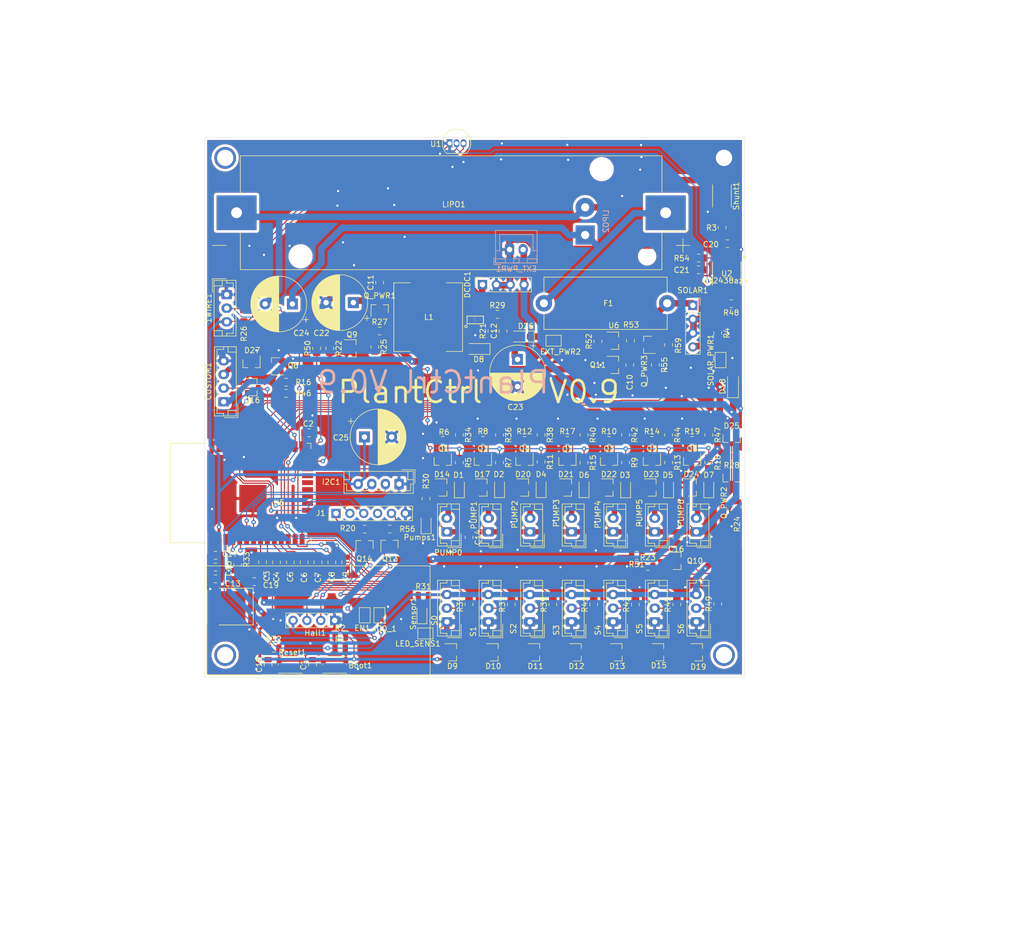
<source format=kicad_pcb>
(kicad_pcb (version 20171130) (host pcbnew "(5.1.5)-3")
  (layers (0 F.Cu signal) (31 B.Cu signal) (34 B.Paste user) (35 F.Paste user) (36 B.SilkS user) (37 F.SilkS user) (38 B.Mask user) (39 F.Mask user) (44 Edge.Cuts user))
  (net 0 "")
  (net 1 PLANT1_PUMP)
  (net 2 PLANT2_PUMP)
  (net 3 PLANT3_PUMP)
  (net 4 PLANT4_PUMP)
  (net 5 PLANT5_PUMP)
  (net 6 PLANT6_PUMP)
  (net 7 GND)
  (net 8 PLANT6_MOIST)
  (net 9 PLANT5_MOIST)
  (net 10 PLANT4_MOIST)
  (net 11 PLANT3_MOIST)
  (net 12 PLANT2_MOIST)
  (net 13 PLANT1_MOIST)
  (net 14 PLANT_CTRL_PUMP_0)
  (net 15 PUMP_PWR)
  (net 16 PWR_PUMP_CONVERTER)
  (net 17 3_3V)
  (net 18 Temp)
  (net 19 PLANT0_PUMP)
  (net 20 PWR_SENSORS)
  (net 21 PLANT0_MOIST)
  (net 22 "Net-(R35-Pad1)")
  (net 23 PLANT_CTRL_PUMP_1)
  (net 24 "Net-(R37-Pad1)")
  (net 25 PLANT_CTRL_PUMP_2)
  (net 26 "Net-(R39-Pad1)")
  (net 27 PLANT_CTRL_PUMP_3)
  (net 28 "Net-(R41-Pad1)")
  (net 29 PLANT_CTRL_PUMP_4)
  (net 30 "Net-(R43-Pad1)")
  (net 31 PLANT_CTRL_PUMP_5)
  (net 32 "Net-(R45-Pad1)")
  (net 33 PLANT_CTRL_PUMP_6)
  (net 34 "Net-(R49-Pad1)")
  (net 35 PUMP_ENABLE)
  (net 36 SENSORS_ENABLE)
  (net 37 "Net-(C10-Pad2)")
  (net 38 VCC_BATT)
  (net 39 "Net-(D8-Pad2)")
  (net 40 "Net-(R21-Pad2)")
  (net 41 "Net-(D1-Pad2)")
  (net 42 "Net-(D2-Pad2)")
  (net 43 "Net-(D3-Pad2)")
  (net 44 "Net-(D4-Pad2)")
  (net 45 "Net-(D5-Pad2)")
  (net 46 "Net-(D6-Pad2)")
  (net 47 "Net-(D7-Pad2)")
  (net 48 "Net-(Pumps1-Pad2)")
  (net 49 "Net-(Q1-Pad1)")
  (net 50 "Net-(Q2-Pad1)")
  (net 51 "Net-(Q3-Pad1)")
  (net 52 "Net-(Q4-Pad1)")
  (net 53 "Net-(Q5-Pad1)")
  (net 54 "Net-(Q6-Pad1)")
  (net 55 "Net-(Q7-Pad1)")
  (net 56 "Net-(Q8-Pad1)")
  (net 57 "Net-(Q9-Pad3)")
  (net 58 "Net-(Q9-Pad1)")
  (net 59 "Net-(Q10-Pad3)")
  (net 60 "Net-(Q10-Pad1)")
  (net 61 "Net-(Q_PWR1-Pad1)")
  (net 62 "Net-(Q_PWR2-Pad1)")
  (net 63 "Net-(R31-Pad1)")
  (net 64 "Net-(C12-Pad1)")
  (net 65 "Net-(C19-Pad2)")
  (net 66 VCC)
  (net 67 "Net-(C18-Pad2)")
  (net 68 "Net-(Q_PWR3-Pad1)")
  (net 69 SOLAR_IN)
  (net 70 "Net-(C2-Pad2)")
  (net 71 "Net-(C20-Pad1)")
  (net 72 "Net-(D18-Pad2)")
  (net 73 "Net-(I2C1-Pad3)")
  (net 74 "Net-(I2C1-Pad2)")
  (net 75 "Net-(R4-Pad1)")
  (net 76 "Net-(C21-Pad1)")
  (net 77 "Net-(CUSTOM1-Pad3)")
  (net 78 "Net-(LED_SENS1-Pad1)")
  (net 79 Rsense+)
  (net 80 HALL_TX)
  (net 81 EN)
  (net 82 IO0)
  (net 83 RTS)
  (net 84 "Net-(Q13-Pad2)")
  (net 85 DTR)
  (net 86 "Net-(Q14-Pad2)")
  (net 87 ESP_RX)
  (net 88 ESP_TX)
  (net 89 "Net-(Boot1-Pad2)")
  (net 90 CUSTOM_GPIO1)
  (net 91 VCC_FUSED_ALWAYS)
  (net 92 HALL_RX)
  (net 93 "Net-(Q11-Pad3)")
  (net 94 GPIO2)
  (net 95 "Net-(R52-Pad2)")
  (module Jumper:SolderJumper-2_P1.3mm_Open_Pad1.0x1.5mm (layer F.Cu) (at 264.795 81.534 90)
    (fp_text reference SOLAR_PWR1 (at 0 -1.8 90) (layer F.SilkS))
    (fp_text value NC)
    (pad 1 smd rect (at -0.65 0 90) (size 1 1.5) (layers F.Cu F.Mask) (net 72 "Net-(D18-Pad2)"))
    (pad 2 smd rect (at 0.65 0 90) (size 1 1.5) (layers F.Cu F.Mask) (net 69 SOLAR_IN))
  )
  (module Connector_PinSocket_2.54mm:PinSocket_1x04_P2.54mm_Vertical (layer F.Cu) (at 259.715 71.501)
    (fp_text reference SOLAR1 (at 0 -2.77) (layer F.SilkS))
    (fp_text value Conn_01x04)
    (pad 4 thru_hole oval (at 0 7.62) (size 1.7 1.7) (drill 1) (layers *.Cu *.Mask) (net 69 SOLAR_IN))
    (pad 3 thru_hole oval (at 0 5.08) (size 1.7 1.7) (drill 1) (layers *.Cu *.Mask) (net 7 GND))
    (pad 2 thru_hole oval (at 0 2.54) (size 1.7 1.7) (drill 1) (layers *.Cu *.Mask) (net 7 GND))
    (pad 1 thru_hole rect (at 0 0) (size 1.7 1.7) (drill 1) (layers *.Cu *.Mask) (net 91 VCC_FUSED_ALWAYS))
  )
  (module Resistor_SMD:R_0805_2012Metric (layer F.Cu) (at 252.857 82.423 270)
    (fp_text reference R55 (at 0 -1.65 90) (layer F.SilkS))
    (fp_text value 1k)
    (pad 2 smd roundrect (at 0.9375 0 270) (size 0.975 1.4) (layers F.Cu F.Paste F.Mask) (net 93 "Net-(Q11-Pad3)"))
    (pad 1 smd roundrect (at -0.9375 0 270) (size 0.975 1.4) (layers F.Cu F.Paste F.Mask) (net 68 "Net-(Q_PWR3-Pad1)"))
  )
  (module Resistor_SMD:R_0805_2012Metric (layer F.Cu) (at 248.285 77.978 270)
    (fp_text reference R53 (at -2.921 -0.127 180) (layer F.SilkS))
    (fp_text value 100k)
    (pad 2 smd roundrect (at 0.9375 0 270) (size 0.975 1.4) (layers F.Cu F.Paste F.Mask) (net 37 "Net-(C10-Pad2)"))
    (pad 1 smd roundrect (at -0.9375 0 270) (size 0.975 1.4) (layers F.Cu F.Paste F.Mask) (net 91 VCC_FUSED_ALWAYS))
  )
  (module Resistor_SMD:R_0805_2012Metric (layer F.Cu) (at 242.316 78.105 90)
    (fp_text reference R52 (at 0 -1.65 90) (layer F.SilkS))
    (fp_text value 1k)
    (pad 2 smd roundrect (at 0.9375 0 90) (size 0.975 1.4) (layers F.Cu F.Paste F.Mask) (net 95 "Net-(R52-Pad2)"))
    (pad 1 smd roundrect (at -0.9375 0 90) (size 0.975 1.4) (layers F.Cu F.Paste F.Mask) (net 37 "Net-(C10-Pad2)"))
  )
  (module Resistor_SMD:R_0805_2012Metric (layer F.Cu) (at 201.422 79.121 270)
    (fp_text reference R25 (at 0 -1.65 90) (layer F.SilkS))
    (fp_text value 1k)
    (pad 2 smd roundrect (at 0.9375 0 270) (size 0.975 1.4) (layers F.Cu F.Paste F.Mask) (net 57 "Net-(Q9-Pad3)"))
    (pad 1 smd roundrect (at -0.9375 0 270) (size 0.975 1.4) (layers F.Cu F.Paste F.Mask) (net 61 "Net-(Q_PWR1-Pad1)"))
  )
  (module Resistor_SMD:R_0805_2012Metric (layer F.Cu) (at 267.843 108.458 270)
    (fp_text reference R24 (at 3.175 0 90) (layer F.SilkS))
    (fp_text value 1k)
    (pad 2 smd roundrect (at 0.9375 0 270) (size 0.975 1.4) (layers F.Cu F.Paste F.Mask) (net 59 "Net-(Q10-Pad3)"))
    (pad 1 smd roundrect (at -0.9375 0 270) (size 0.975 1.4) (layers F.Cu F.Paste F.Mask) (net 62 "Net-(Q_PWR2-Pad1)"))
  )
  (module Package_TO_SOT_SMD:SOT-23 (layer F.Cu) (at 245.364 82.423)
    (fp_text reference Q11 (at -3.048 0) (layer F.SilkS))
    (fp_text value "N-channel 30V 5A")
    (pad 3 smd rect (at 1 0) (size 0.9 0.8) (layers F.Cu F.Paste F.Mask) (net 93 "Net-(Q11-Pad3)"))
    (pad 2 smd rect (at -1 0.95) (size 0.9 0.8) (layers F.Cu F.Paste F.Mask) (net 7 GND))
    (pad 1 smd rect (at -1 -0.95) (size 0.9 0.8) (layers F.Cu F.Paste F.Mask) (net 37 "Net-(C10-Pad2)"))
  )
  (module Package_TO_SOT_SMD:SOT-23 (layer F.Cu) (at 178.816 82.169 270)
    (fp_text reference D27 (at -2.413 -0.127 180) (layer F.SilkS))
    (fp_text value BAS40-04)
    (pad 3 smd rect (at 1 0 270) (size 0.9 0.8) (layers F.Cu F.Paste F.Mask) (net 77 "Net-(CUSTOM1-Pad3)"))
    (pad 2 smd rect (at -1 0.95 270) (size 0.9 0.8) (layers F.Cu F.Paste F.Mask) (net 66 VCC))
    (pad 1 smd rect (at -1 -0.95 270) (size 0.9 0.8) (layers F.Cu F.Paste F.Mask) (net 7 GND))
  )
  (module Capacitor_THT:CP_Radial_D10.0mm_P5.00mm (layer F.Cu) (at 199.517 95.631)
    (fp_text reference C25 (at -4.318 0.127) (layer F.SilkS))
    (fp_text value 1000uF)
    (pad 2 thru_hole circle (at 5 0) (size 2 2) (drill 1) (layers *.Cu *.Mask) (net 7 GND))
    (pad 1 thru_hole rect (at 0 0) (size 2 2) (drill 1) (layers *.Cu *.Mask) (net 17 3_3V))
  )
  (module Capacitor_SMD:C_0805_2012Metric (layer F.Cu) (at 248.158 82.423 90)
    (fp_text reference C10 (at -3.175 0 90) (layer F.SilkS))
    (fp_text value 100n)
    (pad 2 smd roundrect (at 0.9375 0 90) (size 0.975 1.4) (layers F.Cu F.Paste F.Mask) (net 37 "Net-(C10-Pad2)"))
    (pad 1 smd roundrect (at -0.9375 0 90) (size 0.975 1.4) (layers F.Cu F.Paste F.Mask) (net 7 GND))
  )
  (module LED_SMD:LED_0805_2012Metric_Castellated (layer F.Cu) (at 210.058 128.016 90)
    (fp_text reference Sensor1 (at 0 -1.6 90) (layer F.SilkS))
    (fp_text value LED_green)
    (pad 2 smd roundrect (at 0.9625 0 90) (size 1.325 1.3) (layers F.Cu F.Paste F.Mask) (roundrect_rratio 0.192308) (net 63 "Net-(R31-Pad1)"))
    (pad 1 smd roundrect (at -0.9625 0 90) (size 1.325 1.3) (layers F.Cu F.Paste F.Mask) (roundrect_rratio 0.192308) (net 78 "Net-(LED_SENS1-Pad1)"))
  )
  (module Resistor_SMD:R_0805_2012Metric (layer F.Cu) (at 255.27 78.74 90)
    (fp_text reference R59 (at -0.127 1.778 90) (layer F.SilkS))
    (fp_text value 10k)
    (pad 2 smd roundrect (at 0.9375 0 90) (size 0.975 1.4) (layers F.Cu F.Paste F.Mask) (net 91 VCC_FUSED_ALWAYS))
    (pad 1 smd roundrect (at -0.9375 0 90) (size 0.975 1.4) (layers F.Cu F.Paste F.Mask) (net 68 "Net-(Q_PWR3-Pad1)"))
  )
  (module Resistor_SMD:R_0805_2012Metric (layer F.Cu) (at 204.1652 112.522)
    (fp_text reference R56 (at 3.2258 0) (layer F.SilkS))
    (fp_text value 10k)
    (pad 2 smd roundrect (at 0.9375 0) (size 0.975 1.4) (layers F.Cu F.Paste F.Mask) (net 83 RTS))
    (pad 1 smd roundrect (at -0.9375 0) (size 0.975 1.4) (layers F.Cu F.Paste F.Mask) (net 86 "Net-(Q14-Pad2)"))
  )
  (module Resistor_SMD:R_0805_2012Metric (layer F.Cu) (at 260.7818 64.9732)
    (fp_text reference R54 (at -3.0988 -2.1082) (layer F.SilkS))
    (fp_text value 100k)
    (pad 2 smd roundrect (at 0.9375 0) (size 0.975 1.4) (layers F.Cu F.Paste F.Mask) (net 76 "Net-(C21-Pad1)"))
    (pad 1 smd roundrect (at -0.9375 0) (size 0.975 1.4) (layers F.Cu F.Paste F.Mask) (net 75 "Net-(R4-Pad1)"))
  )
  (module Resistor_SMD:R_0805_2012Metric (layer F.Cu) (at 249.428 117.348 180)
    (fp_text reference R51 (at 0 -1.65) (layer F.SilkS))
    (fp_text value 1k)
    (pad 2 smd roundrect (at 0.9375 0 180) (size 0.975 1.4) (layers F.Cu F.Paste F.Mask) (net 36 SENSORS_ENABLE))
    (pad 1 smd roundrect (at -0.9375 0 180) (size 0.975 1.4) (layers F.Cu F.Paste F.Mask) (net 60 "Net-(Q10-Pad1)"))
  )
  (module Resistor_SMD:R_0805_2012Metric (layer F.Cu) (at 190.754 79.375 270)
    (fp_text reference R50 (at 0 1.651 90) (layer F.SilkS))
    (fp_text value 1k)
    (pad 2 smd roundrect (at 0.9375 0 270) (size 0.975 1.4) (layers F.Cu F.Paste F.Mask) (net 35 PUMP_ENABLE))
    (pad 1 smd roundrect (at -0.9375 0 270) (size 0.975 1.4) (layers F.Cu F.Paste F.Mask) (net 58 "Net-(Q9-Pad1)"))
  )
  (module Resistor_SMD:R_0805_2012Metric (layer F.Cu) (at 264.287 126.238 90)
    (fp_text reference R49 (at 0 -1.65 90) (layer F.SilkS))
    (fp_text value 1k)
    (pad 2 smd roundrect (at 0.9375 0 90) (size 0.975 1.4) (layers F.Cu F.Paste F.Mask) (net 8 PLANT6_MOIST))
    (pad 1 smd roundrect (at -0.9375 0 90) (size 0.975 1.4) (layers F.Cu F.Paste F.Mask) (net 34 "Net-(R49-Pad1)"))
  )
  (module Resistor_SMD:R_0805_2012Metric (layer F.Cu) (at 266.7508 71.1962 180)
    (fp_text reference R48 (at 0 -1.65) (layer F.SilkS))
    (fp_text value 10k)
    (pad 2 smd roundrect (at 0.9375 0 180) (size 0.975 1.4) (layers F.Cu F.Paste F.Mask) (net 75 "Net-(R4-Pad1)"))
    (pad 1 smd roundrect (at -0.9375 0 180) (size 0.975 1.4) (layers F.Cu F.Paste F.Mask) (net 79 Rsense+))
  )
  (module Resistor_SMD:R_0805_2012Metric (layer F.Cu) (at 262.636 95.25 270)
    (fp_text reference R47 (at 0 -1.65 90) (layer F.SilkS))
    (fp_text value 1k)
    (pad 2 smd roundrect (at 0.9375 0 270) (size 0.975 1.4) (layers F.Cu F.Paste F.Mask) (net 56 "Net-(Q8-Pad1)"))
    (pad 1 smd roundrect (at -0.9375 0 270) (size 0.975 1.4) (layers F.Cu F.Paste F.Mask) (net 33 PLANT_CTRL_PUMP_6))
  )
  (module Resistor_SMD:R_0805_2012Metric (layer F.Cu) (at 185.166 87.63)
    (fp_text reference R46 (at 3.175 0) (layer F.SilkS))
    (fp_text value 1k)
    (pad 2 smd roundrect (at 0.9375 0) (size 0.975 1.4) (layers F.Cu F.Paste F.Mask) (net 94 GPIO2))
    (pad 1 smd roundrect (at -0.9375 0) (size 0.975 1.4) (layers F.Cu F.Paste F.Mask) (net 54 "Net-(Q6-Pad1)"))
  )
  (module Resistor_SMD:R_0805_2012Metric (layer F.Cu) (at 256.794 126.365 90)
    (fp_text reference R45 (at 0 -1.65 90) (layer F.SilkS))
    (fp_text value 1k)
    (pad 2 smd roundrect (at 0.9375 0 90) (size 0.975 1.4) (layers F.Cu F.Paste F.Mask) (net 9 PLANT5_MOIST))
    (pad 1 smd roundrect (at -0.9375 0 90) (size 0.975 1.4) (layers F.Cu F.Paste F.Mask) (net 32 "Net-(R45-Pad1)"))
  )
  (module Resistor_SMD:R_0805_2012Metric (layer F.Cu) (at 255.27 95.25 270)
    (fp_text reference R44 (at 0 -1.65 90) (layer F.SilkS))
    (fp_text value 1k)
    (pad 2 smd roundrect (at 0.9375 0 270) (size 0.975 1.4) (layers F.Cu F.Paste F.Mask) (net 53 "Net-(Q5-Pad1)"))
    (pad 1 smd roundrect (at -0.9375 0 270) (size 0.975 1.4) (layers F.Cu F.Paste F.Mask) (net 31 PLANT_CTRL_PUMP_5))
  )
  (module Resistor_SMD:R_0805_2012Metric (layer F.Cu) (at 249.174 126.365 90)
    (fp_text reference R43 (at 0 -1.65 90) (layer F.SilkS))
    (fp_text value 1k)
    (pad 2 smd roundrect (at 0.9375 0 90) (size 0.975 1.4) (layers F.Cu F.Paste F.Mask) (net 10 PLANT4_MOIST))
    (pad 1 smd roundrect (at -0.9375 0 90) (size 0.975 1.4) (layers F.Cu F.Paste F.Mask) (net 30 "Net-(R43-Pad1)"))
  )
  (module Resistor_SMD:R_0805_2012Metric (layer F.Cu) (at 247.396 95.25 270)
    (fp_text reference R42 (at 0 -1.65 90) (layer F.SilkS))
    (fp_text value 1k)
    (pad 2 smd roundrect (at 0.9375 0 270) (size 0.975 1.4) (layers F.Cu F.Paste F.Mask) (net 51 "Net-(Q3-Pad1)"))
    (pad 1 smd roundrect (at -0.9375 0 270) (size 0.975 1.4) (layers F.Cu F.Paste F.Mask) (net 29 PLANT_CTRL_PUMP_4))
  )
  (module Resistor_SMD:R_0805_2012Metric (layer F.Cu) (at 241.554 126.365 90)
    (fp_text reference R41 (at 0 -1.65 90) (layer F.SilkS))
    (fp_text value 1k)
    (pad 2 smd roundrect (at 0.9375 0 90) (size 0.975 1.4) (layers F.Cu F.Paste F.Mask) (net 11 PLANT3_MOIST))
    (pad 1 smd roundrect (at -0.9375 0 90) (size 0.975 1.4) (layers F.Cu F.Paste F.Mask) (net 28 "Net-(R41-Pad1)"))
  )
  (module Resistor_SMD:R_0805_2012Metric (layer F.Cu) (at 239.776 95.266 270)
    (fp_text reference R40 (at 0 -1.65 90) (layer F.SilkS))
    (fp_text value 1k)
    (pad 2 smd roundrect (at 0.9375 0 270) (size 0.975 1.4) (layers F.Cu F.Paste F.Mask) (net 55 "Net-(Q7-Pad1)"))
    (pad 1 smd roundrect (at -0.9375 0 270) (size 0.975 1.4) (layers F.Cu F.Paste F.Mask) (net 27 PLANT_CTRL_PUMP_3))
  )
  (module Resistor_SMD:R_0805_2012Metric (layer F.Cu) (at 234.061 126.365 90)
    (fp_text reference R39 (at 0 -1.65 90) (layer F.SilkS))
    (fp_text value 1k)
    (pad 2 smd roundrect (at 0.9375 0 90) (size 0.975 1.4) (layers F.Cu F.Paste F.Mask) (net 12 PLANT2_MOIST))
    (pad 1 smd roundrect (at -0.9375 0 90) (size 0.975 1.4) (layers F.Cu F.Paste F.Mask) (net 26 "Net-(R39-Pad1)"))
  )
  (module Resistor_SMD:R_0805_2012Metric (layer F.Cu) (at 231.902 95.266 270)
    (fp_text reference R38 (at 0 -1.65 90) (layer F.SilkS))
    (fp_text value 1k)
    (pad 2 smd roundrect (at 0.9375 0 270) (size 0.975 1.4) (layers F.Cu F.Paste F.Mask) (net 52 "Net-(Q4-Pad1)"))
    (pad 1 smd roundrect (at -0.9375 0 270) (size 0.975 1.4) (layers F.Cu F.Paste F.Mask) (net 25 PLANT_CTRL_PUMP_2))
  )
  (module Resistor_SMD:R_0805_2012Metric (layer F.Cu) (at 226.441 126.349 90)
    (fp_text reference R37 (at 0 -1.65 90) (layer F.SilkS))
    (fp_text value 1k)
    (pad 2 smd roundrect (at 0.9375 0 90) (size 0.975 1.4) (layers F.Cu F.Paste F.Mask) (net 13 PLANT1_MOIST))
    (pad 1 smd roundrect (at -0.9375 0 90) (size 0.975 1.4) (layers F.Cu F.Paste F.Mask) (net 24 "Net-(R37-Pad1)"))
  )
  (module Resistor_SMD:R_0805_2012Metric (layer F.Cu) (at 224.282 95.266 270)
    (fp_text reference R36 (at 0 -1.65 90) (layer F.SilkS))
    (fp_text value 1k)
    (pad 2 smd roundrect (at 0.9375 0 270) (size 0.975 1.4) (layers F.Cu F.Paste F.Mask) (net 50 "Net-(Q2-Pad1)"))
    (pad 1 smd roundrect (at -0.9375 0 270) (size 0.975 1.4) (layers F.Cu F.Paste F.Mask) (net 23 PLANT_CTRL_PUMP_1))
  )
  (module Resistor_SMD:R_0805_2012Metric (layer F.Cu) (at 218.694 126.349 90)
    (fp_text reference R35 (at 0 -1.65 90) (layer F.SilkS))
    (fp_text value 1k)
    (pad 2 smd roundrect (at 0.9375 0 90) (size 0.975 1.4) (layers F.Cu F.Paste F.Mask) (net 21 PLANT0_MOIST))
    (pad 1 smd roundrect (at -0.9375 0 90) (size 0.975 1.4) (layers F.Cu F.Paste F.Mask) (net 22 "Net-(R35-Pad1)"))
  )
  (module Resistor_SMD:R_0805_2012Metric (layer F.Cu) (at 216.916 95.25 270)
    (fp_text reference R34 (at 0 -1.65 90) (layer F.SilkS))
    (fp_text value 1k)
    (pad 2 smd roundrect (at 0.9375 0 270) (size 0.975 1.4) (layers F.Cu F.Paste F.Mask) (net 49 "Net-(Q1-Pad1)"))
    (pad 1 smd roundrect (at -0.9375 0 270) (size 0.975 1.4) (layers F.Cu F.Paste F.Mask) (net 14 PLANT_CTRL_PUMP_0))
  )
  (module Resistor_SMD:R_0805_2012Metric (layer F.Cu) (at 176.276 119.126 270)
    (fp_text reference R33 (at -1.016 -1.651 90) (layer F.SilkS))
    (fp_text value 10k)
    (pad 2 smd roundrect (at 0.9375 0 270) (size 0.975 1.4) (layers F.Cu F.Paste F.Mask) (net 17 3_3V))
    (pad 1 smd roundrect (at -0.9375 0 270) (size 0.975 1.4) (layers F.Cu F.Paste F.Mask) (net 65 "Net-(C19-Pad2)"))
  )
  (module Resistor_SMD:R_0805_2012Metric (layer F.Cu) (at 182.88 134.366)
    (fp_text reference R32 (at 0 -1.65) (layer F.SilkS))
    (fp_text value 1k)
    (pad 2 smd roundrect (at 0.9375 0) (size 0.975 1.4) (layers F.Cu F.Paste F.Mask) (net 67 "Net-(C18-Pad2)"))
    (pad 1 smd roundrect (at -0.9375 0) (size 0.975 1.4) (layers F.Cu F.Paste F.Mask) (net 65 "Net-(C19-Pad2)"))
  )
  (module Resistor_SMD:R_0805_2012Metric (layer F.Cu) (at 210.312 124.714)
    (fp_text reference R31 (at 0 -1.65) (layer F.SilkS))
    (fp_text value 4,7K)
    (pad 2 smd roundrect (at 0.9375 0) (size 0.975 1.4) (layers F.Cu F.Paste F.Mask) (net 20 PWR_SENSORS))
    (pad 1 smd roundrect (at -0.9375 0) (size 0.975 1.4) (layers F.Cu F.Paste F.Mask) (net 63 "Net-(R31-Pad1)"))
  )
  (module Resistor_SMD:R_0805_2012Metric (layer F.Cu) (at 210.82 106.934 270)
    (fp_text reference R30 (at -3.175 0 90) (layer F.SilkS))
    (fp_text value 270)
    (pad 2 smd roundrect (at 0.9375 0 270) (size 0.975 1.4) (layers F.Cu F.Paste F.Mask) (net 48 "Net-(Pumps1-Pad2)"))
    (pad 1 smd roundrect (at -0.9375 0 270) (size 0.975 1.4) (layers F.Cu F.Paste F.Mask) (net 16 PWR_PUMP_CONVERTER))
  )
  (module Resistor_SMD:R_0805_2012Metric (layer F.Cu) (at 223.901 73.152)
    (fp_text reference R29 (at 0 -1.65) (layer F.SilkS))
    (fp_text value 1k)
    (pad 2 smd roundrect (at 0.9375 0) (size 0.975 1.4) (layers F.Cu F.Paste F.Mask) (net 7 GND))
    (pad 1 smd roundrect (at -0.9375 0) (size 0.975 1.4) (layers F.Cu F.Paste F.Mask) (net 40 "Net-(R21-Pad2)"))
  )
  (module Resistor_SMD:R_0805_2012Metric (layer F.Cu) (at 266.827 99.187 180)
    (fp_text reference R28 (at 0 -1.65) (layer F.SilkS))
    (fp_text value 10k)
    (pad 2 smd roundrect (at 0.9375 0 180) (size 0.975 1.4) (layers F.Cu F.Paste F.Mask) (net 66 VCC))
    (pad 1 smd roundrect (at -0.9375 0 180) (size 0.975 1.4) (layers F.Cu F.Paste F.Mask) (net 62 "Net-(Q_PWR2-Pad1)"))
  )
  (module Resistor_SMD:R_0805_2012Metric (layer F.Cu) (at 202.311 76.2)
    (fp_text reference R27 (at 0 -1.65) (layer F.SilkS))
    (fp_text value 10k)
    (pad 2 smd roundrect (at 0.9375 0) (size 0.975 1.4) (layers F.Cu F.Paste F.Mask) (net 66 VCC))
    (pad 1 smd roundrect (at -0.9375 0) (size 0.975 1.4) (layers F.Cu F.Paste F.Mask) (net 61 "Net-(Q_PWR1-Pad1)"))
  )
  (module Resistor_SMD:R_0805_2012Metric (layer F.Cu) (at 177.419 73.406 270)
    (fp_text reference R26 (at 3.302 0 90) (layer F.SilkS))
    (fp_text value 4k7)
    (pad 2 smd roundrect (at 0.9375 0 270) (size 0.975 1.4) (layers F.Cu F.Paste F.Mask) (net 17 3_3V))
    (pad 1 smd roundrect (at -0.9375 0 270) (size 0.975 1.4) (layers F.Cu F.Paste F.Mask) (net 18 Temp))
  )
  (module Resistor_SMD:R_0805_2012Metric (layer F.Cu) (at 251.46 119.38)
    (fp_text reference R23 (at 0 -1.65) (layer F.SilkS))
    (fp_text value 10k)
    (pad 2 smd roundrect (at 0.9375 0) (size 0.975 1.4) (layers F.Cu F.Paste F.Mask) (net 7 GND))
    (pad 1 smd roundrect (at -0.9375 0) (size 0.975 1.4) (layers F.Cu F.Paste F.Mask) (net 60 "Net-(Q10-Pad1)"))
  )
  (module Resistor_SMD:R_0805_2012Metric (layer F.Cu) (at 193.167 79.375 270)
    (fp_text reference R22 (at 0 -1.65 90) (layer F.SilkS))
    (fp_text value 10k)
    (pad 2 smd roundrect (at 0.9375 0 270) (size 0.975 1.4) (layers F.Cu F.Paste F.Mask) (net 7 GND))
    (pad 1 smd roundrect (at -0.9375 0 270) (size 0.975 1.4) (layers F.Cu F.Paste F.Mask) (net 58 "Net-(Q9-Pad1)"))
  )
  (module Resistor_SMD:R_0805_2012Metric (layer F.Cu) (at 222.885 76.2 90)
    (fp_text reference R21 (at 0 -1.65 90) (layer F.SilkS))
    (fp_text value 19k-19.5K)
    (pad 2 smd roundrect (at 0.9375 0 90) (size 0.975 1.4) (layers F.Cu F.Paste F.Mask) (net 40 "Net-(R21-Pad2)"))
    (pad 1 smd roundrect (at -0.9375 0 90) (size 0.975 1.4) (layers F.Cu F.Paste F.Mask) (net 64 "Net-(C12-Pad1)"))
  )
  (module Resistor_SMD:R_0805_2012Metric (layer F.Cu) (at 199.5678 112.5474 180)
    (fp_text reference R20 (at 3.0988 0.1524) (layer F.SilkS))
    (fp_text value 10k)
    (pad 2 smd roundrect (at 0.9375 0 180) (size 0.975 1.4) (layers F.Cu F.Paste F.Mask) (net 85 DTR))
    (pad 1 smd roundrect (at -0.9375 0 180) (size 0.975 1.4) (layers F.Cu F.Paste F.Mask) (net 84 "Net-(Q13-Pad2)"))
  )
  (module Resistor_SMD:R_0805_2012Metric (layer F.Cu) (at 259.572 96.266 180)
    (fp_text reference R19 (at -0.016 1.651) (layer F.SilkS))
    (fp_text value 10k)
    (pad 2 smd roundrect (at 0.9375 0 180) (size 0.975 1.4) (layers F.Cu F.Paste F.Mask) (net 7 GND))
    (pad 1 smd roundrect (at -0.9375 0 180) (size 0.975 1.4) (layers F.Cu F.Paste F.Mask) (net 56 "Net-(Q8-Pad1)"))
  )
  (module Resistor_SMD:R_0805_2012Metric (layer F.Cu) (at 262.636 100.314 270)
    (fp_text reference R18 (at 0 -1.65 90) (layer F.SilkS))
    (fp_text value 270)
    (pad 2 smd roundrect (at 0.9375 0 270) (size 0.975 1.4) (layers F.Cu F.Paste F.Mask) (net 47 "Net-(D7-Pad2)"))
    (pad 1 smd roundrect (at -0.9375 0 270) (size 0.975 1.4) (layers F.Cu F.Paste F.Mask) (net 16 PWR_PUMP_CONVERTER))
  )
  (module Resistor_SMD:R_0805_2012Metric (layer F.Cu) (at 236.712 96.266 180)
    (fp_text reference R17 (at -0.016 1.651) (layer F.SilkS))
    (fp_text value 10K)
    (pad 2 smd roundrect (at 0.9375 0 180) (size 0.975 1.4) (layers F.Cu F.Paste F.Mask) (net 7 GND))
    (pad 1 smd roundrect (at -0.9375 0 180) (size 0.975 1.4) (layers F.Cu F.Paste F.Mask) (net 55 "Net-(Q7-Pad1)"))
  )
  (module Resistor_SMD:R_0805_2012Metric (layer F.Cu) (at 185.166 85.598)
    (fp_text reference R16 (at 3.175 0) (layer F.SilkS))
    (fp_text value 10k)
    (pad 2 smd roundrect (at 0.9375 0) (size 0.975 1.4) (layers F.Cu F.Paste F.Mask) (net 7 GND))
    (pad 1 smd roundrect (at -0.9375 0) (size 0.975 1.4) (layers F.Cu F.Paste F.Mask) (net 54 "Net-(Q6-Pad1)"))
  )
  (module Resistor_SMD:R_0805_2012Metric (layer F.Cu) (at 239.776 100.346 270)
    (fp_text reference R15 (at 0 -1.65 90) (layer F.SilkS))
    (fp_text value 270)
    (pad 2 smd roundrect (at 0.9375 0 270) (size 0.975 1.4) (layers F.Cu F.Paste F.Mask) (net 46 "Net-(D6-Pad2)"))
    (pad 1 smd roundrect (at -0.9375 0 270) (size 0.975 1.4) (layers F.Cu F.Paste F.Mask) (net 16 PWR_PUMP_CONVERTER))
  )
  (module Resistor_SMD:R_0805_2012Metric (layer F.Cu) (at 252.222 96.266 180)
    (fp_text reference R14 (at 0 1.651) (layer F.SilkS))
    (fp_text value 10k)
    (pad 2 smd roundrect (at 0.9375 0 180) (size 0.975 1.4) (layers F.Cu F.Paste F.Mask) (net 7 GND))
    (pad 1 smd roundrect (at -0.9375 0 180) (size 0.975 1.4) (layers F.Cu F.Paste F.Mask) (net 53 "Net-(Q5-Pad1)"))
  )
  (module Resistor_SMD:R_0805_2012Metric (layer F.Cu) (at 255.27 100.33 270)
    (fp_text reference R13 (at 0 -1.65 90) (layer F.SilkS))
    (fp_text value 270)
    (pad 2 smd roundrect (at 0.9375 0 270) (size 0.975 1.4) (layers F.Cu F.Paste F.Mask) (net 45 "Net-(D5-Pad2)"))
    (pad 1 smd roundrect (at -0.9375 0 270) (size 0.975 1.4) (layers F.Cu F.Paste F.Mask) (net 16 PWR_PUMP_CONVERTER))
  )
  (module Resistor_SMD:R_0805_2012Metric (layer F.Cu) (at 228.838 96.266 180)
    (fp_text reference R12 (at 0 1.651) (layer F.SilkS))
    (fp_text value 10k)
    (pad 2 smd roundrect (at 0.9375 0 180) (size 0.975 1.4) (layers F.Cu F.Paste F.Mask) (net 7 GND))
    (pad 1 smd roundrect (at -0.9375 0 180) (size 0.975 1.4) (layers F.Cu F.Paste F.Mask) (net 52 "Net-(Q4-Pad1)"))
  )
  (module Resistor_SMD:R_0805_2012Metric (layer F.Cu) (at 231.902 100.203 270)
    (fp_text reference R11 (at 0 -1.65 90) (layer F.SilkS))
    (fp_text value 270)
    (pad 2 smd roundrect (at 0.9375 0 270) (size 0.975 1.4) (layers F.Cu F.Paste F.Mask) (net 44 "Net-(D4-Pad2)"))
    (pad 1 smd roundrect (at -0.9375 0 270) (size 0.975 1.4) (layers F.Cu F.Paste F.Mask) (net 16 PWR_PUMP_CONVERTER))
  )
  (module Resistor_SMD:R_0805_2012Metric (layer F.Cu) (at 244.348 96.266 180)
    (fp_text reference R10 (at 0 1.651) (layer F.SilkS))
    (fp_text value 10K)
    (pad 2 smd roundrect (at 0.9375 0 180) (size 0.975 1.4) (layers F.Cu F.Paste F.Mask) (net 7 GND))
    (pad 1 smd roundrect (at -0.9375 0 180) (size 0.975 1.4) (layers F.Cu F.Paste F.Mask) (net 51 "Net-(Q3-Pad1)"))
  )
  (module Resistor_SMD:R_0805_2012Metric (layer F.Cu) (at 247.396 100.33 270)
    (fp_text reference R9 (at 0 -1.65 90) (layer F.SilkS))
    (fp_text value 270)
    (pad 2 smd roundrect (at 0.9375 0 270) (size 0.975 1.4) (layers F.Cu F.Paste F.Mask) (net 43 "Net-(D3-Pad2)"))
    (pad 1 smd roundrect (at -0.9375 0 270) (size 0.975 1.4) (layers F.Cu F.Paste F.Mask) (net 16 PWR_PUMP_CONVERTER))
  )
  (module Resistor_SMD:R_0805_2012Metric (layer F.Cu) (at 221.234 96.266)
    (fp_text reference R8 (at 0 -1.65) (layer F.SilkS))
    (fp_text value 10k)
    (pad 2 smd roundrect (at 0.9375 0) (size 0.975 1.4) (layers F.Cu F.Paste F.Mask) (net 50 "Net-(Q2-Pad1)"))
    (pad 1 smd roundrect (at -0.9375 0) (size 0.975 1.4) (layers F.Cu F.Paste F.Mask) (net 7 GND))
  )
  (module Resistor_SMD:R_0805_2012Metric (layer F.Cu) (at 224.282 100.33 270)
    (fp_text reference R7 (at 0 -1.65 90) (layer F.SilkS))
    (fp_text value 270)
    (pad 2 smd roundrect (at 0.9375 0 270) (size 0.975 1.4) (layers F.Cu F.Paste F.Mask) (net 42 "Net-(D2-Pad2)"))
    (pad 1 smd roundrect (at -0.9375 0 270) (size 0.975 1.4) (layers F.Cu F.Paste F.Mask) (net 16 PWR_PUMP_CONVERTER))
  )
  (module Resistor_SMD:R_0805_2012Metric (layer F.Cu) (at 213.868 96.266 180)
    (fp_text reference R6 (at -0.254 1.524) (layer F.SilkS))
    (fp_text value 10k)
    (pad 2 smd roundrect (at 0.9375 0 180) (size 0.975 1.4) (layers F.Cu F.Paste F.Mask) (net 7 GND))
    (pad 1 smd roundrect (at -0.9375 0 180) (size 0.975 1.4) (layers F.Cu F.Paste F.Mask) (net 49 "Net-(Q1-Pad1)"))
  )
  (module Resistor_SMD:R_0805_2012Metric (layer F.Cu) (at 216.916 100.33 270)
    (fp_text reference R5 (at 0 -1.65 90) (layer F.SilkS))
    (fp_text value 270)
    (pad 2 smd roundrect (at 0.9375 0 270) (size 0.975 1.4) (layers F.Cu F.Paste F.Mask) (net 41 "Net-(D1-Pad2)"))
    (pad 1 smd roundrect (at -0.9375 0 270) (size 0.975 1.4) (layers F.Cu F.Paste F.Mask) (net 16 PWR_PUMP_CONVERTER))
  )
  (module Resistor_SMD:R_0805_2012Metric (layer F.Cu) (at 264.287 76.581 270)
    (fp_text reference R4 (at 0 -1.65 90) (layer F.SilkS))
    (fp_text value 10k)
    (pad 2 smd roundrect (at 0.9375 0 270) (size 0.975 1.4) (layers F.Cu F.Paste F.Mask) (net 69 SOLAR_IN))
    (pad 1 smd roundrect (at -0.9375 0 270) (size 0.975 1.4) (layers F.Cu F.Paste F.Mask) (net 75 "Net-(R4-Pad1)"))
  )
  (module Resistor_SMD:R_0805_2012Metric (layer F.Cu) (at 265.0744 57.2352 270)
    (fp_text reference R3 (at 0.0418 1.9304 180) (layer F.SilkS))
    (fp_text value 100k)
    (pad 2 smd roundrect (at 0.9375 0 270) (size 0.975 1.4) (layers F.Cu F.Paste F.Mask) (net 71 "Net-(C20-Pad1)"))
    (pad 1 smd roundrect (at -0.9375 0 270) (size 0.975 1.4) (layers F.Cu F.Paste F.Mask) (net 7 GND))
  )
  (module Resistor_SMD:R_0805_2012Metric (layer F.Cu) (at 195.072 132.334)
    (fp_text reference R2 (at 0 -1.65) (layer F.SilkS))
    (fp_text value 10k)
    (pad 2 smd roundrect (at 0.9375 0) (size 0.975 1.4) (layers F.Cu F.Paste F.Mask) (net 17 3_3V))
    (pad 1 smd roundrect (at -0.9375 0) (size 0.975 1.4) (layers F.Cu F.Paste F.Mask) (net 70 "Net-(C2-Pad2)"))
  )
  (module Resistor_SMD:R_0805_2012Metric (layer F.Cu) (at 195.072 134.366)
    (fp_text reference R1 (at 0 -1.65) (layer F.SilkS))
    (fp_text value 1k)
    (pad 2 smd roundrect (at 0.9375 0) (size 0.975 1.4) (layers F.Cu F.Paste F.Mask) (net 89 "Net-(Boot1-Pad2)"))
    (pad 1 smd roundrect (at -0.9375 0) (size 0.975 1.4) (layers F.Cu F.Paste F.Mask) (net 70 "Net-(C2-Pad2)"))
  )
  (module Package_TO_SOT_SMD:SOT-23 (layer F.Cu) (at 251.46 78.74 180)
    (fp_text reference Q_PWR3 (at 0.635 -4.826 90) (layer F.SilkS))
    (fp_text value "P-channel 50v 4A")
    (pad 3 smd rect (at 1 0 180) (size 0.9 0.8) (layers F.Cu F.Paste F.Mask) (net 66 VCC))
    (pad 2 smd rect (at -1 0.95 180) (size 0.9 0.8) (layers F.Cu F.Paste F.Mask) (net 91 VCC_FUSED_ALWAYS))
    (pad 1 smd rect (at -1 -0.95 180) (size 0.9 0.8) (layers F.Cu F.Paste F.Mask) (net 68 "Net-(Q_PWR3-Pad1)"))
  )
  (module Package_TO_SOT_SMD:SOT-23 (layer F.Cu) (at 266.827 103.124 270)
    (fp_text reference Q_PWR2 (at 4.572 1.397 90) (layer F.SilkS))
    (fp_text value "P-channel 50v 4A")
    (pad 3 smd rect (at 1 0 270) (size 0.9 0.8) (layers F.Cu F.Paste F.Mask) (net 20 PWR_SENSORS))
    (pad 2 smd rect (at -1 0.95 270) (size 0.9 0.8) (layers F.Cu F.Paste F.Mask) (net 66 VCC))
    (pad 1 smd rect (at -1 -0.95 270) (size 0.9 0.8) (layers F.Cu F.Paste F.Mask) (net 62 "Net-(Q_PWR2-Pad1)"))
  )
  (module Package_TO_SOT_SMD:SOT-23 (layer F.Cu) (at 202.311 72.136 90)
    (fp_text reference Q_PWR1 (at 2.413 0 180) (layer F.SilkS))
    (fp_text value "P-channel 50v 4A")
    (pad 3 smd rect (at 1 0 90) (size 0.9 0.8) (layers F.Cu F.Paste F.Mask) (net 16 PWR_PUMP_CONVERTER))
    (pad 2 smd rect (at -1 0.95 90) (size 0.9 0.8) (layers F.Cu F.Paste F.Mask) (net 66 VCC))
    (pad 1 smd rect (at -1 -0.95 90) (size 0.9 0.8) (layers F.Cu F.Paste F.Mask) (net 61 "Net-(Q_PWR1-Pad1)"))
  )
  (module Package_TO_SOT_SMD:SOT-23 (layer F.Cu) (at 256.794 118.364)
    (fp_text reference Q10 (at 3.302 0) (layer F.SilkS))
    (fp_text value "N-channel 30V 5A")
    (pad 3 smd rect (at 1 0) (size 0.9 0.8) (layers F.Cu F.Paste F.Mask) (net 59 "Net-(Q10-Pad3)"))
    (pad 2 smd rect (at -1 0.95) (size 0.9 0.8) (layers F.Cu F.Paste F.Mask) (net 7 GND))
    (pad 1 smd rect (at -1 -0.95) (size 0.9 0.8) (layers F.Cu F.Paste F.Mask) (net 60 "Net-(Q10-Pad1)"))
  )
  (module Package_TO_SOT_SMD:SOT-23 (layer F.Cu) (at 197.231 79.375)
    (fp_text reference Q9 (at 0 -2.5) (layer F.SilkS))
    (fp_text value "N-channel 30V 5A")
    (pad 3 smd rect (at 1 0) (size 0.9 0.8) (layers F.Cu F.Paste F.Mask) (net 57 "Net-(Q9-Pad3)"))
    (pad 2 smd rect (at -1 0.95) (size 0.9 0.8) (layers F.Cu F.Paste F.Mask) (net 7 GND))
    (pad 1 smd rect (at -1 -0.95) (size 0.9 0.8) (layers F.Cu F.Paste F.Mask) (net 58 "Net-(Q9-Pad1)"))
  )
  (module Package_TO_SOT_SMD:SOT-23 (layer F.Cu) (at 259.588 100.076 270)
    (fp_text reference Q8 (at -2.286 0 180) (layer F.SilkS))
    (fp_text value "N-channel 30V 5A")
    (pad 3 smd rect (at 1 0 270) (size 0.9 0.8) (layers F.Cu F.Paste F.Mask) (net 6 PLANT6_PUMP))
    (pad 2 smd rect (at -1 0.95 270) (size 0.9 0.8) (layers F.Cu F.Paste F.Mask) (net 7 GND))
    (pad 1 smd rect (at -1 -0.95 270) (size 0.9 0.8) (layers F.Cu F.Paste F.Mask) (net 56 "Net-(Q8-Pad1)"))
  )
  (module Package_TO_SOT_SMD:SOT-23 (layer F.Cu) (at 236.728 100.076 270)
    (fp_text reference Q7 (at -2.159 0 180) (layer F.SilkS))
    (fp_text value "N-channel 30V 5A")
    (pad 3 smd rect (at 1 0 270) (size 0.9 0.8) (layers F.Cu F.Paste F.Mask) (net 3 PLANT3_PUMP))
    (pad 2 smd rect (at -1 0.95 270) (size 0.9 0.8) (layers F.Cu F.Paste F.Mask) (net 7 GND))
    (pad 1 smd rect (at -1 -0.95 270) (size 0.9 0.8) (layers F.Cu F.Paste F.Mask) (net 55 "Net-(Q7-Pad1)"))
  )
  (module Package_TO_SOT_SMD:SOT-23 (layer F.Cu) (at 183.261 82.677 180)
    (fp_text reference Q6 (at -3.175 0.127) (layer F.SilkS))
    (fp_text value "N-channel 30V 5A")
    (pad 3 smd rect (at 1 0 180) (size 0.9 0.8) (layers F.Cu F.Paste F.Mask) (net 77 "Net-(CUSTOM1-Pad3)"))
    (pad 2 smd rect (at -1 0.95 180) (size 0.9 0.8) (layers F.Cu F.Paste F.Mask) (net 7 GND))
    (pad 1 smd rect (at -1 -0.95 180) (size 0.9 0.8) (layers F.Cu F.Paste F.Mask) (net 54 "Net-(Q6-Pad1)"))
  )
  (module Package_TO_SOT_SMD:SOT-23 (layer F.Cu) (at 252.222 100.076 270)
    (fp_text reference Q5 (at -2.286 0 180) (layer F.SilkS))
    (fp_text value "N-channel 30V 5A")
    (pad 3 smd rect (at 1 0 270) (size 0.9 0.8) (layers F.Cu F.Paste F.Mask) (net 5 PLANT5_PUMP))
    (pad 2 smd rect (at -1 0.95 270) (size 0.9 0.8) (layers F.Cu F.Paste F.Mask) (net 7 GND))
    (pad 1 smd rect (at -1 -0.95 270) (size 0.9 0.8) (layers F.Cu F.Paste F.Mask) (net 53 "Net-(Q5-Pad1)"))
  )
  (module Package_TO_SOT_SMD:SOT-23 (layer F.Cu) (at 228.854 100.076 270)
    (fp_text reference Q4 (at -2.286 0 180) (layer F.SilkS))
    (fp_text value "N-channel 30V 5A")
    (pad 3 smd rect (at 1 0 270) (size 0.9 0.8) (layers F.Cu F.Paste F.Mask) (net 2 PLANT2_PUMP))
    (pad 2 smd rect (at -1 0.95 270) (size 0.9 0.8) (layers F.Cu F.Paste F.Mask) (net 7 GND))
    (pad 1 smd rect (at -1 -0.95 270) (size 0.9 0.8) (layers F.Cu F.Paste F.Mask) (net 52 "Net-(Q4-Pad1)"))
  )
  (module Package_TO_SOT_SMD:SOT-23 (layer F.Cu) (at 244.348 100.076 270)
    (fp_text reference Q3 (at -2.286 0 180) (layer F.SilkS))
    (fp_text value "N-channel 30V 5A")
    (pad 3 smd rect (at 1 0 270) (size 0.9 0.8) (layers F.Cu F.Paste F.Mask) (net 4 PLANT4_PUMP))
    (pad 2 smd rect (at -1 0.95 270) (size 0.9 0.8) (layers F.Cu F.Paste F.Mask) (net 7 GND))
    (pad 1 smd rect (at -1 -0.95 270) (size 0.9 0.8) (layers F.Cu F.Paste F.Mask) (net 51 "Net-(Q3-Pad1)"))
  )
  (module Package_TO_SOT_SMD:SOT-23 (layer F.Cu) (at 221.234 100.076 270)
    (fp_text reference Q2 (at -2.286 0 180) (layer F.SilkS))
    (fp_text value "N-channel 30V 5A")
    (pad 3 smd rect (at 1 0 270) (size 0.9 0.8) (layers F.Cu F.Paste F.Mask) (net 1 PLANT1_PUMP))
    (pad 2 smd rect (at -1 0.95 270) (size 0.9 0.8) (layers F.Cu F.Paste F.Mask) (net 7 GND))
    (pad 1 smd rect (at -1 -0.95 270) (size 0.9 0.8) (layers F.Cu F.Paste F.Mask) (net 50 "Net-(Q2-Pad1)"))
  )
  (module Package_TO_SOT_SMD:SOT-23 (layer F.Cu) (at 213.868 100.076 270)
    (fp_text reference Q1 (at -2.286 -0.127 180) (layer F.SilkS))
    (fp_text value "N-channel 30V 5A")
    (pad 3 smd rect (at 1 0 270) (size 0.9 0.8) (layers F.Cu F.Paste F.Mask) (net 19 PLANT0_PUMP))
    (pad 2 smd rect (at -1 0.95 270) (size 0.9 0.8) (layers F.Cu F.Paste F.Mask) (net 7 GND))
    (pad 1 smd rect (at -1 -0.95 270) (size 0.9 0.8) (layers F.Cu F.Paste F.Mask) (net 49 "Net-(Q1-Pad1)"))
  )
  (module LED_SMD:LED_0805_2012Metric_Castellated (layer F.Cu) (at 210.82 111.506 90)
    (fp_text reference Pumps1 (at -2.54 -1.143 180) (layer F.SilkS))
    (fp_text value LED_red)
    (pad 2 smd roundrect (at 0.9625 0 90) (size 1.325 1.3) (layers F.Cu F.Paste F.Mask) (roundrect_rratio 0.192308) (net 48 "Net-(Pumps1-Pad2)"))
    (pad 1 smd roundrect (at -0.9625 0 90) (size 1.325 1.3) (layers F.Cu F.Paste F.Mask) (roundrect_rratio 0.192308) (net 7 GND))
  )
  (module LED_SMD:LED_0805_2012Metric_Castellated (layer F.Cu) (at 262.636 104.902 90)
    (fp_text reference D7 (at 2.286 0 180) (layer F.SilkS))
    (fp_text value LED_Blue)
    (pad 2 smd roundrect (at 0.9625 0 90) (size 1.325 1.3) (layers F.Cu F.Paste F.Mask) (roundrect_rratio 0.192308) (net 47 "Net-(D7-Pad2)"))
    (pad 1 smd roundrect (at -0.9625 0 90) (size 1.325 1.3) (layers F.Cu F.Paste F.Mask) (roundrect_rratio 0.192308) (net 6 PLANT6_PUMP))
  )
  (module LED_SMD:LED_0805_2012Metric_Castellated (layer F.Cu) (at 239.776 104.8655 90)
    (fp_text reference D6 (at 2.2495 0 180) (layer F.SilkS))
    (fp_text value LED)
    (pad 2 smd roundrect (at 0.9625 0 90) (size 1.325 1.3) (layers F.Cu F.Paste F.Mask) (roundrect_rratio 0.192308) (net 46 "Net-(D6-Pad2)"))
    (pad 1 smd roundrect (at -0.9625 0 90) (size 1.325 1.3) (layers F.Cu F.Paste F.Mask) (roundrect_rratio 0.192308) (net 3 PLANT3_PUMP))
  )
  (module LED_SMD:LED_0805_2012Metric_Castellated (layer F.Cu) (at 255.27 104.902 90)
    (fp_text reference D5 (at 2.286 -0.127 180) (layer F.SilkS))
    (fp_text value LED)
    (pad 2 smd roundrect (at 0.9625 0 90) (size 1.325 1.3) (layers F.Cu F.Paste F.Mask) (roundrect_rratio 0.192308) (net 45 "Net-(D5-Pad2)"))
    (pad 1 smd roundrect (at -0.9625 0 90) (size 1.325 1.3) (layers F.Cu F.Paste F.Mask) (roundrect_rratio 0.192308) (net 5 PLANT5_PUMP))
  )
  (module LED_SMD:LED_0805_2012Metric_Castellated (layer F.Cu) (at 231.902 104.8655 90)
    (fp_text reference D4 (at 2.3765 0 180) (layer F.SilkS))
    (fp_text value LED_Blue)
    (pad 2 smd roundrect (at 0.9625 0 90) (size 1.325 1.3) (layers F.Cu F.Paste F.Mask) (roundrect_rratio 0.192308) (net 44 "Net-(D4-Pad2)"))
    (pad 1 smd roundrect (at -0.9625 0 90) (size 1.325 1.3) (layers F.Cu F.Paste F.Mask) (roundrect_rratio 0.192308) (net 2 PLANT2_PUMP))
  )
  (module LED_SMD:LED_0805_2012Metric_Castellated (layer F.Cu) (at 247.396 104.902 90)
    (fp_text reference D3 (at 2.286 -0.127 180) (layer F.SilkS))
    (fp_text value LED_Blue)
    (pad 2 smd roundrect (at 0.9625 0 90) (size 1.325 1.3) (layers F.Cu F.Paste F.Mask) (roundrect_rratio 0.192308) (net 43 "Net-(D3-Pad2)"))
    (pad 1 smd roundrect (at -0.9625 0 90) (size 1.325 1.3) (layers F.Cu F.Paste F.Mask) (roundrect_rratio 0.192308) (net 4 PLANT4_PUMP))
  )
  (module LED_SMD:LED_0805_2012Metric_Castellated (layer F.Cu) (at 224.282 104.8655 90)
    (fp_text reference D2 (at 2.3765 -0.127 180) (layer F.SilkS))
    (fp_text value LED)
    (pad 2 smd roundrect (at 0.9625 0 90) (size 1.325 1.3) (layers F.Cu F.Paste F.Mask) (roundrect_rratio 0.192308) (net 42 "Net-(D2-Pad2)"))
    (pad 1 smd roundrect (at -0.9625 0 90) (size 1.325 1.3) (layers F.Cu F.Paste F.Mask) (roundrect_rratio 0.192308) (net 1 PLANT1_PUMP))
  )
  (module LED_SMD:LED_0805_2012Metric_Castellated (layer F.Cu) (at 216.916 104.902 90)
    (fp_text reference D1 (at 2.286 -0.127 180) (layer F.SilkS))
    (fp_text value LED_Blue)
    (pad 2 smd roundrect (at 0.9625 0 90) (size 1.325 1.3) (layers F.Cu F.Paste F.Mask) (roundrect_rratio 0.192308) (net 41 "Net-(D1-Pad2)"))
    (pad 1 smd roundrect (at -0.9625 0 90) (size 1.325 1.3) (layers F.Cu F.Paste F.Mask) (roundrect_rratio 0.192308) (net 19 PLANT0_PUMP))
  )
  (module Capacitor_SMD:C_0805_2012Metric (layer F.Cu) (at 260.7908 62.8142 180)
    (fp_text reference C21 (at 3.1078 -2.2098) (layer F.SilkS))
    (fp_text value 100n)
    (pad 2 smd roundrect (at 0.9375 0 180) (size 0.975 1.4) (layers F.Cu F.Paste F.Mask) (net 7 GND))
    (pad 1 smd roundrect (at -0.9375 0 180) (size 0.975 1.4) (layers F.Cu F.Paste F.Mask) (net 76 "Net-(C21-Pad1)"))
  )
  (module Capacitor_SMD:C_0805_2012Metric (layer F.Cu) (at 266.065 60.198)
    (fp_text reference C20 (at -3.048 0.127) (layer F.SilkS))
    (fp_text value 100n)
    (pad 2 smd roundrect (at 0.9375 0) (size 0.975 1.4) (layers F.Cu F.Paste F.Mask) (net 79 Rsense+))
    (pad 1 smd roundrect (at -0.9375 0) (size 0.975 1.4) (layers F.Cu F.Paste F.Mask) (net 71 "Net-(C20-Pad1)"))
  )
  (module Capacitor_SMD:C_0805_2012Metric (layer F.Cu) (at 179.324 122.174)
    (fp_text reference C19 (at 3.048 0.635) (layer F.SilkS))
    (fp_text value 22uf)
    (pad 2 smd roundrect (at 0.9375 0) (size 0.975 1.4) (layers F.Cu F.Paste F.Mask) (net 65 "Net-(C19-Pad2)"))
    (pad 1 smd roundrect (at -0.9375 0) (size 0.975 1.4) (layers F.Cu F.Paste F.Mask) (net 7 GND))
  )
  (module Capacitor_SMD:C_0805_2012Metric (layer F.Cu) (at 181.864 137.414 90)
    (fp_text reference C18 (at 0 -1.65 90) (layer F.SilkS))
    (fp_text value 100n)
    (pad 2 smd roundrect (at 0.9375 0 90) (size 0.975 1.4) (layers F.Cu F.Paste F.Mask) (net 67 "Net-(C18-Pad2)"))
    (pad 1 smd roundrect (at -0.9375 0 90) (size 0.975 1.4) (layers F.Cu F.Paste F.Mask) (net 7 GND))
  )
  (module Capacitor_SMD:C_0805_2012Metric (layer F.Cu) (at 172.212 117.348)
    (fp_text reference C17 (at 2.667 -0.254) (layer F.SilkS))
    (fp_text value 100n)
    (pad 2 smd roundrect (at 0.9375 0) (size 0.975 1.4) (layers F.Cu F.Paste F.Mask) (net 17 3_3V))
    (pad 1 smd roundrect (at -0.9375 0) (size 0.975 1.4) (layers F.Cu F.Paste F.Mask) (net 7 GND))
  )
  (module Capacitor_SMD:C_0805_2012Metric (layer F.Cu) (at 256.794 114.046 270)
    (fp_text reference C16 (at 2.159 0.127 180) (layer F.SilkS))
    (fp_text value 22uf)
    (pad 2 smd roundrect (at 0.9375 0 270) (size 0.975 1.4) (layers F.Cu F.Paste F.Mask) (net 7 GND))
    (pad 1 smd roundrect (at -0.9375 0 270) (size 0.975 1.4) (layers F.Cu F.Paste F.Mask) (net 15 PUMP_PWR))
  )
  (module Capacitor_SMD:C_0805_2012Metric (layer F.Cu) (at 172.212 119.507 180)
    (fp_text reference C15 (at -2.413 -0.254 90) (layer F.SilkS))
    (fp_text value 22uf)
    (pad 2 smd roundrect (at 0.9375 0 180) (size 0.975 1.4) (layers F.Cu F.Paste F.Mask) (net 7 GND))
    (pad 1 smd roundrect (at -0.9375 0 180) (size 0.975 1.4) (layers F.Cu F.Paste F.Mask) (net 17 3_3V))
  )
  (module Capacitor_SMD:C_0805_2012Metric (layer F.Cu) (at 218.694 114.046 270)
    (fp_text reference C14 (at 0 -1.65 90) (layer F.SilkS))
    (fp_text value 22uf)
    (pad 2 smd roundrect (at 0.9375 0 270) (size 0.975 1.4) (layers F.Cu F.Paste F.Mask) (net 7 GND))
    (pad 1 smd roundrect (at -0.9375 0 270) (size 0.975 1.4) (layers F.Cu F.Paste F.Mask) (net 15 PUMP_PWR))
  )
  (module Capacitor_SMD:C_0805_2012Metric (layer F.Cu) (at 172.212 121.666 180)
    (fp_text reference C13 (at -3.175 -0.889) (layer F.SilkS))
    (fp_text value 22uf)
    (pad 2 smd roundrect (at 0.9375 0 180) (size 0.975 1.4) (layers F.Cu F.Paste F.Mask) (net 7 GND))
    (pad 1 smd roundrect (at -0.9375 0 180) (size 0.975 1.4) (layers F.Cu F.Paste F.Mask) (net 17 3_3V))
  )
  (module Capacitor_SMD:C_0805_2012Metric (layer F.Cu) (at 224.917 76.2 90)
    (fp_text reference C12 (at 0 -1.65 90) (layer F.SilkS))
    (fp_text value 22uf)
    (pad 2 smd roundrect (at 0.9375 0 90) (size 0.975 1.4) (layers F.Cu F.Paste F.Mask) (net 7 GND))
    (pad 1 smd roundrect (at -0.9375 0 90) (size 0.975 1.4) (layers F.Cu F.Paste F.Mask) (net 64 "Net-(C12-Pad1)"))
  )
  (module Capacitor_SMD:C_0805_2012Metric (layer F.Cu) (at 202.311 67.31 90)
    (fp_text reference C11 (at 0 -1.65 90) (layer F.SilkS))
    (fp_text value 22uf)
    (pad 2 smd roundrect (at 0.9375 0 90) (size 0.975 1.4) (layers F.Cu F.Paste F.Mask) (net 7 GND))
    (pad 1 smd roundrect (at -0.9375 0 90) (size 0.975 1.4) (layers F.Cu F.Paste F.Mask) (net 16 PWR_PUMP_CONVERTER))
  )
  (module Capacitor_SMD:C_0805_2012Metric (layer F.Cu) (at 196.088 118.618 90)
    (fp_text reference C9 (at -2.667 0 90) (layer F.SilkS))
    (fp_text value 100n)
    (pad 2 smd roundrect (at 0.9375 0 90) (size 0.975 1.4) (layers F.Cu F.Paste F.Mask) (net 8 PLANT6_MOIST))
    (pad 1 smd roundrect (at -0.9375 0 90) (size 0.975 1.4) (layers F.Cu F.Paste F.Mask) (net 7 GND))
  )
  (module Capacitor_SMD:C_0805_2012Metric (layer F.Cu) (at 193.548 118.618 90)
    (fp_text reference C8 (at -2.667 0 90) (layer F.SilkS))
    (fp_text value 100n)
    (pad 2 smd roundrect (at 0.9375 0 90) (size 0.975 1.4) (layers F.Cu F.Paste F.Mask) (net 9 PLANT5_MOIST))
    (pad 1 smd roundrect (at -0.9375 0 90) (size 0.975 1.4) (layers F.Cu F.Paste F.Mask) (net 7 GND))
  )
  (module Capacitor_SMD:C_0805_2012Metric (layer F.Cu) (at 191.008 118.618 90)
    (fp_text reference C7 (at -2.794 0 90) (layer F.SilkS))
    (fp_text value 100n)
    (pad 2 smd roundrect (at 0.9375 0 90) (size 0.975 1.4) (layers F.Cu F.Paste F.Mask) (net 10 PLANT4_MOIST))
    (pad 1 smd roundrect (at -0.9375 0 90) (size 0.975 1.4) (layers F.Cu F.Paste F.Mask) (net 7 GND))
  )
  (module Capacitor_SMD:C_0805_2012Metric (layer F.Cu) (at 188.468 118.618 90)
    (fp_text reference C6 (at -2.794 0 90) (layer F.SilkS))
    (fp_text value 100n)
    (pad 2 smd roundrect (at 0.9375 0 90) (size 0.975 1.4) (layers F.Cu F.Paste F.Mask) (net 11 PLANT3_MOIST))
    (pad 1 smd roundrect (at -0.9375 0 90) (size 0.975 1.4) (layers F.Cu F.Paste F.Mask) (net 7 GND))
  )
  (module Capacitor_SMD:C_0805_2012Metric (layer F.Cu) (at 185.928 118.627 90)
    (fp_text reference C5 (at -2.658 0 90) (layer F.SilkS))
    (fp_text value 100n)
    (pad 2 smd roundrect (at 0.9375 0 90) (size 0.975 1.4) (layers F.Cu F.Paste F.Mask) (net 12 PLANT2_MOIST))
    (pad 1 smd roundrect (at -0.9375 0 90) (size 0.975 1.4) (layers F.Cu F.Paste F.Mask) (net 7 GND))
  )
  (module Capacitor_SMD:C_0805_2012Metric (layer F.Cu) (at 183.388 118.618 90)
    (fp_text reference C4 (at -2.667 0 90) (layer F.SilkS))
    (fp_text value 100n)
    (pad 2 smd roundrect (at 0.9375 0 90) (size 0.975 1.4) (layers F.Cu F.Paste F.Mask) (net 13 PLANT1_MOIST))
    (pad 1 smd roundrect (at -0.9375 0 90) (size 0.975 1.4) (layers F.Cu F.Paste F.Mask) (net 7 GND))
  )
  (module Capacitor_SMD:C_0805_2012Metric (layer F.Cu) (at 180.848 118.618 90)
    (fp_text reference C3 (at -2.54 0.762 90) (layer F.SilkS))
    (fp_text value 100n)
    (pad 2 smd roundrect (at 0.9375 0 90) (size 0.975 1.4) (layers F.Cu F.Paste F.Mask) (net 21 PLANT0_MOIST))
    (pad 1 smd roundrect (at -0.9375 0 90) (size 0.975 1.4) (layers F.Cu F.Paste F.Mask) (net 7 GND))
  )
  (module Capacitor_SMD:C_0805_2012Metric (layer F.Cu) (at 189.357 94.869 180)
    (fp_text reference C2 (at 0.127 1.651) (layer F.SilkS))
    (fp_text value 22uf)
    (pad 2 smd roundrect (at 0.9375 0 180) (size 0.975 1.4) (layers F.Cu F.Paste F.Mask) (net 70 "Net-(C2-Pad2)"))
    (pad 1 smd roundrect (at -0.9375 0 180) (size 0.975 1.4) (layers F.Cu F.Paste F.Mask) (net 7 GND))
  )
  (module Capacitor_SMD:C_0805_2012Metric (layer F.Cu) (at 189.992 137.414 90)
    (fp_text reference C1 (at 0 -1.65 90) (layer F.SilkS))
    (fp_text value 100n)
    (pad 2 smd roundrect (at 0.9375 0 90) (size 0.975 1.4) (layers F.Cu F.Paste F.Mask) (net 89 "Net-(Boot1-Pad2)"))
    (pad 1 smd roundrect (at -0.9375 0 90) (size 0.975 1.4) (layers F.Cu F.Paste F.Mask) (net 7 GND))
  )
  (module Package_TO_SOT_SMD:SOT-23 (layer F.Cu) (at 245.364 77.978)
    (fp_text reference U6 (at -0.127 -2.794) (layer F.SilkS))
    (fp_text value CN61CN33)
    (pad 3 smd rect (at 1 0) (size 0.9 0.8) (layers F.Cu F.Paste F.Mask) (net 91 VCC_FUSED_ALWAYS))
    (pad 2 smd rect (at -1 0.95) (size 0.9 0.8) (layers F.Cu F.Paste F.Mask) (net 7 GND))
    (pad 1 smd rect (at -1 -0.95) (size 0.9 0.8) (layers F.Cu F.Paste F.Mask) (net 95 "Net-(R52-Pad2)"))
  )
  (module Capacitor_THT:CP_Radial_D10.0mm_P5.00mm (layer F.Cu) (at 186.309 71.247 180)
    (fp_text reference C24 (at -1.651 -5.334) (layer F.SilkS))
    (fp_text value 1000uF)
    (pad 2 thru_hole circle (at 5 0 180) (size 2 2) (drill 1) (layers *.Cu *.Mask) (net 79 Rsense+))
    (pad 1 thru_hole rect (at 0 0 180) (size 2 2) (drill 1) (layers *.Cu *.Mask) (net 38 VCC_BATT))
  )
  (module Package_TO_SOT_SMD:SOT-23 (layer F.Cu) (at 199.5424 115.3922 90)
    (fp_text reference Q14 (at -2.5908 -0.0254 180) (layer F.SilkS))
    (fp_text value BC817)
    (pad 3 smd rect (at 1 0 90) (size 0.9 0.8) (layers F.Cu F.Paste F.Mask) (net 85 DTR))
    (pad 2 smd rect (at -1 0.95 90) (size 0.9 0.8) (layers F.Cu F.Paste F.Mask) (net 86 "Net-(Q14-Pad2)"))
    (pad 1 smd rect (at -1 -0.95 90) (size 0.9 0.8) (layers F.Cu F.Paste F.Mask) (net 82 IO0))
  )
  (module Package_TO_SOT_SMD:SOT-23 (layer F.Cu) (at 204.1144 115.3414 90)
    (fp_text reference Q13 (at -2.6416 0.1016 180) (layer F.SilkS))
    (fp_text value BC817)
    (pad 3 smd rect (at 1 0 90) (size 0.9 0.8) (layers F.Cu F.Paste F.Mask) (net 83 RTS))
    (pad 2 smd rect (at -1 0.95 90) (size 0.9 0.8) (layers F.Cu F.Paste F.Mask) (net 84 "Net-(Q13-Pad2)"))
    (pad 1 smd rect (at -1 -0.95 90) (size 0.9 0.8) (layers F.Cu F.Paste F.Mask) (net 81 EN))
  )
  (module Connector_PinHeader_2.54mm:PinHeader_1x06_P2.54mm_Vertical (layer F.Cu) (at 194.31 109.6518 90)
    (fp_text reference J1 (at 0.0508 -2.794 180) (layer F.SilkS))
    (fp_text value Conn_01x06_Female)
    (pad 6 thru_hole oval (at 0 12.7 90) (size 1.7 1.7) (drill 1) (layers *.Cu *.Mask) (net 7 GND))
    (pad 5 thru_hole oval (at 0 10.16 90) (size 1.7 1.7) (drill 1) (layers *.Cu *.Mask) (net 83 RTS))
    (pad 4 thru_hole oval (at 0 7.62 90) (size 1.7 1.7) (drill 1) (layers *.Cu *.Mask))
    (pad 3 thru_hole oval (at 0 5.08 90) (size 1.7 1.7) (drill 1) (layers *.Cu *.Mask) (net 87 ESP_RX))
    (pad 2 thru_hole oval (at 0 2.54 90) (size 1.7 1.7) (drill 1) (layers *.Cu *.Mask) (net 88 ESP_TX))
    (pad 1 thru_hole rect (at 0 0 90) (size 1.7 1.7) (drill 1) (layers *.Cu *.Mask) (net 85 DTR))
  )
  (module Jumper:SolderJumper-2_P1.3mm_Bridged_Pad1.0x1.5mm (layer F.Cu) (at 202.2602 128.3462 90)
    (fp_text reference IO0_1 (at -2.4638 1.0668 180) (layer F.SilkS))
    (fp_text value NC)
    (fp_poly (pts (xy -0.25 -0.3) (xy 0.25 -0.3) (xy 0.25 0.3) (xy -0.25 0.3)) (layer F.Cu) (width 0))
    (pad 2 smd rect (at 0.65 0 90) (size 1 1.5) (layers F.Cu F.Mask) (net 82 IO0))
    (pad 1 smd rect (at -0.65 0 90) (size 1 1.5) (layers F.Cu F.Mask) (net 70 "Net-(C2-Pad2)"))
  )
  (module Jumper:SolderJumper-2_P1.3mm_Bridged_Pad1.0x1.5mm (layer F.Cu) (at 199.57288 128.33604 90)
    (fp_text reference EN1 (at -2.34696 -0.43688 180) (layer F.SilkS))
    (fp_text value NC)
    (fp_poly (pts (xy -0.25 -0.3) (xy 0.25 -0.3) (xy 0.25 0.3) (xy -0.25 0.3)) (layer F.Cu) (width 0))
    (pad 2 smd rect (at 0.65 0 90) (size 1 1.5) (layers F.Cu F.Mask) (net 81 EN))
    (pad 1 smd rect (at -0.65 0 90) (size 1 1.5) (layers F.Cu F.Mask) (net 65 "Net-(C19-Pad2)"))
  )
  (module Capacitor_THT:CP_Radial_D10.0mm_P5.00mm (layer F.Cu) (at 227.584 81.407 270)
    (fp_text reference C23 (at 8.763 0.381 180) (layer F.SilkS))
    (fp_text value 1000uF)
    (pad 2 thru_hole circle (at 5 0 270) (size 2 2) (drill 1) (layers *.Cu *.Mask) (net 7 GND))
    (pad 1 thru_hole rect (at 0 0 270) (size 2 2) (drill 1) (layers *.Cu *.Mask) (net 64 "Net-(C12-Pad1)"))
  )
  (module Capacitor_THT:CP_Radial_D10.0mm_P5.00mm (layer F.Cu) (at 197.485 70.993 180)
    (fp_text reference C22 (at 5.842 -5.588) (layer F.SilkS))
    (fp_text value 1000uF)
    (pad 2 thru_hole circle (at 5 0 180) (size 2 2) (drill 1) (layers *.Cu *.Mask) (net 7 GND))
    (pad 1 thru_hole rect (at 0 0 180) (size 2 2) (drill 1) (layers *.Cu *.Mask) (net 16 PWR_PUMP_CONVERTER))
  )
  (module Connector_Wire:SolderWirePad_1x02_P5.08mm_Drill1.5mm (layer B.Cu) (at 239.9792 58.5978 90)
    (fp_text reference LIPO2 (at 2.54 3.81 -90) (layer B.SilkS) (effects (justify mirror)))
    (fp_text value Conn_01x02_Female)
    (pad 2 thru_hole circle (at 5.08 0 90) (size 3.50012 3.50012) (drill 1.50114) (layers *.Cu *.Mask) (net 79 Rsense+))
    (pad 1 thru_hole rect (at 0 0 90) (size 3.50012 3.50012) (drill 1.50114) (layers *.Cu *.Mask) (net 38 VCC_BATT))
  )
  (module misc_footprints:BatteryHolder_Keystone_1042_1x18650 (layer F.Cu) (at 215.4066 54.5084 180)
    (fp_text reference LIPO1 (at -0.4934 1.524) (layer F.SilkS))
    (fp_text value Conn_01x02_Female)
    (pad 1 thru_hole rect (at -39.33 0 180) (size 7.34 6.35) (drill 2) (layers *.Cu *.Mask) (net 38 VCC_BATT))
    (pad 2 thru_hole rect (at 39.33 0 180) (size 7.34 6.35) (drill 2) (layers *.Cu *.Mask) (net 79 Rsense+))
    (pad "" np_thru_hole circle (at 27.6 -8 180) (size 3.45 3.45) (drill 3.45) (layers *.Cu *.Mask))
    (pad "" np_thru_hole circle (at -27.6 8 180) (size 3.45 3.45) (drill 3.45) (layers *.Cu *.Mask))
    (pad "" np_thru_hole circle (at -35.93 -8 180) (size 2.39 2.39) (drill 2.39) (layers *.Cu *.Mask))
  )
  (module Jumper:SolderJumper-2_P1.3mm_Bridged_Pad1.0x1.5mm (layer F.Cu) (at 210.693 131.6736)
    (fp_text reference LED_SENS1 (at -1.3716 1.8796) (layer F.SilkS))
    (fp_text value NC)
    (fp_poly (pts (xy -0.25 -0.3) (xy 0.25 -0.3) (xy 0.25 0.3) (xy -0.25 0.3)) (layer F.Cu) (width 0))
    (pad 2 smd rect (at 0.65 0) (size 1 1.5) (layers F.Cu F.Mask) (net 7 GND))
    (pad 1 smd rect (at -0.65 0) (size 1 1.5) (layers F.Cu F.Mask) (net 78 "Net-(LED_SENS1-Pad1)"))
  )
  (module Jumper:SolderJumper-2_P1.3mm_Open_Pad1.0x1.5mm (layer F.Cu) (at 234.188 77.978)
    (fp_text reference EXT_PWR2 (at 1.27 2.032) (layer F.SilkS))
    (fp_text value SolderJumper_2_Open)
    (pad 1 smd rect (at -0.65 0) (size 1 1.5) (layers F.Cu F.Mask) (net 15 PUMP_PWR))
    (pad 2 smd rect (at 0.65 0) (size 1 1.5) (layers F.Cu F.Mask) (net 66 VCC))
  )
  (module Connector_JST:JST_XH_B2B-XH-A_1x02_P2.50mm_Vertical (layer B.Cu) (at 226.1108 61.2648)
    (fp_text reference EXT_PWR1 (at 1.25 3.55) (layer B.SilkS) (effects (justify mirror)))
    (fp_text value Conn_01x02)
    (pad 2 thru_hole oval (at 2.5 0) (size 1.7 2) (drill 1) (layers *.Cu *.Mask) (net 15 PUMP_PWR))
    (pad 1 thru_hole roundrect (at 0 0) (size 1.7 2) (drill 1) (layers *.Cu *.Mask) (roundrect_rratio 0.147059) (net 7 GND))
  )
  (module Connector_PinSocket_2.54mm:PinSocket_1x04_P2.54mm_Vertical (layer F.Cu) (at 221.1578 67.691 90)
    (fp_text reference DCDC1 (at 0 -2.77 90) (layer F.SilkS))
    (fp_text value Conn_01x04)
    (pad 4 thru_hole oval (at 0 7.62 90) (size 1.7 1.7) (drill 1) (layers *.Cu *.Mask) (net 15 PUMP_PWR))
    (pad 3 thru_hole oval (at 0 5.08 90) (size 1.7 1.7) (drill 1) (layers *.Cu *.Mask) (net 7 GND))
    (pad 2 thru_hole oval (at 0 2.54 90) (size 1.7 1.7) (drill 1) (layers *.Cu *.Mask) (net 7 GND))
    (pad 1 thru_hole rect (at 0 0 90) (size 1.7 1.7) (drill 1) (layers *.Cu *.Mask) (net 16 PWR_PUMP_CONVERTER))
  )
  (module Connector_JST:JST_EH_B4B-EH-A_1x04_P2.50mm_Vertical (layer F.Cu) (at 173.7106 89.1794 90)
    (fp_text reference CUSTOM1 (at 3.75 -2.8 90) (layer F.SilkS))
    (fp_text value Conn_01x04)
    (pad 4 thru_hole oval (at 7.5 0 90) (size 1.7 1.95) (drill 0.95) (layers *.Cu *.Mask) (net 7 GND))
    (pad 3 thru_hole oval (at 5 0 90) (size 1.7 1.95) (drill 0.95) (layers *.Cu *.Mask) (net 77 "Net-(CUSTOM1-Pad3)"))
    (pad 2 thru_hole oval (at 2.5 0 90) (size 1.7 1.95) (drill 0.95) (layers *.Cu *.Mask) (net 90 CUSTOM_GPIO1))
    (pad 1 thru_hole roundrect (at 0 0 90) (size 1.7 1.95) (drill 0.95) (layers *.Cu *.Mask) (roundrect_rratio 0.147059) (net 66 VCC))
  )
  (module Connector_JST:JST_EH_B3B-EH-A_1x03_P2.50mm_Vertical (layer F.Cu) (at 174.2694 69.5198 270)
    (fp_text reference 1WIRE1 (at 2.4892 3.302 90) (layer F.SilkS))
    (fp_text value Conn_01x03)
    (pad 3 thru_hole oval (at 5 0 270) (size 1.7 1.95) (drill 0.95) (layers *.Cu *.Mask) (net 17 3_3V))
    (pad 2 thru_hole oval (at 2.5 0 270) (size 1.7 1.95) (drill 0.95) (layers *.Cu *.Mask) (net 18 Temp))
    (pad 1 thru_hole roundrect (at 0 0 270) (size 1.7 1.95) (drill 0.95) (layers *.Cu *.Mask) (roundrect_rratio 0.147059) (net 7 GND))
  )
  (module misc_footprints:ds2438az&plus_ (layer F.Cu) (at 265.938 65.659 270)
    (fp_text reference U2 (at 0 0 180) (layer F.SilkS))
    (fp_text value ds2438az+ (at 1.2954 0 180) (layer F.SilkS))
    (fp_text user * (at -2.97815 -3.5814 90) (layer F.SilkS))
    (fp_text user * (at -2.97815 -3.5814 90) (layer F.SilkS))
    (pad 8 smd rect (at 2.72415 -1.905 270) (size 1.4605 0.5334) (layers F.Cu F.Paste F.Mask) (net 18 Temp))
    (pad 7 smd rect (at 2.72415 -0.635 270) (size 1.4605 0.5334) (layers F.Cu F.Paste F.Mask))
    (pad 6 smd rect (at 2.72415 0.635 270) (size 1.4605 0.5334) (layers F.Cu F.Paste F.Mask))
    (pad 5 smd rect (at 2.72415 1.905 270) (size 1.4605 0.5334) (layers F.Cu F.Paste F.Mask) (net 66 VCC))
    (pad 4 smd rect (at -2.72415 1.905 270) (size 1.4605 0.5334) (layers F.Cu F.Paste F.Mask) (net 76 "Net-(C21-Pad1)"))
    (pad 3 smd rect (at -2.72415 0.635 270) (size 1.4605 0.5334) (layers F.Cu F.Paste F.Mask) (net 71 "Net-(C20-Pad1)"))
    (pad 2 smd rect (at -2.72415 -0.635 270) (size 1.4605 0.5334) (layers F.Cu F.Paste F.Mask) (net 79 Rsense+))
    (pad 1 smd rect (at -2.72415 -1.905 270) (size 1.4605 0.5334) (layers F.Cu F.Paste F.Mask) (net 7 GND))
  )
  (module Resistor_SMD:R_2512_6332Metric (layer F.Cu) (at 265.049 51.435 270)
    (fp_text reference Shunt1 (at 0 -2.62 90) (layer F.SilkS))
    (fp_text value 0.025)
    (pad 1 smd roundrect (at -2.9 0 270) (size 1.35 3.35) (layers F.Cu F.Paste F.Mask) (roundrect_rratio 0.185185) (net 79 Rsense+))
    (pad 2 smd roundrect (at 2.9 0 270) (size 1.35 3.35) (layers F.Cu F.Paste F.Mask) (roundrect_rratio 0.185185) (net 7 GND))
  )
  (module Connector_JST:JST_EH_B4B-EH-A_1x04_P2.50mm_Vertical (layer F.Cu) (at 205.867 104.267 180)
    (fp_text reference I2C1 (at 12.446 0.381) (layer F.SilkS))
    (fp_text value Conn_01x04_Female)
    (pad 4 thru_hole oval (at 7.5 0 180) (size 1.7 1.95) (drill 0.95) (layers *.Cu *.Mask) (net 17 3_3V))
    (pad 3 thru_hole oval (at 5 0 180) (size 1.7 1.95) (drill 0.95) (layers *.Cu *.Mask) (net 73 "Net-(I2C1-Pad3)"))
    (pad 2 thru_hole oval (at 2.5 0 180) (size 1.7 1.95) (drill 0.95) (layers *.Cu *.Mask) (net 74 "Net-(I2C1-Pad2)"))
    (pad 1 thru_hole roundrect (at 0 0 180) (size 1.7 1.95) (drill 0.95) (layers *.Cu *.Mask) (roundrect_rratio 0.147059) (net 7 GND))
  )
  (module Diode_SMD:D_SOD-123F (layer F.Cu) (at 267.081 86.233 90)
    (fp_text reference D18 (at -0.127 -1.905 90) (layer F.SilkS))
    (fp_text value "40V >2A")
    (pad 2 smd rect (at 1.4 0 90) (size 1.1 1.1) (layers F.Cu F.Paste F.Mask) (net 72 "Net-(D18-Pad2)"))
    (pad 1 smd rect (at -1.4 0 90) (size 1.1 1.1) (layers F.Cu F.Paste F.Mask) (net 15 PUMP_PWR))
  )
  (module misc_footprints:SOT-23-6 (layer F.Cu) (at 219.837 74.168 90)
    (fp_text reference U4 (at 0.076237 -0.079439 270) (layer F.SilkS) (effects (font (size 0.600291 0.600291) (thickness 0.015))))
    (fp_text value SX1308)
    (pad 5 smd rect (at 1.35 0 90) (size 1 0.55) (layers F.Cu F.Paste F.Mask) (net 16 PWR_PUMP_CONVERTER))
    (pad 6 smd rect (at 1.35 -0.95 90) (size 1 0.55) (layers F.Cu F.Paste F.Mask))
    (pad 4 smd rect (at 1.35 0.95 90) (size 1 0.55) (layers F.Cu F.Paste F.Mask) (net 16 PWR_PUMP_CONVERTER))
    (pad 3 smd rect (at -1.35 0.95 90) (size 1 0.55) (layers F.Cu F.Paste F.Mask) (net 40 "Net-(R21-Pad2)"))
    (pad 1 smd rect (at -1.35 -0.95 90) (size 1 0.55) (layers F.Cu F.Paste F.Mask) (net 39 "Net-(D8-Pad2)"))
    (pad 2 smd rect (at -1.35 0 90) (size 1 0.55) (layers F.Cu F.Paste F.Mask) (net 7 GND))
  )
  (module ESP32:DPAK457P991X255-3N (layer F.Cu) (at 176.784 126.746 180)
    (fp_text reference U3 (at -2.825 -4.635) (layer F.SilkS) (effects (font (thickness 0.015))))
    (fp_text value LP38690DT-3.3)
    (pad 4 smd rect (at 2.32 0 180) (size 6.49 5.63) (layers F.Cu F.Mask) (net 7 GND))
    (pad 3 smd rect (at -4.45 2.285 180) (size 2.22 0.96) (layers F.Cu F.Paste F.Mask) (net 66 VCC))
    (pad 1 smd rect (at -4.45 -2.285 180) (size 2.22 0.96) (layers F.Cu F.Paste F.Mask) (net 17 3_3V))
  )
  (module Inductor_SMD:L_12x12mm_H4.5mm (layer F.Cu) (at 211.201 73.66 270)
    (fp_text reference L1 (at 0 -0.127 180) (layer F.SilkS))
    (fp_text value "4A 5-22uH min DCR")
    (pad 2 smd rect (at 4.95 0 270) (size 2.9 5.4) (layers F.Cu F.Paste F.Mask) (net 39 "Net-(D8-Pad2)"))
    (pad 1 smd rect (at -4.95 0 270) (size 2.9 5.4) (layers F.Cu F.Paste F.Mask) (net 16 PWR_PUMP_CONVERTER))
  )
  (module ESP32:SR04M-2PinHeader_1x04_P2.54mm_Vertical (layer F.Cu) (at 194.056 129.286 270)
    (fp_text reference Hall1 (at 2.286 3.556 180) (layer F.SilkS))
    (fp_text value Conn_01x04)
    (pad 4 thru_hole oval (at 0 7.62 270) (size 1.7 1.7) (drill 1) (layers *.Cu *.Mask) (net 20 PWR_SENSORS))
    (pad 3 thru_hole oval (at 0 5.08 270) (size 1.7 1.7) (drill 1) (layers *.Cu *.Mask) (net 92 HALL_RX))
    (pad 2 thru_hole oval (at 0 2.54 270) (size 1.7 1.7) (drill 1) (layers *.Cu *.Mask) (net 80 HALL_TX))
    (pad 1 thru_hole rect (at 0 0 270) (size 1.7 1.7) (drill 1) (layers *.Cu *.Mask) (net 7 GND))
  )
  (module Diode_SMD:D_SOD-123F (layer F.Cu) (at 228.473 77.216 180)
    (fp_text reference D26 (at -0.635 1.905) (layer F.SilkS))
    (fp_text value "40V >2A")
    (pad 2 smd rect (at 1.4 0 180) (size 1.1 1.1) (layers F.Cu F.Paste F.Mask) (net 64 "Net-(C12-Pad1)"))
    (pad 1 smd rect (at -1.4 0 180) (size 1.1 1.1) (layers F.Cu F.Paste F.Mask) (net 15 PUMP_PWR))
  )
  (module Package_TO_SOT_SMD:SOT-23 (layer F.Cu) (at 266.827 95.885 270)
    (fp_text reference D25 (at -2.286 0 180) (layer F.SilkS))
    (fp_text value BAS40-04)
    (pad 3 smd rect (at 1 0 270) (size 0.9 0.8) (layers F.Cu F.Paste F.Mask) (net 20 PWR_SENSORS))
    (pad 2 smd rect (at -1 0.95 270) (size 0.9 0.8) (layers F.Cu F.Paste F.Mask) (net 66 VCC))
    (pad 1 smd rect (at -1 -0.95 270) (size 0.9 0.8) (layers F.Cu F.Paste F.Mask) (net 7 GND))
  )
  (module Package_TO_SOT_SMD:SOT-23 (layer F.Cu) (at 179.07 86.487)
    (fp_text reference D16 (at -0.127 2.413) (layer F.SilkS))
    (fp_text value BAS40-04)
    (pad 3 smd rect (at 1 0) (size 0.9 0.8) (layers F.Cu F.Paste F.Mask) (net 90 CUSTOM_GPIO1))
    (pad 2 smd rect (at -1 0.95) (size 0.9 0.8) (layers F.Cu F.Paste F.Mask) (net 17 3_3V))
    (pad 1 smd rect (at -1 -0.95) (size 0.9 0.8) (layers F.Cu F.Paste F.Mask) (net 7 GND))
  )
  (module Diode_SMD:D_SOD-123F (layer F.Cu) (at 220.345 79.502 180)
    (fp_text reference D8 (at -0.127 -1.905) (layer F.SilkS))
    (fp_text value "40V >2A")
    (pad 2 smd rect (at 1.4 0 180) (size 1.1 1.1) (layers F.Cu F.Paste F.Mask) (net 39 "Net-(D8-Pad2)"))
    (pad 1 smd rect (at -1.4 0 180) (size 1.1 1.1) (layers F.Cu F.Paste F.Mask) (net 64 "Net-(C12-Pad1)"))
  )
  (module Fuse:Fuseholder_Cylinder-5x20mm_Stelvio-Kontek_PTF78_Horizontal_Open (layer F.Cu) (at 255.016 71.12 180)
    (fp_text reference F1 (at 10.795 0) (layer F.SilkS))
    (fp_text value Fuse)
    (pad 2 thru_hole circle (at 22.6 0 180) (size 3 3) (drill 1.5) (layers *.Cu *.Mask) (net 38 VCC_BATT))
    (pad 1 thru_hole circle (at 0 0 180) (size 3 3) (drill 1.5) (layers *.Cu *.Mask) (net 91 VCC_FUSED_ALWAYS))
  )
  (module Package_TO_SOT_SMD:SOT-23 (layer F.Cu) (at 260.731 135.128)
    (fp_text reference D19 (at 0 2.667) (layer F.SilkS))
    (fp_text value BAS40-04)
    (pad 3 smd rect (at 1 0) (size 0.9 0.8) (layers F.Cu F.Paste F.Mask) (net 8 PLANT6_MOIST))
    (pad 2 smd rect (at -1 0.95) (size 0.9 0.8) (layers F.Cu F.Paste F.Mask) (net 17 3_3V))
    (pad 1 smd rect (at -1 -0.95) (size 0.9 0.8) (layers F.Cu F.Paste F.Mask) (net 7 GND))
  )
  (module Package_TO_SOT_SMD:SOT-23 (layer F.Cu) (at 253.619 135.128)
    (fp_text reference D15 (at -0.127 2.413) (layer F.SilkS))
    (fp_text value BAS40-04)
    (pad 3 smd rect (at 1 0) (size 0.9 0.8) (layers F.Cu F.Paste F.Mask) (net 9 PLANT5_MOIST))
    (pad 2 smd rect (at -1 0.95) (size 0.9 0.8) (layers F.Cu F.Paste F.Mask) (net 17 3_3V))
    (pad 1 smd rect (at -1 -0.95) (size 0.9 0.8) (layers F.Cu F.Paste F.Mask) (net 7 GND))
  )
  (module Package_TO_SOT_SMD:SOT-23 (layer F.Cu) (at 245.999 135.128)
    (fp_text reference D13 (at -0.127 2.54) (layer F.SilkS))
    (fp_text value BAS40-04)
    (pad 3 smd rect (at 1 0) (size 0.9 0.8) (layers F.Cu F.Paste F.Mask) (net 10 PLANT4_MOIST))
    (pad 2 smd rect (at -1 0.95) (size 0.9 0.8) (layers F.Cu F.Paste F.Mask) (net 17 3_3V))
    (pad 1 smd rect (at -1 -0.95) (size 0.9 0.8) (layers F.Cu F.Paste F.Mask) (net 7 GND))
  )
  (module Package_TO_SOT_SMD:SOT-23 (layer F.Cu) (at 238.506 135.128)
    (fp_text reference D12 (at -0.127 2.54) (layer F.SilkS))
    (fp_text value BAS40-04)
    (pad 3 smd rect (at 1 0) (size 0.9 0.8) (layers F.Cu F.Paste F.Mask) (net 11 PLANT3_MOIST))
    (pad 2 smd rect (at -1 0.95) (size 0.9 0.8) (layers F.Cu F.Paste F.Mask) (net 17 3_3V))
    (pad 1 smd rect (at -1 -0.95) (size 0.9 0.8) (layers F.Cu F.Paste F.Mask) (net 7 GND))
  )
  (module Package_TO_SOT_SMD:SOT-23 (layer F.Cu) (at 230.886 135.128)
    (fp_text reference D11 (at 0 2.54) (layer F.SilkS))
    (fp_text value BAS40-04)
    (pad 3 smd rect (at 1 0) (size 0.9 0.8) (layers F.Cu F.Paste F.Mask) (net 12 PLANT2_MOIST))
    (pad 2 smd rect (at -1 0.95) (size 0.9 0.8) (layers F.Cu F.Paste F.Mask) (net 17 3_3V))
    (pad 1 smd rect (at -1 -0.95) (size 0.9 0.8) (layers F.Cu F.Paste F.Mask) (net 7 GND))
  )
  (module Package_TO_SOT_SMD:SOT-23 (layer F.Cu) (at 223.266 135.128)
    (fp_text reference D10 (at -0.127 2.54) (layer F.SilkS))
    (fp_text value BAS40-04)
    (pad 3 smd rect (at 1 0) (size 0.9 0.8) (layers F.Cu F.Paste F.Mask) (net 13 PLANT1_MOIST))
    (pad 2 smd rect (at -1 0.95) (size 0.9 0.8) (layers F.Cu F.Paste F.Mask) (net 17 3_3V))
    (pad 1 smd rect (at -1 -0.95) (size 0.9 0.8) (layers F.Cu F.Paste F.Mask) (net 7 GND))
  )
  (module Package_TO_SOT_SMD:SOT-23 (layer F.Cu) (at 215.646 135.128)
    (fp_text reference D9 (at 0 2.54) (layer F.SilkS))
    (fp_text value BAS40-04)
    (pad 3 smd rect (at 1 0) (size 0.9 0.8) (layers F.Cu F.Paste F.Mask) (net 21 PLANT0_MOIST))
    (pad 2 smd rect (at -1 0.95) (size 0.9 0.8) (layers F.Cu F.Paste F.Mask) (net 17 3_3V))
    (pad 1 smd rect (at -1 -0.95) (size 0.9 0.8) (layers F.Cu F.Paste F.Mask) (net 7 GND))
  )
  (module Package_TO_SOT_THT:TO-92_Inline (layer F.Cu) (at 215.138 41.783)
    (fp_text reference U1 (at -2.54 0.127) (layer F.SilkS))
    (fp_text value DS18B20)
    (pad 1 thru_hole rect (at 0 0) (size 1.05 1.5) (drill 0.75) (layers *.Cu *.Mask) (net 7 GND))
    (pad 3 thru_hole oval (at 2.54 0) (size 1.05 1.5) (drill 0.75) (layers *.Cu *.Mask) (net 17 3_3V))
    (pad 2 thru_hole oval (at 1.27 0) (size 1.05 1.5) (drill 0.75) (layers *.Cu *.Mask) (net 18 Temp))
  )
  (module Connector_JST:JST_EH_B3B-EH-A_1x03_P2.50mm_Vertical (layer F.Cu) (at 260.35 129.54 90)
    (fp_text reference S6 (at -1.27 -2.794 90) (layer F.SilkS))
    (fp_text value Conn_01x03_Male)
    (pad 3 thru_hole oval (at 5 0 90) (size 1.7 1.95) (drill 0.95) (layers *.Cu *.Mask) (net 20 PWR_SENSORS))
    (pad 2 thru_hole oval (at 2.5 0 90) (size 1.7 1.95) (drill 0.95) (layers *.Cu *.Mask) (net 34 "Net-(R49-Pad1)"))
    (pad 1 thru_hole roundrect (at 0 0 90) (size 1.7 1.95) (drill 0.95) (layers *.Cu *.Mask) (roundrect_rratio 0.147059) (net 7 GND))
  )
  (module Connector_JST:JST_EH_B3B-EH-A_1x03_P2.50mm_Vertical (layer F.Cu) (at 252.73 129.54 90)
    (fp_text reference S5 (at -1.27 -2.794 90) (layer F.SilkS))
    (fp_text value Conn_01x03_Male)
    (pad 3 thru_hole oval (at 5 0 90) (size 1.7 1.95) (drill 0.95) (layers *.Cu *.Mask) (net 20 PWR_SENSORS))
    (pad 2 thru_hole oval (at 2.5 0 90) (size 1.7 1.95) (drill 0.95) (layers *.Cu *.Mask) (net 32 "Net-(R45-Pad1)"))
    (pad 1 thru_hole roundrect (at 0 0 90) (size 1.7 1.95) (drill 0.95) (layers *.Cu *.Mask) (roundrect_rratio 0.147059) (net 7 GND))
  )
  (module Connector_JST:JST_EH_B3B-EH-A_1x03_P2.50mm_Vertical (layer F.Cu) (at 245.11 129.54 90)
    (fp_text reference S4 (at -1.524 -2.794 90) (layer F.SilkS))
    (fp_text value Conn_01x03_Male)
    (pad 3 thru_hole oval (at 5 0 90) (size 1.7 1.95) (drill 0.95) (layers *.Cu *.Mask) (net 20 PWR_SENSORS))
    (pad 2 thru_hole oval (at 2.5 0 90) (size 1.7 1.95) (drill 0.95) (layers *.Cu *.Mask) (net 30 "Net-(R43-Pad1)"))
    (pad 1 thru_hole roundrect (at 0 0 90) (size 1.7 1.95) (drill 0.95) (layers *.Cu *.Mask) (roundrect_rratio 0.147059) (net 7 GND))
  )
  (module Connector_JST:JST_EH_B3B-EH-A_1x03_P2.50mm_Vertical (layer F.Cu) (at 237.49 129.54 90)
    (fp_text reference S3 (at -1.524 -2.8 90) (layer F.SilkS))
    (fp_text value Conn_01x03_Male)
    (pad 3 thru_hole oval (at 5 0 90) (size 1.7 1.95) (drill 0.95) (layers *.Cu *.Mask) (net 20 PWR_SENSORS))
    (pad 2 thru_hole oval (at 2.5 0 90) (size 1.7 1.95) (drill 0.95) (layers *.Cu *.Mask) (net 28 "Net-(R41-Pad1)"))
    (pad 1 thru_hole roundrect (at 0 0 90) (size 1.7 1.95) (drill 0.95) (layers *.Cu *.Mask) (roundrect_rratio 0.147059) (net 7 GND))
  )
  (module Connector_JST:JST_EH_B3B-EH-A_1x03_P2.50mm_Vertical (layer F.Cu) (at 229.87 129.54 90)
    (fp_text reference S2 (at -1.27 -3.048 90) (layer F.SilkS))
    (fp_text value Conn_01x03_Male)
    (pad 3 thru_hole oval (at 5 0 90) (size 1.7 1.95) (drill 0.95) (layers *.Cu *.Mask) (net 20 PWR_SENSORS))
    (pad 2 thru_hole oval (at 2.5 0 90) (size 1.7 1.95) (drill 0.95) (layers *.Cu *.Mask) (net 26 "Net-(R39-Pad1)"))
    (pad 1 thru_hole roundrect (at 0 0 90) (size 1.7 1.95) (drill 0.95) (layers *.Cu *.Mask) (roundrect_rratio 0.147059) (net 7 GND))
  )
  (module Connector_JST:JST_EH_B3B-EH-A_1x03_P2.50mm_Vertical (layer F.Cu) (at 222.25 129.54 90)
    (fp_text reference S1 (at -1.778 -2.794 90) (layer F.SilkS))
    (fp_text value Conn_01x03_Male)
    (pad 3 thru_hole oval (at 5 0 90) (size 1.7 1.95) (drill 0.95) (layers *.Cu *.Mask) (net 20 PWR_SENSORS))
    (pad 2 thru_hole oval (at 2.5 0 90) (size 1.7 1.95) (drill 0.95) (layers *.Cu *.Mask) (net 24 "Net-(R37-Pad1)"))
    (pad 1 thru_hole roundrect (at 0 0 90) (size 1.7 1.95) (drill 0.95) (layers *.Cu *.Mask) (roundrect_rratio 0.147059) (net 7 GND))
  )
  (module Connector_JST:JST_EH_B3B-EH-A_1x03_P2.50mm_Vertical (layer F.Cu) (at 214.63 129.54 90)
    (fp_text reference S0 (at 0.254 -2.286 90) (layer F.SilkS))
    (fp_text value Conn_01x03_Male)
    (pad 3 thru_hole oval (at 5 0 90) (size 1.7 1.95) (drill 0.95) (layers *.Cu *.Mask) (net 20 PWR_SENSORS))
    (pad 2 thru_hole oval (at 2.5 0 90) (size 1.7 1.95) (drill 0.95) (layers *.Cu *.Mask) (net 22 "Net-(R35-Pad1)"))
    (pad 1 thru_hole roundrect (at 0 0 90) (size 1.7 1.95) (drill 0.95) (layers *.Cu *.Mask) (roundrect_rratio 0.147059) (net 7 GND))
  )
  (module Connector_JST:JST_EH_B2B-EH-A_1x02_P2.50mm_Vertical (layer F.Cu) (at 260.35 113.03 90)
    (fp_text reference PUMP6 (at 3.429 -2.8 90) (layer F.SilkS))
    (fp_text value Conn_01x02_Female)
    (pad 2 thru_hole oval (at 2.5 0 90) (size 1.7 2) (drill 1) (layers *.Cu *.Mask) (net 6 PLANT6_PUMP))
    (pad 1 thru_hole roundrect (at 0 0 90) (size 1.7 2) (drill 1) (layers *.Cu *.Mask) (roundrect_rratio 0.147059) (net 15 PUMP_PWR))
  )
  (module Connector_JST:JST_EH_B2B-EH-A_1x02_P2.50mm_Vertical (layer F.Cu) (at 252.73 113.03 90)
    (fp_text reference PUMP5 (at 3.429 -2.794 90) (layer F.SilkS))
    (fp_text value Conn_01x02_Female)
    (pad 2 thru_hole oval (at 2.5 0 90) (size 1.7 2) (drill 1) (layers *.Cu *.Mask) (net 5 PLANT5_PUMP))
    (pad 1 thru_hole roundrect (at 0 0 90) (size 1.7 2) (drill 1) (layers *.Cu *.Mask) (roundrect_rratio 0.147059) (net 15 PUMP_PWR))
  )
  (module Connector_JST:JST_EH_B2B-EH-A_1x02_P2.50mm_Vertical (layer F.Cu) (at 245.11 113.03 90)
    (fp_text reference PUMP4 (at 3.175 -2.8 90) (layer F.SilkS))
    (fp_text value Conn_01x02_Female)
    (pad 2 thru_hole oval (at 2.5 0 90) (size 1.7 2) (drill 1) (layers *.Cu *.Mask) (net 4 PLANT4_PUMP))
    (pad 1 thru_hole roundrect (at 0 0 90) (size 1.7 2) (drill 1) (layers *.Cu *.Mask) (roundrect_rratio 0.147059) (net 15 PUMP_PWR))
  )
  (module Connector_JST:JST_EH_B2B-EH-A_1x02_P2.50mm_Vertical (layer F.Cu) (at 237.49 113.03 90)
    (fp_text reference PUMP3 (at 3.429 -2.8 90) (layer F.SilkS))
    (fp_text value Conn_01x02_Female)
    (pad 2 thru_hole oval (at 2.5 0 90) (size 1.7 2) (drill 1) (layers *.Cu *.Mask) (net 3 PLANT3_PUMP))
    (pad 1 thru_hole roundrect (at 0 0 90) (size 1.7 2) (drill 1) (layers *.Cu *.Mask) (roundrect_rratio 0.147059) (net 15 PUMP_PWR))
  )
  (module Connector_JST:JST_EH_B2B-EH-A_1x02_P2.50mm_Vertical (layer F.Cu) (at 229.87 113.03 90)
    (fp_text reference PUMP2 (at 3.175 -2.8 90) (layer F.SilkS))
    (fp_text value Conn_01x02_Female)
    (pad 2 thru_hole oval (at 2.5 0 90) (size 1.7 2) (drill 1) (layers *.Cu *.Mask) (net 2 PLANT2_PUMP))
    (pad 1 thru_hole roundrect (at 0 0 90) (size 1.7 2) (drill 1) (layers *.Cu *.Mask) (roundrect_rratio 0.147059) (net 15 PUMP_PWR))
  )
  (module Connector_JST:JST_EH_B2B-EH-A_1x02_P2.50mm_Vertical (layer F.Cu) (at 222.25 113.03 90)
    (fp_text reference PUMP1 (at 3.048 -2.667 90) (layer F.SilkS))
    (fp_text value Conn_01x02_Female)
    (pad 2 thru_hole oval (at 2.5 0 90) (size 1.7 2) (drill 1) (layers *.Cu *.Mask) (net 1 PLANT1_PUMP))
    (pad 1 thru_hole roundrect (at 0 0 90) (size 1.7 2) (drill 1) (layers *.Cu *.Mask) (roundrect_rratio 0.147059) (net 15 PUMP_PWR))
  )
  (module Connector_JST:JST_EH_B2B-EH-A_1x02_P2.50mm_Vertical (layer F.Cu) (at 214.63 113.03 90)
    (fp_text reference PUMP0 (at -3.81 0.254 180) (layer F.SilkS))
    (fp_text value Conn_01x02_Female)
    (pad 2 thru_hole oval (at 2.5 0 90) (size 1.7 2) (drill 1) (layers *.Cu *.Mask) (net 19 PLANT0_PUMP))
    (pad 1 thru_hole roundrect (at 0 0 90) (size 1.7 2) (drill 1) (layers *.Cu *.Mask) (roundrect_rratio 0.147059) (net 15 PUMP_PWR))
  )
  (module Package_TO_SOT_SMD:SOT-23 (layer F.Cu) (at 213.868 104.902)
    (fp_text reference D14 (at -0.127 -2.413) (layer F.SilkS))
    (fp_text value BAS40-04)
    (pad 3 smd rect (at 1 0) (size 0.9 0.8) (layers F.Cu F.Paste F.Mask) (net 19 PLANT0_PUMP))
    (pad 2 smd rect (at -1 0.95) (size 0.9 0.8) (layers F.Cu F.Paste F.Mask) (net 15 PUMP_PWR))
    (pad 1 smd rect (at -1 -0.95) (size 0.9 0.8) (layers F.Cu F.Paste F.Mask) (net 7 GND))
  )
  (module Package_TO_SOT_SMD:SOT-23 (layer F.Cu) (at 221.234 104.902)
    (fp_text reference D17 (at -0.127 -2.413 180) (layer F.SilkS))
    (fp_text value BAS40-04)
    (pad 1 smd rect (at -1 -0.95) (size 0.9 0.8) (layers F.Cu F.Paste F.Mask) (net 7 GND))
    (pad 2 smd rect (at -1 0.95) (size 0.9 0.8) (layers F.Cu F.Paste F.Mask) (net 15 PUMP_PWR))
    (pad 3 smd rect (at 1 0) (size 0.9 0.8) (layers F.Cu F.Paste F.Mask) (net 1 PLANT1_PUMP))
  )
  (module Package_TO_SOT_SMD:SOT-23 (layer F.Cu) (at 228.854 104.902)
    (fp_text reference D20 (at -0.254 -2.413) (layer F.SilkS))
    (fp_text value BAS40-04)
    (pad 3 smd rect (at 1 0) (size 0.9 0.8) (layers F.Cu F.Paste F.Mask) (net 2 PLANT2_PUMP))
    (pad 2 smd rect (at -1 0.95) (size 0.9 0.8) (layers F.Cu F.Paste F.Mask) (net 15 PUMP_PWR))
    (pad 1 smd rect (at -1 -0.95) (size 0.9 0.8) (layers F.Cu F.Paste F.Mask) (net 7 GND))
  )
  (module Package_TO_SOT_SMD:SOT-23 (layer F.Cu) (at 236.728 104.902)
    (fp_text reference D21 (at -0.254 -2.413) (layer F.SilkS))
    (fp_text value BAS40-04)
    (pad 3 smd rect (at 1 0) (size 0.9 0.8) (layers F.Cu F.Paste F.Mask) (net 3 PLANT3_PUMP))
    (pad 2 smd rect (at -1 0.95) (size 0.9 0.8) (layers F.Cu F.Paste F.Mask) (net 15 PUMP_PWR))
    (pad 1 smd rect (at -1 -0.95) (size 0.9 0.8) (layers F.Cu F.Paste F.Mask) (net 7 GND))
  )
  (module Package_TO_SOT_SMD:SOT-23 (layer F.Cu) (at 244.348 104.902)
    (fp_text reference D22 (at 0 -2.413) (layer F.SilkS))
    (fp_text value BAS40-04)
    (pad 1 smd rect (at -1 -0.95) (size 0.9 0.8) (layers F.Cu F.Paste F.Mask) (net 7 GND))
    (pad 2 smd rect (at -1 0.95) (size 0.9 0.8) (layers F.Cu F.Paste F.Mask) (net 15 PUMP_PWR))
    (pad 3 smd rect (at 1 0) (size 0.9 0.8) (layers F.Cu F.Paste F.Mask) (net 4 PLANT4_PUMP))
  )
  (module Package_TO_SOT_SMD:SOT-23 (layer F.Cu) (at 252.222 104.902)
    (fp_text reference D23 (at -0.127 -2.413) (layer F.SilkS))
    (fp_text value BAS40-04)
    (pad 1 smd rect (at -1 -0.95) (size 0.9 0.8) (layers F.Cu F.Paste F.Mask) (net 7 GND))
    (pad 2 smd rect (at -1 0.95) (size 0.9 0.8) (layers F.Cu F.Paste F.Mask) (net 15 PUMP_PWR))
    (pad 3 smd rect (at 1 0) (size 0.9 0.8) (layers F.Cu F.Paste F.Mask) (net 5 PLANT5_PUMP))
  )
  (module Package_TO_SOT_SMD:SOT-23 (layer F.Cu) (at 259.588 104.902)
    (fp_text reference D24 (at -0.127 -2.413) (layer F.SilkS))
    (fp_text value BAS40-04)
    (pad 1 smd rect (at -1 -0.95) (size 0.9 0.8) (layers F.Cu F.Paste F.Mask) (net 7 GND))
    (pad 2 smd rect (at -1 0.95) (size 0.9 0.8) (layers F.Cu F.Paste F.Mask) (net 15 PUMP_PWR))
    (pad 3 smd rect (at 1 0) (size 0.9 0.8) (layers F.Cu F.Paste F.Mask) (net 6 PLANT6_PUMP))
  )
  (module Button_Switch_SMD:SW_Push_1P1T_NO_CK_KMR2 (layer F.Cu) (at 185.928 137.414 180)
    (fp_text reference Reset1 (at -0.381 2.286) (layer F.SilkS))
    (fp_text value SW_Push)
    (pad 1 smd rect (at -2.05 -0.8 180) (size 0.9 1) (layers F.Cu F.Paste F.Mask) (net 7 GND))
    (pad 2 smd rect (at -2.05 0.8 180) (size 0.9 1) (layers F.Cu F.Paste F.Mask) (net 67 "Net-(C18-Pad2)"))
    (pad 1 smd rect (at 2.05 -0.8 180) (size 0.9 1) (layers F.Cu F.Paste F.Mask) (net 7 GND))
    (pad 2 smd rect (at 2.05 0.8 180) (size 0.9 1) (layers F.Cu F.Paste F.Mask) (net 67 "Net-(C18-Pad2)"))
  )
  (module Button_Switch_SMD:SW_Push_1P1T_NO_CK_KMR2 (layer F.Cu) (at 194.056 137.414 180)
    (fp_text reference Boot1 (at -4.699 -0.127) (layer F.SilkS))
    (fp_text value Boot)
    (pad 2 smd rect (at 2.05 0.8 180) (size 0.9 1) (layers F.Cu F.Paste F.Mask) (net 89 "Net-(Boot1-Pad2)"))
    (pad 1 smd rect (at 2.05 -0.8 180) (size 0.9 1) (layers F.Cu F.Paste F.Mask) (net 7 GND))
    (pad 2 smd rect (at -2.05 0.8 180) (size 0.9 1) (layers F.Cu F.Paste F.Mask) (net 89 "Net-(Boot1-Pad2)"))
    (pad 1 smd rect (at -2.05 -0.8 180) (size 0.9 1) (layers F.Cu F.Paste F.Mask) (net 7 GND))
  )
  (module RF_Module:ESP32-WROOM-32 (layer F.Cu) (at 179.832 105.918 90)
    (fp_text reference U5 (at -1.778 4.064) (layer F.SilkS))
    (fp_text value ESP32-WROOM-32D)
    (pad 39 smd rect (at -1 -0.755 90) (size 5 5) (layers F.Cu F.Paste F.Mask) (net 7 GND))
    (pad 1 smd rect (at -8.5 -8.255 90) (size 2 0.9) (layers F.Cu F.Paste F.Mask) (net 7 GND))
    (pad 2 smd rect (at -8.5 -6.985 90) (size 2 0.9) (layers F.Cu F.Paste F.Mask) (net 17 3_3V))
    (pad 3 smd rect (at -8.5 -5.715 90) (size 2 0.9) (layers F.Cu F.Paste F.Mask) (net 65 "Net-(C19-Pad2)"))
    (pad 4 smd rect (at -8.5 -4.445 90) (size 2 0.9) (layers F.Cu F.Paste F.Mask) (net 8 PLANT6_MOIST))
    (pad 5 smd rect (at -8.5 -3.175 90) (size 2 0.9) (layers F.Cu F.Paste F.Mask) (net 9 PLANT5_MOIST))
    (pad 6 smd rect (at -8.5 -1.905 90) (size 2 0.9) (layers F.Cu F.Paste F.Mask) (net 73 "Net-(I2C1-Pad3)"))
    (pad 7 smd rect (at -8.5 -0.635 90) (size 2 0.9) (layers F.Cu F.Paste F.Mask) (net 74 "Net-(I2C1-Pad2)"))
    (pad 8 smd rect (at -8.5 0.635 90) (size 2 0.9) (layers F.Cu F.Paste F.Mask) (net 21 PLANT0_MOIST))
    (pad 9 smd rect (at -8.5 1.905 90) (size 2 0.9) (layers F.Cu F.Paste F.Mask) (net 13 PLANT1_MOIST))
    (pad 10 smd rect (at -8.5 3.175 90) (size 2 0.9) (layers F.Cu F.Paste F.Mask) (net 12 PLANT2_MOIST))
    (pad 11 smd rect (at -8.5 4.445 90) (size 2 0.9) (layers F.Cu F.Paste F.Mask) (net 11 PLANT3_MOIST))
    (pad 12 smd rect (at -8.5 5.715 90) (size 2 0.9) (layers F.Cu F.Paste F.Mask) (net 10 PLANT4_MOIST))
    (pad 13 smd rect (at -8.5 6.985 90) (size 2 0.9) (layers F.Cu F.Paste F.Mask) (net 36 SENSORS_ENABLE))
    (pad 14 smd rect (at -8.5 8.255 90) (size 2 0.9) (layers F.Cu F.Paste F.Mask) (net 18 Temp))
    (pad 15 smd rect (at -5.715 9.255 180) (size 2 0.9) (layers F.Cu F.Paste F.Mask) (net 7 GND))
    (pad 16 smd rect (at -4.445 9.255 180) (size 2 0.9) (layers F.Cu F.Paste F.Mask) (net 35 PUMP_ENABLE))
    (pad 17 smd rect (at -3.175 9.255 180) (size 2 0.9) (layers F.Cu F.Paste F.Mask))
    (pad 18 smd rect (at -1.905 9.255 180) (size 2 0.9) (layers F.Cu F.Paste F.Mask))
    (pad 19 smd rect (at -0.635 9.255 180) (size 2 0.9) (layers F.Cu F.Paste F.Mask))
    (pad 20 smd rect (at 0.635 9.255 180) (size 2 0.9) (layers F.Cu F.Paste F.Mask))
    (pad 21 smd rect (at 1.905 9.255 180) (size 2 0.9) (layers F.Cu F.Paste F.Mask))
    (pad 22 smd rect (at 3.175 9.255 180) (size 2 0.9) (layers F.Cu F.Paste F.Mask))
    (pad 23 smd rect (at 4.445 9.255 180) (size 2 0.9) (layers F.Cu F.Paste F.Mask) (net 14 PLANT_CTRL_PUMP_0))
    (pad 24 smd rect (at 5.715 9.255 180) (size 2 0.9) (layers F.Cu F.Paste F.Mask) (net 94 GPIO2))
    (pad 25 smd rect (at 8.5 8.255 90) (size 2 0.9) (layers F.Cu F.Paste F.Mask) (net 70 "Net-(C2-Pad2)"))
    (pad 26 smd rect (at 8.5 6.985 90) (size 2 0.9) (layers F.Cu F.Paste F.Mask) (net 90 CUSTOM_GPIO1))
    (pad 27 smd rect (at 8.5 5.715 90) (size 2 0.9) (layers F.Cu F.Paste F.Mask) (net 80 HALL_TX))
    (pad 28 smd rect (at 8.5 4.445 90) (size 2 0.9) (layers F.Cu F.Paste F.Mask) (net 92 HALL_RX))
    (pad 29 smd rect (at 8.5 3.175 90) (size 2 0.9) (layers F.Cu F.Paste F.Mask) (net 23 PLANT_CTRL_PUMP_1))
    (pad 30 smd rect (at 8.5 1.905 90) (size 2 0.9) (layers F.Cu F.Paste F.Mask) (net 25 PLANT_CTRL_PUMP_2))
    (pad 31 smd rect (at 8.5 0.635 90) (size 2 0.9) (layers F.Cu F.Paste F.Mask) (net 27 PLANT_CTRL_PUMP_3))
    (pad 32 smd rect (at 8.5 -0.635 90) (size 2 0.9) (layers F.Cu F.Paste F.Mask))
    (pad 33 smd rect (at 8.5 -1.905 90) (size 2 0.9) (layers F.Cu F.Paste F.Mask) (net 29 PLANT_CTRL_PUMP_4))
    (pad 34 smd rect (at 8.5 -3.175 90) (size 2 0.9) (layers F.Cu F.Paste F.Mask) (net 87 ESP_RX))
    (pad 35 smd rect (at 8.5 -4.445 90) (size 2 0.9) (layers F.Cu F.Paste F.Mask) (net 88 ESP_TX))
    (pad 36 smd rect (at 8.5 -5.715 90) (size 2 0.9) (layers F.Cu F.Paste F.Mask) (net 31 PLANT_CTRL_PUMP_5))
    (pad 37 smd rect (at 8.5 -6.985 90) (size 2 0.9) (layers F.Cu F.Paste F.Mask) (net 33 PLANT_CTRL_PUMP_6))
    (pad 38 smd rect (at 8.5 -8.255 90) (size 2 0.9) (layers F.Cu F.Paste F.Mask) (net 7 GND))
  )
  (gr_text "PlantCtrl V0.9" (at 212.09 85.598) (layer B.SilkS) (effects (font (size 4 4) (thickness 0.5)) (justify mirror)))
  (gr_text "PlantCtrl    V0.9\n" (at 220.472 87.376) (layer F.SilkS) (effects (font (size 4 4) (thickness 0.5))))
  (gr_line (start 170.18 40.64) (end 269.24 40.64) (layer Edge.Cuts) (width 0.05))
  (gr_line (start 170.18 43.18) (end 170.18 40.64) (layer Edge.Cuts) (width 0.05))
  (gr_line (start 170.18 139.7) (end 170.18 43.18) (layer Edge.Cuts) (width 0.05))
  (gr_line (start 269.24 139.7) (end 269.24 40.64) (layer Edge.Cuts) (width 0.05))
  (gr_line (start 170.18 139.7) (end 269.24 139.7) (layer Edge.Cuts) (width 0.05))
  (via (at 173.99 135.636) (size 4) (drill 3) (layers F.Cu B.Cu) (net 0))
  (via (at 265.43 135.636) (size 4) (drill 3) (layers F.Cu B.Cu) (net 0))
  (via (at 173.99 44.45) (size 4) (drill 3) (layers F.Cu B.Cu) (net 0))
  (segment (start 223.685 106.353) (end 222.234 104.902) (width 0.2) (layer F.Cu) (net 1))
  (segment (start 224.282 106.353) (end 223.685 106.353) (width 0.2) (layer F.Cu) (net 1))
  (segment (start 222.25 104.918) (end 222.234 104.902) (width 1) (layer F.Cu) (net 1))
  (segment (start 222.25 110.53) (end 222.25 104.918) (width 1) (layer F.Cu) (net 1))
  (segment (start 222.234 102.576) (end 221.234 101.576) (width 1) (layer F.Cu) (net 1))
  (segment (start 222.234 104.902) (end 222.234 102.576) (width 1) (layer F.Cu) (net 1))
  (segment (start 229.87 104.918) (end 229.854 104.902) (width 1) (layer F.Cu) (net 2))
  (segment (start 229.87 110.53) (end 229.87 104.918) (width 1) (layer F.Cu) (net 2))
  (segment (start 229.854 102.576) (end 229.854 104.902) (width 1) (layer F.Cu) (net 2))
  (segment (start 228.854 101.576) (end 229.854 102.576) (width 1) (layer F.Cu) (net 2))
  (segment (start 231.305 106.353) (end 229.854 104.902) (width 0.2) (layer F.Cu) (net 2))
  (segment (start 231.902 106.353) (end 231.305 106.353) (width 0.2) (layer F.Cu) (net 2))
  (segment (start 239.179 106.353) (end 237.728 104.902) (width 0.2) (layer F.Cu) (net 3))
  (segment (start 239.776 106.353) (end 239.179 106.353) (width 0.2) (layer F.Cu) (net 3))
  (segment (start 237.49 102.338) (end 237.49 110.53) (width 1) (layer F.Cu) (net 3))
  (segment (start 236.728 101.576) (end 237.49 102.338) (width 1) (layer F.Cu) (net 3))
  (segment (start 246.8355 106.3895) (end 245.348 104.902) (width 0.2) (layer F.Cu) (net 4))
  (segment (start 247.396 106.3895) (end 246.8355 106.3895) (width 0.2) (layer F.Cu) (net 4))
  (segment (start 245.348 102.576) (end 245.348 104.902) (width 1) (layer F.Cu) (net 4))
  (segment (start 244.348 101.576) (end 245.348 102.576) (width 1) (layer F.Cu) (net 4))
  (segment (start 245.348 110.292) (end 245.11 110.53) (width 1) (layer F.Cu) (net 4))
  (segment (start 245.348 104.902) (end 245.348 110.292) (width 1) (layer F.Cu) (net 4))
  (segment (start 252.73 105.394) (end 253.222 104.902) (width 1) (layer F.Cu) (net 5))
  (segment (start 252.73 110.53) (end 252.73 105.394) (width 1) (layer F.Cu) (net 5))
  (segment (start 253.222 102.576) (end 253.222 104.902) (width 1) (layer F.Cu) (net 5))
  (segment (start 252.222 101.576) (end 253.222 102.576) (width 1) (layer F.Cu) (net 5))
  (segment (start 253.7825 104.902) (end 255.27 106.3895) (width 0.2) (layer F.Cu) (net 5))
  (segment (start 253.222 104.902) (end 253.7825 104.902) (width 0.2) (layer F.Cu) (net 5))
  (segment (start 261.1485 104.902) (end 262.636 106.3895) (width 0.2) (layer F.Cu) (net 6))
  (segment (start 260.588 104.902) (end 261.1485 104.902) (width 0.2) (layer F.Cu) (net 6))
  (segment (start 260.588 102.576) (end 260.588 104.902) (width 1) (layer F.Cu) (net 6))
  (segment (start 259.588 101.576) (end 260.588 102.576) (width 1) (layer F.Cu) (net 6))
  (segment (start 260.588 110.292) (end 260.35 110.53) (width 1) (layer F.Cu) (net 6))
  (segment (start 260.588 104.902) (end 260.588 110.292) (width 1) (layer F.Cu) (net 6))
  (via (at 265.43 44.45) (size 4) (drill 3) (layers F.Cu B.Cu) (net 7))
  (segment (start 260.255 129.635) (end 260.35 129.54) (width 0.2) (layer F.Cu) (net 7))
  (segment (start 212.918 103.902) (end 212.868 103.952) (width 0.2) (layer F.Cu) (net 7))
  (segment (start 212.918 98.576) (end 212.918 103.902) (width 0.2) (layer F.Cu) (net 7))
  (segment (start 220.284 103.902) (end 220.234 103.952) (width 0.2) (layer F.Cu) (net 7))
  (segment (start 220.284 98.576) (end 220.284 103.902) (width 0.2) (layer F.Cu) (net 7))
  (segment (start 227.904 103.902) (end 227.854 103.952) (width 0.2) (layer F.Cu) (net 7))
  (segment (start 227.904 98.576) (end 227.904 103.902) (width 0.2) (layer F.Cu) (net 7))
  (segment (start 235.778 103.902) (end 235.728 103.952) (width 0.2) (layer F.Cu) (net 7))
  (segment (start 235.778 98.576) (end 235.778 103.902) (width 0.2) (layer F.Cu) (net 7))
  (segment (start 243.398 103.902) (end 243.348 103.952) (width 0.2) (layer F.Cu) (net 7))
  (segment (start 243.398 98.576) (end 243.398 103.902) (width 0.2) (layer F.Cu) (net 7))
  (segment (start 220.284 98.576) (end 220.284 92.268) (width 1) (layer F.Cu) (net 7))
  (via (at 220.284 92.268) (size 0.8) (drill 0.4) (layers F.Cu B.Cu) (net 7))
  (segment (start 220.218 92.202) (end 220.284 92.268) (width 1) (layer B.Cu) (net 7))
  (segment (start 258.588 98.626) (end 258.638 98.576) (width 0.2) (layer F.Cu) (net 7))
  (segment (start 258.588 103.952) (end 258.588 98.626) (width 0.2) (layer F.Cu) (net 7))
  (segment (start 227.904 96.332) (end 227.838 96.266) (width 1) (layer F.Cu) (net 7))
  (segment (start 227.904 98.576) (end 227.904 96.332) (width 1) (layer F.Cu) (net 7))
  (via (at 257.744 92.268) (size 0.8) (drill 0.4) (layers F.Cu B.Cu) (net 7))
  (segment (start 257.744 92.268) (end 258.572 93.096) (width 1) (layer F.Cu) (net 7))
  (segment (start 258.572 93.096) (end 258.572 96.266) (width 1) (layer F.Cu) (net 7))
  (segment (start 258.572 98.51) (end 258.638 98.576) (width 1) (layer F.Cu) (net 7))
  (segment (start 258.572 96.266) (end 258.572 98.51) (width 1) (layer F.Cu) (net 7))
  (segment (start 251.272 96.316) (end 251.222 96.266) (width 1) (layer F.Cu) (net 7))
  (segment (start 251.272 98.576) (end 251.272 96.316) (width 1) (layer F.Cu) (net 7))
  (segment (start 251.222 92.604) (end 250.886 92.268) (width 1) (layer F.Cu) (net 7))
  (via (at 250.886 92.268) (size 0.8) (drill 0.4) (layers F.Cu B.Cu) (net 7))
  (segment (start 251.222 96.266) (end 251.222 92.604) (width 1) (layer F.Cu) (net 7))
  (segment (start 243.398 96.316) (end 243.348 96.266) (width 1) (layer F.Cu) (net 7))
  (segment (start 243.398 98.576) (end 243.398 96.316) (width 1) (layer F.Cu) (net 7))
  (via (at 242.25 92.268) (size 0.8) (drill 0.4) (layers F.Cu B.Cu) (net 7))
  (segment (start 243.348 96.266) (end 243.348 93.366) (width 1) (layer F.Cu) (net 7))
  (segment (start 242.25 92.268) (end 250.886 92.268) (width 1) (layer B.Cu) (net 7))
  (segment (start 243.348 93.366) (end 242.25 92.268) (width 1) (layer F.Cu) (net 7))
  (via (at 235.016 92.268) (size 0.8) (drill 0.4) (layers F.Cu B.Cu) (net 7))
  (segment (start 235.778 93.03) (end 235.016 92.268) (width 1) (layer F.Cu) (net 7))
  (segment (start 235.778 98.576) (end 235.778 93.03) (width 1) (layer F.Cu) (net 7))
  (segment (start 235.016 92.268) (end 242.25 92.268) (width 1) (layer B.Cu) (net 7))
  (via (at 227.396 92.268) (size 0.8) (drill 0.4) (layers F.Cu B.Cu) (net 7))
  (segment (start 227.838 92.71) (end 227.396 92.268) (width 1) (layer F.Cu) (net 7))
  (segment (start 227.838 96.266) (end 227.838 92.71) (width 1) (layer F.Cu) (net 7))
  (segment (start 227.396 92.268) (end 235.016 92.268) (width 1) (layer B.Cu) (net 7))
  (segment (start 220.284 92.268) (end 227.396 92.268) (width 1) (layer B.Cu) (net 7))
  (segment (start 251.222 98.626) (end 251.272 98.576) (width 0.2) (layer F.Cu) (net 7))
  (segment (start 251.222 103.952) (end 251.222 98.626) (width 0.2) (layer F.Cu) (net 7))
  (segment (start 214.63 129.54) (end 260.35 129.54) (width 1) (layer B.Cu) (net 7))
  (segment (start 214.63 134.162) (end 214.646 134.178) (width 0.2) (layer F.Cu) (net 7))
  (segment (start 214.63 129.54) (end 214.63 134.162) (width 0.2) (layer F.Cu) (net 7))
  (segment (start 222.25 134.162) (end 222.266 134.178) (width 0.2) (layer F.Cu) (net 7))
  (segment (start 222.25 129.54) (end 222.25 134.162) (width 0.2) (layer F.Cu) (net 7))
  (segment (start 229.87 129.54) (end 229.87 133.858) (width 0.2) (layer F.Cu) (net 7))
  (segment (start 229.886 133.874) (end 229.886 134.178) (width 0.2) (layer F.Cu) (net 7))
  (segment (start 229.87 133.858) (end 229.886 133.874) (width 0.2) (layer F.Cu) (net 7))
  (segment (start 237.49 134.162) (end 237.506 134.178) (width 0.2) (layer F.Cu) (net 7))
  (segment (start 237.49 129.54) (end 237.49 134.162) (width 0.2) (layer F.Cu) (net 7))
  (segment (start 245.11 134.067) (end 244.999 134.178) (width 0.2) (layer F.Cu) (net 7))
  (segment (start 245.11 129.54) (end 245.11 134.067) (width 0.2) (layer F.Cu) (net 7))
  (segment (start 252.73 134.067) (end 252.619 134.178) (width 0.2) (layer F.Cu) (net 7))
  (segment (start 252.73 129.54) (end 252.73 134.067) (width 0.2) (layer F.Cu) (net 7))
  (segment (start 260.35 133.559) (end 259.731 134.178) (width 0.2) (layer F.Cu) (net 7))
  (segment (start 260.35 129.54) (end 260.35 133.559) (width 0.2) (layer F.Cu) (net 7))
  (segment (start 212.486 131.684) (end 214.63 129.54) (width 0.2) (layer F.Cu) (net 7))
  (segment (start 211.328 131.684) (end 212.486 131.684) (width 0.2) (layer F.Cu) (net 7))
  (segment (start 256.474 92.268) (end 257.744 92.268) (width 1) (layer B.Cu) (net 7))
  (segment (start 250.886 92.268) (end 256.474 92.268) (width 1) (layer B.Cu) (net 7))
  (segment (start 227.584 92.08) (end 227.396 92.268) (width 0.2) (layer B.Cu) (net 7))
  (segment (start 258.488002 92.268) (end 257.744 92.268) (width 1) (layer B.Cu) (net 7))
  (segment (start 260.35 129.54) (end 261.325 129.54) (width 1) (layer B.Cu) (net 7))
  (segment (start 187.978 138.214) (end 183.878 138.214) (width 0.5) (layer F.Cu) (net 7))
  (segment (start 182.089 138.214) (end 181.864 138.439) (width 0.5) (layer F.Cu) (net 7))
  (segment (start 183.878 138.214) (end 182.089 138.214) (width 0.5) (layer F.Cu) (net 7))
  (segment (start 189.767 138.214) (end 189.992 138.439) (width 0.5) (layer F.Cu) (net 7))
  (segment (start 191.781 138.439) (end 192.006 138.214) (width 0.5) (layer F.Cu) (net 7))
  (segment (start 189.992 138.439) (end 191.781 138.439) (width 0.5) (layer F.Cu) (net 7))
  (segment (start 192.006 138.214) (end 196.106 138.214) (width 0.5) (layer F.Cu) (net 7))
  (segment (start 181.164 138.439) (end 181.864 138.439) (width 0.5) (layer F.Cu) (net 7))
  (segment (start 174.464 131.739) (end 181.164 138.439) (width 0.5) (layer F.Cu) (net 7))
  (segment (start 174.464 126.746) (end 174.464 131.739) (width 0.5) (layer F.Cu) (net 7))
  (segment (start 174.464 126.746) (end 174.464 126.526) (width 0.5) (layer F.Cu) (net 7))
  (segment (start 174.464 126.526) (end 177.292 123.698) (width 0.5) (layer F.Cu) (net 7))
  (segment (start 177.724 122.174) (end 178.299 122.174) (width 0.5) (layer F.Cu) (net 7))
  (segment (start 177.292 122.606) (end 177.724 122.174) (width 0.5) (layer F.Cu) (net 7))
  (segment (start 177.292 123.698) (end 177.292 122.606) (width 0.5) (layer F.Cu) (net 7))
  (segment (start 207.734 138.214) (end 198.336 138.214) (width 1) (layer F.Cu) (net 7))
  (segment (start 214.63 129.54) (end 214.63 131.318) (width 1) (layer F.Cu) (net 7))
  (segment (start 214.63 131.318) (end 207.734 138.214) (width 1) (layer F.Cu) (net 7))
  (via (at 181.356 121.158) (size 0.8) (drill 0.4) (layers F.Cu B.Cu) (net 7))
  (segment (start 180.848 119.643) (end 180.848 120.65) (width 0.2) (layer F.Cu) (net 7))
  (segment (start 180.848 120.65) (end 181.356 121.158) (width 0.2) (layer F.Cu) (net 7))
  (via (at 185.928 121.158) (size 0.8) (drill 0.4) (layers F.Cu B.Cu) (net 7))
  (segment (start 185.928 119.652) (end 185.928 121.158) (width 0.2) (layer F.Cu) (net 7))
  (segment (start 183.388 121.158) (end 185.928 121.158) (width 0.2) (layer B.Cu) (net 7))
  (via (at 183.388 121.158) (size 0.8) (drill 0.4) (layers F.Cu B.Cu) (net 7))
  (segment (start 183.388 119.643) (end 183.388 121.158) (width 0.2) (layer F.Cu) (net 7))
  (segment (start 185.928 121.158) (end 188.468 121.158) (width 0.2) (layer B.Cu) (net 7))
  (via (at 188.468 121.158) (size 0.8) (drill 0.4) (layers F.Cu B.Cu) (net 7))
  (segment (start 188.468 120.151) (end 188.468 121.158) (width 0.2) (layer F.Cu) (net 7))
  (segment (start 188.468 121.158) (end 191.008 121.158) (width 0.2) (layer B.Cu) (net 7))
  (via (at 191.008 121.158) (size 0.8) (drill 0.4) (layers F.Cu B.Cu) (net 7))
  (segment (start 191.008 120.151) (end 191.008 121.158) (width 0.2) (layer F.Cu) (net 7))
  (segment (start 191.008 121.158) (end 193.548 121.158) (width 0.2) (layer B.Cu) (net 7))
  (via (at 193.548 121.158) (size 0.8) (drill 0.4) (layers F.Cu B.Cu) (net 7))
  (segment (start 193.548 120.151) (end 193.548 121.158) (width 0.2) (layer F.Cu) (net 7))
  (via (at 196.088 121.158) (size 0.8) (drill 0.4) (layers F.Cu B.Cu) (net 7))
  (segment (start 193.548 121.158) (end 196.088 121.158) (width 0.2) (layer B.Cu) (net 7))
  (segment (start 196.088 120.151) (end 196.088 121.158) (width 0.2) (layer F.Cu) (net 7))
  (segment (start 183.388 121.158) (end 181.356 121.158) (width 0.2) (layer B.Cu) (net 7))
  (segment (start 204.834 138.214) (end 207.734 138.214) (width 1) (layer F.Cu) (net 7))
  (segment (start 194.056 129.286) (end 195.906 129.286) (width 1) (layer F.Cu) (net 7))
  (segment (start 188.728001 138.169999) (end 188.722 138.176) (width 0.2) (layer F.Cu) (net 7))
  (segment (start 188.728001 135.873999) (end 188.728001 138.169999) (width 0.2) (layer F.Cu) (net 7))
  (segment (start 187.982002 135.128) (end 188.728001 135.873999) (width 0.2) (layer F.Cu) (net 7))
  (segment (start 186.436 135.128) (end 187.982002 135.128) (width 0.2) (layer F.Cu) (net 7))
  (segment (start 183.134 131.826) (end 186.436 135.128) (width 0.2) (layer F.Cu) (net 7))
  (segment (start 181.356 121.723685) (end 183.134 123.501685) (width 0.2) (layer F.Cu) (net 7))
  (segment (start 181.356 121.158) (end 181.356 121.723685) (width 0.2) (layer F.Cu) (net 7))
  (segment (start 188.722 138.176) (end 189.767 138.214) (width 0.5) (layer F.Cu) (net 7))
  (segment (start 187.978 138.214) (end 188.722 138.176) (width 0.5) (layer F.Cu) (net 7))
  (segment (start 218.694 115.071) (end 256.794 115.071) (width 1) (layer F.Cu) (net 7))
  (segment (start 223.647 67.818) (end 226.187 67.818) (width 1.2) (layer F.Cu) (net 7))
  (segment (start 219.837 76.518) (end 220.027 76.708) (width 0.5) (layer F.Cu) (net 7))
  (segment (start 219.837 75.518) (end 219.837 76.518) (width 0.5) (layer F.Cu) (net 7))
  (segment (start 224.917 75.175) (end 224.917 73.161) (width 1.2) (layer F.Cu) (net 7))
  (segment (start 223.647 70.367) (end 223.402 70.612) (width 1.2) (layer F.Cu) (net 7))
  (segment (start 223.647 67.818) (end 223.647 70.367) (width 1.2) (layer F.Cu) (net 7))
  (segment (start 224.926 72.136) (end 224.926 73.152) (width 1.2) (layer F.Cu) (net 7))
  (segment (start 223.402 70.612) (end 224.926 72.136) (width 1.2) (layer F.Cu) (net 7))
  (via (at 219.837 76.962) (size 0.8) (drill 0.4) (layers F.Cu B.Cu) (net 7))
  (segment (start 219.837 76.518) (end 219.837 76.962) (width 1.2) (layer F.Cu) (net 7))
  (segment (start 223.647 73.152) (end 223.647 67.818) (width 1.2) (layer B.Cu) (net 7))
  (segment (start 219.837 76.962) (end 223.647 73.152) (width 1.2) (layer B.Cu) (net 7))
  (segment (start 226.187 60.96) (end 226.06 60.833) (width 1.2) (layer F.Cu) (net 7))
  (segment (start 226.187 67.818) (end 226.187 60.96) (width 1.2) (layer F.Cu) (net 7))
  (segment (start 215.138 41.783) (end 214.413 41.783) (width 0.2) (layer F.Cu) (net 7))
  (segment (start 173.99 66.675) (end 173.99 69.596) (width 0.2) (layer F.Cu) (net 7))
  (segment (start 171.187 121.666) (end 171.187 119.507) (width 1) (layer F.Cu) (net 7))
  (segment (start 171.187 119.507) (end 171.187 117.348) (width 1) (layer F.Cu) (net 7))
  (segment (start 171.577 116.958) (end 171.187 117.348) (width 1) (layer F.Cu) (net 7))
  (segment (start 171.577 114.418) (end 171.577 116.958) (width 1) (layer F.Cu) (net 7))
  (segment (start 171.187 123.469) (end 171.2425 123.5245) (width 1) (layer F.Cu) (net 7))
  (segment (start 171.187 121.666) (end 171.187 123.469) (width 1) (layer F.Cu) (net 7))
  (segment (start 212.117999 104.052001) (end 212.218 103.952) (width 0.2) (layer F.Cu) (net 7))
  (segment (start 212.117999 111.933001) (end 212.117999 104.052001) (width 0.2) (layer F.Cu) (net 7))
  (segment (start 212.218 103.952) (end 212.868 103.952) (width 0.2) (layer F.Cu) (net 7))
  (segment (start 211.52 112.531) (end 212.117999 111.933001) (width 0.2) (layer F.Cu) (net 7))
  (segment (start 210.82 112.531) (end 211.52 112.531) (width 0.2) (layer F.Cu) (net 7))
  (segment (start 256.794 118.364) (end 256.794 115.646) (width 0.2) (layer F.Cu) (net 7))
  (segment (start 256.794 115.646) (end 256.794 115.071) (width 0.2) (layer F.Cu) (net 7))
  (segment (start 255.844 119.314) (end 256.794 118.364) (width 0.2) (layer F.Cu) (net 7))
  (segment (start 255.294 119.314) (end 255.844 119.314) (width 0.2) (layer F.Cu) (net 7))
  (segment (start 255.228 119.38) (end 255.294 119.314) (width 0.2) (layer F.Cu) (net 7))
  (segment (start 252.485 119.38) (end 255.228 119.38) (width 0.2) (layer F.Cu) (net 7))
  (segment (start 173.015 69.596) (end 173.99 69.596) (width 0.2) (layer F.Cu) (net 7))
  (segment (start 172.71499 69.89601) (end 173.015 69.596) (width 0.2) (layer F.Cu) (net 7))
  (segment (start 172.71499 79.96399) (end 172.71499 69.89601) (width 0.2) (layer F.Cu) (net 7))
  (segment (start 173.482 80.731) (end 172.71499 79.96399) (width 0.2) (layer F.Cu) (net 7))
  (segment (start 173.482 81.781) (end 173.482 80.731) (width 0.2) (layer F.Cu) (net 7))
  (segment (start 267.777 93.411) (end 267.777 94.885) (width 0.2) (layer F.Cu) (net 7))
  (segment (start 266.766 92.268) (end 257.744 92.268) (width 0.2) (layer B.Cu) (net 7))
  (via (at 266.065 92.202) (size 0.8) (drill 0.4) (layers F.Cu B.Cu) (net 7))
  (segment (start 266.065 92.202) (end 267.777 93.411) (width 0.2) (layer F.Cu) (net 7))
  (via (at 210.2575 115.1345) (size 0.8) (drill 0.4) (layers F.Cu B.Cu) (net 7))
  (segment (start 210.321 115.071) (end 210.2575 115.1345) (width 1.2) (layer F.Cu) (net 7))
  (segment (start 218.694 115.071) (end 210.321 115.071) (width 1.2) (layer F.Cu) (net 7))
  (segment (start 210.82 114.572) (end 210.2575 115.1345) (width 0.5) (layer F.Cu) (net 7))
  (segment (start 210.82 112.531) (end 210.82 114.572) (width 0.5) (layer F.Cu) (net 7))
  (segment (start 171.577 112.918) (end 171.577 114.418) (width 0.5) (layer F.Cu) (net 7))
  (segment (start 176.077 106.918) (end 171.577 111.418) (width 0.5) (layer F.Cu) (net 7))
  (segment (start 171.577 111.418) (end 171.577 112.918) (width 0.5) (layer F.Cu) (net 7))
  (segment (start 179.077 106.918) (end 176.077 106.918) (width 0.5) (layer F.Cu) (net 7))
  (segment (start 171.577 97.418) (end 171.577 98.918) (width 0.5) (layer F.Cu) (net 7))
  (segment (start 173.482 81.781) (end 173.482 79.731) (width 1.2) (layer B.Cu) (net 7))
  (segment (start 219.837 76.962) (end 220.284 77.409) (width 1.2) (layer B.Cu) (net 7))
  (via (at 197.612 64.135) (size 0.8) (drill 0.4) (layers F.Cu B.Cu) (net 7))
  (segment (start 193.99551 64.135) (end 197.612 64.135) (width 1.2) (layer B.Cu) (net 7))
  (via (at 206.248 129.032) (size 0.8) (drill 0.4) (layers F.Cu B.Cu) (net 7))
  (via (at 203.835 126.746) (size 0.8) (drill 0.4) (layers F.Cu B.Cu) (net 7))
  (via (at 235.839 125.857) (size 0.8) (drill 0.4) (layers F.Cu B.Cu) (net 7))
  (via (at 243.586 125.857) (size 0.8) (drill 0.4) (layers F.Cu B.Cu) (net 7))
  (via (at 251.079 125.857) (size 0.8) (drill 0.4) (layers F.Cu B.Cu) (net 7))
  (via (at 258.699 125.857) (size 0.8) (drill 0.4) (layers F.Cu B.Cu) (net 7))
  (via (at 258.318 123.19) (size 0.8) (drill 0.4) (layers F.Cu B.Cu) (net 7))
  (via (at 249.936 123.19) (size 0.8) (drill 0.4) (layers F.Cu B.Cu) (net 7))
  (via (at 243.332 123.19) (size 0.8) (drill 0.4) (layers F.Cu B.Cu) (net 7))
  (via (at 235.712 123.317) (size 0.8) (drill 0.4) (layers F.Cu B.Cu) (net 7))
  (via (at 218.821 111.125) (size 0.8) (drill 0.4) (layers F.Cu B.Cu) (net 7))
  (via (at 226.441 111.252) (size 0.8) (drill 0.4) (layers F.Cu B.Cu) (net 7))
  (via (at 234.188 110.998) (size 0.8) (drill 0.4) (layers F.Cu B.Cu) (net 7))
  (via (at 249.936 111.379) (size 0.8) (drill 0.4) (layers F.Cu B.Cu) (net 7))
  (via (at 241.808 111.252) (size 0.8) (drill 0.4) (layers F.Cu B.Cu) (net 7))
  (via (at 257.048 111.125) (size 0.8) (drill 0.4) (layers F.Cu B.Cu) (net 7))
  (via (at 262.763 108.585) (size 0.8) (drill 0.4) (layers F.Cu B.Cu) (net 7))
  (via (at 263.144 113.919) (size 0.8) (drill 0.4) (layers F.Cu B.Cu) (net 7))
  (via (at 178.435 60.579) (size 0.8) (drill 0.4) (layers F.Cu B.Cu) (net 7))
  (via (at 181.102 62.23) (size 0.8) (drill 0.4) (layers F.Cu B.Cu) (net 7))
  (via (at 194.691 50.546) (size 0.8) (drill 0.4) (layers F.Cu B.Cu) (net 7))
  (via (at 203.835 50.038) (size 0.8) (drill 0.4) (layers F.Cu B.Cu) (net 7))
  (via (at 217.678 45.212) (size 0.8) (drill 0.4) (layers F.Cu B.Cu) (net 7))
  (via (at 213.36 43.688) (size 0.8) (drill 0.4) (layers F.Cu B.Cu) (net 7))
  (via (at 189.992 91.694) (size 0.8) (drill 0.4) (layers F.Cu B.Cu) (net 7))
  (via (at 183.515 110.49) (size 0.8) (drill 0.4) (layers F.Cu B.Cu) (net 7))
  (via (at 184.15 129.286) (size 0.8) (drill 0.4) (layers F.Cu B.Cu) (net 7))
  (via (at 178.943 127.889) (size 0.8) (drill 0.4) (layers F.Cu B.Cu) (net 7))
  (segment (start 198.336 138.214) (end 196.106 138.214) (width 1) (layer F.Cu) (net 7))
  (via (at 198.336 138.214) (size 0.8) (drill 0.4) (layers F.Cu B.Cu) (net 7))
  (via (at 179.705 138.176) (size 0.8) (drill 0.4) (layers F.Cu B.Cu) (net 7))
  (via (at 250.063 46.609) (size 0.8) (drill 0.4) (layers F.Cu B.Cu) (net 7))
  (via (at 246.761 51.435) (size 0.8) (drill 0.4) (layers F.Cu B.Cu) (net 7))
  (via (at 247.65 119.38) (size 0.8) (drill 0.4) (layers F.Cu B.Cu) (net 7))
  (via (at 178.816 116.84) (size 0.8) (drill 0.4) (layers F.Cu B.Cu) (net 7))
  (via (at 266.827 112.014) (size 0.8) (drill 0.4) (layers F.Cu B.Cu) (net 7))
  (via (at 189.611 133.477) (size 0.8) (drill 0.4) (layers F.Cu B.Cu) (net 7))
  (segment (start 171.577 108.839) (end 171.577 111.418) (width 0.5) (layer F.Cu) (net 7))
  (via (at 171.577 108.839) (size 0.8) (drill 0.4) (layers F.Cu B.Cu) (net 7))
  (segment (start 185.801 77.978) (end 185.801 77.724) (width 0.2) (layer B.Cu) (net 7))
  (via (at 210.2575 95.0505) (size 0.8) (drill 0.4) (layers F.Cu B.Cu) (net 7))
  (segment (start 210.2575 95.0505) (end 210.2575 99.5135) (width 1.2) (layer B.Cu) (net 7))
  (via (at 210.2575 99.5135) (size 0.8) (drill 0.4) (layers F.Cu B.Cu) (net 7))
  (segment (start 193.242 80.325) (end 193.167 80.4) (width 0.2) (layer F.Cu) (net 7))
  (segment (start 195.731 80.325) (end 193.242 80.325) (width 0.2) (layer F.Cu) (net 7))
  (segment (start 220.397 84.629) (end 223.393 84.629) (width 1.2) (layer B.Cu) (net 7))
  (segment (start 220.284 84.516) (end 220.397 84.629) (width 1.2) (layer B.Cu) (net 7))
  (segment (start 220.284 84.516) (end 220.284 92.268) (width 1.2) (layer B.Cu) (net 7))
  (segment (start 189.992 94.479) (end 190.382 94.869) (width 0.2) (layer F.Cu) (net 7))
  (segment (start 189.992 91.694) (end 189.992 94.479) (width 0.2) (layer F.Cu) (net 7))
  (segment (start 196.106 129.286) (end 206.9375 118.4545) (width 1.2) (layer B.Cu) (net 7))
  (segment (start 194.056 129.286) (end 196.106 129.286) (width 1.2) (layer B.Cu) (net 7))
  (via (at 214.122 119.38) (size 0.8) (drill 0.4) (layers F.Cu B.Cu) (net 7))
  (via (at 220.853 119.38) (size 0.8) (drill 0.4) (layers F.Cu B.Cu) (net 7))
  (via (at 227.457 119.507) (size 0.8) (drill 0.4) (layers F.Cu B.Cu) (net 7))
  (via (at 235.458 119.507) (size 0.8) (drill 0.4) (layers F.Cu B.Cu) (net 7))
  (via (at 242.062 119.38) (size 0.8) (drill 0.4) (layers F.Cu B.Cu) (net 7))
  (via (at 215.392 116.713) (size 0.8) (drill 0.4) (layers F.Cu B.Cu) (net 7))
  (via (at 220.853 116.586) (size 0.8) (drill 0.4) (layers F.Cu B.Cu) (net 7))
  (via (at 227.584 116.332) (size 0.8) (drill 0.4) (layers F.Cu B.Cu) (net 7))
  (via (at 235.458 116.459) (size 0.8) (drill 0.4) (layers F.Cu B.Cu) (net 7))
  (via (at 241.935 116.459) (size 0.8) (drill 0.4) (layers F.Cu B.Cu) (net 7))
  (via (at 252.095 116.332) (size 0.8) (drill 0.4) (layers F.Cu B.Cu) (net 7))
  (via (at 258.699 114.935) (size 0.8) (drill 0.4) (layers F.Cu B.Cu) (net 7))
  (via (at 257.175 107.188) (size 0.8) (drill 0.4) (layers F.Cu B.Cu) (net 7))
  (via (at 257.556 101.854) (size 0.8) (drill 0.4) (layers F.Cu B.Cu) (net 7))
  (via (at 264.16 100.203) (size 0.8) (drill 0.4) (layers F.Cu B.Cu) (net 7))
  (via (at 263.017 91.059) (size 0.8) (drill 0.4) (layers F.Cu B.Cu) (net 7))
  (via (at 266.954 81.153) (size 0.8) (drill 0.4) (layers F.Cu B.Cu) (net 7))
  (via (at 266.192 76.581) (size 0.8) (drill 0.4) (layers F.Cu B.Cu) (net 7))
  (via (at 263.271 66.04) (size 0.8) (drill 0.4) (layers F.Cu B.Cu) (net 7))
  (segment (start 180.086 62.23) (end 178.435 60.579) (width 0.2) (layer B.Cu) (net 7))
  (segment (start 181.102 62.23) (end 180.086 62.23) (width 0.2) (layer B.Cu) (net 7))
  (via (at 204.978 53.086) (size 0.8) (drill 0.4) (layers F.Cu B.Cu) (net 7))
  (segment (start 203.835 51.943) (end 203.835 50.038) (width 0.2) (layer B.Cu) (net 7))
  (segment (start 204.978 53.086) (end 203.835 51.943) (width 0.2) (layer B.Cu) (net 7))
  (via (at 194.564 53.213) (size 0.8) (drill 0.4) (layers F.Cu B.Cu) (net 7))
  (segment (start 194.564 50.673) (end 194.691 50.546) (width 0.2) (layer B.Cu) (net 7))
  (segment (start 194.564 53.213) (end 194.564 50.673) (width 0.2) (layer B.Cu) (net 7))
  (via (at 215.646 46.101) (size 0.8) (drill 0.4) (layers F.Cu B.Cu) (net 7))
  (segment (start 217.678 45.212) (end 216.535 45.212) (width 0.2) (layer F.Cu) (net 7))
  (segment (start 216.535 45.212) (end 215.646 46.101) (width 0.2) (layer F.Cu) (net 7))
  (segment (start 213.36 43.815) (end 213.36 43.688) (width 0.2) (layer B.Cu) (net 7))
  (segment (start 215.646 46.101) (end 213.36 43.815) (width 0.2) (layer B.Cu) (net 7))
  (segment (start 226.1108 62.2648) (end 226.1108 61.2648) (width 0.2) (layer B.Cu) (net 7))
  (segment (start 226.41081 62.56481) (end 226.1108 62.2648) (width 0.2) (layer B.Cu) (net 7))
  (segment (start 246.761 49.911) (end 250.063 46.609) (width 0.2) (layer F.Cu) (net 7))
  (segment (start 246.761 51.435) (end 246.761 49.911) (width 0.2) (layer F.Cu) (net 7))
  (segment (start 263.271 46.609) (end 265.43 44.45) (width 0.2) (layer F.Cu) (net 7))
  (segment (start 250.063 46.609) (end 263.271 46.609) (width 0.2) (layer F.Cu) (net 7))
  (segment (start 250.444 91.826) (end 250.886 92.268) (width 0.2) (layer B.Cu) (net 7))
  (segment (start 266.954 77.343) (end 266.192 76.581) (width 0.2) (layer B.Cu) (net 7))
  (segment (start 266.954 81.153) (end 266.954 77.343) (width 0.2) (layer B.Cu) (net 7))
  (segment (start 266.827 75.946) (end 266.827 72.771) (width 0.2) (layer B.Cu) (net 7))
  (segment (start 266.192 76.581) (end 266.827 75.946) (width 0.2) (layer B.Cu) (net 7))
  (segment (start 266.827 69.596) (end 263.271 66.04) (width 0.2) (layer B.Cu) (net 7))
  (segment (start 266.827 72.771) (end 266.827 69.596) (width 0.2) (layer B.Cu) (net 7))
  (segment (start 264.922 91.059) (end 266.065 92.202) (width 0.2) (layer B.Cu) (net 7))
  (segment (start 263.017 91.059) (end 264.922 91.059) (width 0.2) (layer B.Cu) (net 7))
  (segment (start 227.584 112.395) (end 227.584 116.332) (width 0.2) (layer B.Cu) (net 7))
  (segment (start 226.441 111.252) (end 227.584 112.395) (width 0.2) (layer B.Cu) (net 7))
  (segment (start 218.821 114.554) (end 220.853 116.586) (width 0.2) (layer B.Cu) (net 7))
  (segment (start 218.821 111.125) (end 218.821 114.554) (width 0.2) (layer B.Cu) (net 7))
  (segment (start 215.392 114.554) (end 218.821 111.125) (width 0.2) (layer B.Cu) (net 7))
  (segment (start 215.392 116.713) (end 215.392 114.554) (width 0.2) (layer B.Cu) (net 7))
  (segment (start 234.188 115.189) (end 234.188 110.998) (width 0.2) (layer B.Cu) (net 7))
  (segment (start 235.458 116.459) (end 234.188 115.189) (width 0.2) (layer B.Cu) (net 7))
  (segment (start 241.408001 115.932001) (end 241.535001 116.059001) (width 0.2) (layer B.Cu) (net 7))
  (segment (start 241.535001 116.059001) (end 241.935 116.459) (width 0.2) (layer B.Cu) (net 7))
  (segment (start 241.408001 111.651999) (end 241.408001 115.932001) (width 0.2) (layer B.Cu) (net 7))
  (segment (start 241.808 111.252) (end 241.408001 111.651999) (width 0.2) (layer B.Cu) (net 7))
  (segment (start 249.936 114.173) (end 252.095 116.332) (width 0.2) (layer B.Cu) (net 7))
  (segment (start 249.936 111.379) (end 249.936 114.173) (width 0.2) (layer B.Cu) (net 7))
  (segment (start 257.048 107.315) (end 257.175 107.188) (width 0.2) (layer B.Cu) (net 7))
  (segment (start 257.048 111.125) (end 257.048 107.315) (width 0.2) (layer B.Cu) (net 7))
  (segment (start 257.556 106.807) (end 257.175 107.188) (width 0.2) (layer B.Cu) (net 7))
  (segment (start 257.556 101.854) (end 257.556 106.807) (width 0.2) (layer B.Cu) (net 7))
  (segment (start 257.048 111.125) (end 254.127 108.204) (width 0.2) (layer B.Cu) (net 7))
  (segment (start 253.111 108.204) (end 249.936 111.379) (width 0.2) (layer B.Cu) (net 7))
  (segment (start 241.808 111.252) (end 241.808 110.617) (width 0.2) (layer B.Cu) (net 7))
  (segment (start 244.221 108.204) (end 253.873 108.204) (width 0.2) (layer B.Cu) (net 7))
  (segment (start 241.808 110.617) (end 244.221 108.204) (width 0.2) (layer B.Cu) (net 7))
  (segment (start 254.127 108.204) (end 253.873 108.204) (width 0.2) (layer B.Cu) (net 7))
  (segment (start 253.873 108.204) (end 253.111 108.204) (width 0.2) (layer B.Cu) (net 7))
  (segment (start 241.935 119.253) (end 242.062 119.38) (width 0.2) (layer F.Cu) (net 7))
  (segment (start 241.935 116.459) (end 241.935 119.253) (width 0.2) (layer F.Cu) (net 7))
  (segment (start 235.058001 116.858999) (end 235.458 116.459) (width 0.2) (layer F.Cu) (net 7))
  (segment (start 235.058001 119.107001) (end 235.058001 116.858999) (width 0.2) (layer F.Cu) (net 7))
  (segment (start 235.458 119.507) (end 235.058001 119.107001) (width 0.2) (layer F.Cu) (net 7))
  (segment (start 227.457 116.459) (end 227.584 116.332) (width 0.2) (layer F.Cu) (net 7))
  (segment (start 227.457 119.507) (end 227.457 116.459) (width 0.2) (layer F.Cu) (net 7))
  (segment (start 221.252999 118.980001) (end 221.252999 116.985999) (width 0.2) (layer F.Cu) (net 7))
  (segment (start 221.252999 116.985999) (end 220.853 116.586) (width 0.2) (layer F.Cu) (net 7))
  (segment (start 220.853 119.38) (end 221.252999 118.980001) (width 0.2) (layer F.Cu) (net 7))
  (segment (start 215.392 118.11) (end 215.392 116.713) (width 0.2) (layer F.Cu) (net 7))
  (segment (start 214.122 119.38) (end 215.392 118.11) (width 0.2) (layer F.Cu) (net 7))
  (segment (start 201.0135 134.2665) (end 206.248 129.032) (width 0.2) (layer F.Cu) (net 7))
  (segment (start 200.8865 134.2665) (end 201.0135 134.2665) (width 0.2) (layer F.Cu) (net 7))
  (segment (start 200.8865 134.2665) (end 204.834 138.214) (width 1) (layer F.Cu) (net 7))
  (segment (start 195.906 129.286) (end 200.8865 134.2665) (width 1) (layer F.Cu) (net 7))
  (segment (start 203.962 126.746) (end 203.835 126.746) (width 0.2) (layer F.Cu) (net 7))
  (segment (start 206.248 129.032) (end 203.962 126.746) (width 0.2) (layer F.Cu) (net 7))
  (via (at 183.515 110.49) (size 0.8) (drill 0.4) (layers F.Cu B.Cu) (net 7))
  (segment (start 183.115001 110.090001) (end 183.515 110.49) (width 0.5) (layer F.Cu) (net 7))
  (segment (start 173.652993 110.090001) (end 183.115001 110.090001) (width 0.5) (layer F.Cu) (net 7))
  (segment (start 171.577 112.165994) (end 173.652993 110.090001) (width 0.5) (layer F.Cu) (net 7))
  (segment (start 171.577 114.418) (end 171.577 112.165994) (width 0.5) (layer F.Cu) (net 7))
  (segment (start 178.816 117.405685) (end 178.816 116.84) (width 0.2) (layer F.Cu) (net 7))
  (segment (start 178.816 118.311) (end 178.816 117.405685) (width 0.2) (layer F.Cu) (net 7))
  (segment (start 180.148 119.643) (end 178.816 118.311) (width 0.2) (layer F.Cu) (net 7))
  (segment (start 180.848 119.643) (end 180.148 119.643) (width 0.2) (layer F.Cu) (net 7))
  (segment (start 249.936 121.666) (end 249.936 123.19) (width 0.2) (layer B.Cu) (net 7))
  (segment (start 247.65 119.38) (end 249.936 121.666) (width 0.2) (layer B.Cu) (net 7))
  (segment (start 243.332 125.603) (end 243.586 125.857) (width 0.2) (layer F.Cu) (net 7))
  (segment (start 243.332 123.19) (end 243.332 125.603) (width 0.2) (layer F.Cu) (net 7))
  (segment (start 251.079 124.333) (end 251.079 125.857) (width 0.2) (layer F.Cu) (net 7))
  (segment (start 249.936 123.19) (end 251.079 124.333) (width 0.2) (layer F.Cu) (net 7))
  (segment (start 243.586 126.422685) (end 243.586 125.857) (width 0.2) (layer F.Cu) (net 7))
  (segment (start 243.586 128.991) (end 243.586 126.422685) (width 0.2) (layer F.Cu) (net 7))
  (segment (start 244.135 129.54) (end 243.586 128.991) (width 0.2) (layer F.Cu) (net 7))
  (segment (start 245.11 129.54) (end 244.135 129.54) (width 0.2) (layer F.Cu) (net 7))
  (segment (start 251.079 128.864) (end 251.079 126.422685) (width 0.2) (layer F.Cu) (net 7))
  (segment (start 251.079 126.422685) (end 251.079 125.857) (width 0.2) (layer F.Cu) (net 7))
  (segment (start 251.755 129.54) (end 251.079 128.864) (width 0.2) (layer F.Cu) (net 7))
  (segment (start 252.73 129.54) (end 251.755 129.54) (width 0.2) (layer F.Cu) (net 7))
  (segment (start 258.699 126.422685) (end 258.699 125.857) (width 0.2) (layer F.Cu) (net 7))
  (segment (start 258.699 128.864) (end 258.699 126.422685) (width 0.2) (layer F.Cu) (net 7))
  (segment (start 259.375 129.54) (end 258.699 128.864) (width 0.2) (layer F.Cu) (net 7))
  (segment (start 260.35 129.54) (end 259.375 129.54) (width 0.2) (layer F.Cu) (net 7))
  (segment (start 258.699 123.571) (end 258.318 123.19) (width 0.2) (layer F.Cu) (net 7))
  (segment (start 258.699 125.857) (end 258.699 123.571) (width 0.2) (layer F.Cu) (net 7))
  (segment (start 262.763 113.538) (end 263.144 113.919) (width 0.2) (layer F.Cu) (net 7))
  (segment (start 262.763 108.585) (end 262.763 113.538) (width 0.2) (layer F.Cu) (net 7))
  (segment (start 265.049 112.014) (end 263.144 113.919) (width 0.2) (layer B.Cu) (net 7))
  (segment (start 266.827 112.014) (end 265.049 112.014) (width 0.2) (layer B.Cu) (net 7))
  (segment (start 258.563 115.071) (end 258.699 114.935) (width 0.2) (layer F.Cu) (net 7))
  (segment (start 256.794 115.071) (end 258.563 115.071) (width 0.2) (layer F.Cu) (net 7))
  (segment (start 262.128 114.935) (end 263.144 113.919) (width 0.2) (layer F.Cu) (net 7))
  (segment (start 258.699 114.935) (end 262.128 114.935) (width 0.2) (layer F.Cu) (net 7))
  (segment (start 258.638 99.726) (end 258.638 98.576) (width 0.2) (layer F.Cu) (net 7))
  (segment (start 259.115 100.203) (end 258.638 99.726) (width 0.2) (layer F.Cu) (net 7))
  (segment (start 264.16 100.203) (end 259.115 100.203) (width 0.2) (layer F.Cu) (net 7))
  (via (at 220.345 83.439) (size 0.8) (drill 0.4) (layers F.Cu B.Cu) (net 7))
  (segment (start 220.284 77.409) (end 220.345 83.439) (width 1.2) (layer B.Cu) (net 7))
  (segment (start 220.345 83.439) (end 220.284 84.516) (width 1.2) (layer B.Cu) (net 7))
  (segment (start 212.843 98.501) (end 212.918 98.576) (width 1.2) (layer F.Cu) (net 7))
  (segment (start 212.843 96.266) (end 212.843 98.501) (width 1.2) (layer F.Cu) (net 7))
  (segment (start 212.843 93.082) (end 212.725 92.964) (width 1.2) (layer F.Cu) (net 7))
  (segment (start 212.843 96.266) (end 212.843 93.082) (width 1.2) (layer F.Cu) (net 7))
  (via (at 212.725 92.964) (size 0.8) (drill 0.4) (layers F.Cu B.Cu) (net 7))
  (segment (start 210.6385 95.0505) (end 212.725 92.964) (width 1.2) (layer B.Cu) (net 7))
  (segment (start 210.2575 95.0505) (end 210.6385 95.0505) (width 1.2) (layer B.Cu) (net 7))
  (segment (start 213.421 92.268) (end 212.725 92.964) (width 1.2) (layer B.Cu) (net 7))
  (segment (start 220.284 92.268) (end 213.421 92.268) (width 1.2) (layer B.Cu) (net 7))
  (segment (start 171.577 99.695) (end 171.577 108.839) (width 0.5) (layer F.Cu) (net 7))
  (segment (start 171.577 98.918) (end 171.577 99.695) (width 0.5) (layer F.Cu) (net 7))
  (segment (start 197.193 66.285) (end 192.485 70.993) (width 1.2) (layer F.Cu) (net 7))
  (segment (start 202.311 66.285) (end 197.193 66.285) (width 1.2) (layer F.Cu) (net 7))
  (segment (start 197.193 64.554) (end 197.612 64.135) (width 1.2) (layer F.Cu) (net 7))
  (segment (start 197.193 66.285) (end 197.193 64.554) (width 1.2) (layer F.Cu) (net 7))
  (segment (start 223.313 86.407) (end 220.345 83.439) (width 1.2) (layer F.Cu) (net 7))
  (segment (start 227.584 86.407) (end 223.313 86.407) (width 1.2) (layer F.Cu) (net 7))
  (segment (start 265.049 54.335) (end 262.4538 54.335) (width 1.2) (layer F.Cu) (net 7))
  (segment (start 224.917 74.6) (end 224.917 75.175) (width 1.2) (layer F.Cu) (net 7))
  (segment (start 230.977327 61.147861) (end 229.262457 59.432991) (width 1.2) (layer F.Cu) (net 7))
  (segment (start 242.369261 61.147861) (end 230.977327 61.147861) (width 1.2) (layer F.Cu) (net 7))
  (segment (start 243.003723 60.513399) (end 242.369261 61.147861) (width 1.2) (layer F.Cu) (net 7))
  (segment (start 262.4538 55.076202) (end 257.016603 60.513399) (width 1.2) (layer F.Cu) (net 7))
  (segment (start 262.4538 54.335) (end 262.4538 55.076202) (width 1.2) (layer F.Cu) (net 7))
  (segment (start 226.1108 59.563) (end 226.1108 61.2648) (width 1.2) (layer F.Cu) (net 7))
  (segment (start 226.240809 59.432991) (end 226.1108 59.563) (width 1.2) (layer F.Cu) (net 7))
  (segment (start 229.262457 59.432991) (end 226.240809 59.432991) (width 1.2) (layer F.Cu) (net 7))
  (segment (start 210.439 76.962) (end 219.837 76.962) (width 1.2) (layer B.Cu) (net 7))
  (segment (start 197.612 64.135) (end 210.439 76.962) (width 1.2) (layer B.Cu) (net 7))
  (segment (start 258.164999 60.513399) (end 257.016603 60.513399) (width 0.2) (layer F.Cu) (net 7))
  (segment (start 259.7658 62.1142) (end 258.164999 60.513399) (width 0.2) (layer F.Cu) (net 7))
  (segment (start 259.7658 62.8142) (end 259.7658 62.1142) (width 0.2) (layer F.Cu) (net 7))
  (segment (start 263.271 66.04) (end 261.320766 66.04) (width 0.2) (layer F.Cu) (net 7))
  (via (at 268.478 90.3986) (size 0.8) (drill 0.4) (layers F.Cu B.Cu) (net 7))
  (segment (start 266.954 81.153) (end 266.954 88.8746) (width 0.2) (layer B.Cu) (net 7))
  (segment (start 266.954 88.8746) (end 268.478 90.3986) (width 0.2) (layer B.Cu) (net 7))
  (segment (start 267.240285 92.202) (end 268.478 90.964285) (width 0.2) (layer F.Cu) (net 7))
  (segment (start 268.478 90.964285) (end 268.478 90.3986) (width 0.2) (layer F.Cu) (net 7))
  (segment (start 266.065 92.202) (end 267.240285 92.202) (width 0.2) (layer F.Cu) (net 7))
  (segment (start 265.049 54.335) (end 267.3306 54.335) (width 0.2) (layer F.Cu) (net 7))
  (segment (start 265.7744 56.2102) (end 267.3306 54.654) (width 0.2) (layer F.Cu) (net 7))
  (segment (start 267.3306 54.654) (end 267.3306 54.335) (width 0.2) (layer F.Cu) (net 7))
  (segment (start 265.0744 56.2102) (end 265.7744 56.2102) (width 0.2) (layer F.Cu) (net 7))
  (segment (start 267.843 62.93485) (end 267.843 61.9506) (width 0.2) (layer F.Cu) (net 7))
  (via (at 268.5288 61.2648) (size 0.8) (drill 0.4) (layers F.Cu B.Cu) (net 7))
  (segment (start 267.843 61.9506) (end 268.5288 61.2648) (width 0.2) (layer F.Cu) (net 7))
  (segment (start 263.7536 66.04) (end 263.271 66.04) (width 0.2) (layer B.Cu) (net 7))
  (segment (start 268.5288 61.2648) (end 263.7536 66.04) (width 0.2) (layer B.Cu) (net 7))
  (via (at 262.4538 54.335) (size 0.8) (drill 0.4) (layers F.Cu B.Cu) (net 7))
  (segment (start 268.5288 61.2648) (end 268.5288 60.41) (width 0.2) (layer B.Cu) (net 7))
  (segment (start 268.5288 60.41) (end 262.4538 54.335) (width 0.2) (layer B.Cu) (net 7))
  (segment (start 262.4538 47.4262) (end 265.43 44.45) (width 0.2) (layer B.Cu) (net 7))
  (segment (start 262.4538 54.335) (end 262.4538 47.4262) (width 0.2) (layer B.Cu) (net 7))
  (via (at 224.7138 41.8084) (size 0.8) (drill 0.4) (layers F.Cu B.Cu) (net 7))
  (via (at 224.5614 44.7294) (size 0.8) (drill 0.4) (layers F.Cu B.Cu) (net 7))
  (via (at 236.7026 42.0624) (size 0.8) (drill 0.4) (layers F.Cu B.Cu) (net 7))
  (via (at 236.855 44.8056) (size 0.8) (drill 0.4) (layers F.Cu B.Cu) (net 7))
  (via (at 250.2154 42.0878) (size 0.8) (drill 0.4) (layers F.Cu B.Cu) (net 7))
  (via (at 250.2916 44.2976) (size 0.8) (drill 0.4) (layers F.Cu B.Cu) (net 7))
  (segment (start 250.2154 44.2214) (end 250.2916 44.2976) (width 0.2) (layer F.Cu) (net 7))
  (segment (start 250.2154 42.0878) (end 250.2154 44.2214) (width 0.2) (layer F.Cu) (net 7))
  (segment (start 250.2916 46.3804) (end 250.063 46.609) (width 0.2) (layer F.Cu) (net 7))
  (segment (start 250.2916 44.2976) (end 250.2916 46.3804) (width 0.2) (layer F.Cu) (net 7))
  (segment (start 236.455001 44.405601) (end 236.855 44.8056) (width 0.2) (layer F.Cu) (net 7))
  (segment (start 236.302601 44.253201) (end 236.455001 44.405601) (width 0.2) (layer F.Cu) (net 7))
  (segment (start 236.302601 42.462399) (end 236.302601 44.253201) (width 0.2) (layer F.Cu) (net 7))
  (segment (start 236.7026 42.0624) (end 236.302601 42.462399) (width 0.2) (layer F.Cu) (net 7))
  (segment (start 243.4844 51.435) (end 246.761 51.435) (width 0.2) (layer F.Cu) (net 7))
  (segment (start 236.855 44.8056) (end 243.4844 51.435) (width 0.2) (layer F.Cu) (net 7))
  (segment (start 224.7138 44.577) (end 224.5614 44.7294) (width 0.2) (layer F.Cu) (net 7))
  (segment (start 224.7138 41.8084) (end 224.7138 44.577) (width 0.2) (layer F.Cu) (net 7))
  (segment (start 218.1606 44.7294) (end 217.678 45.212) (width 0.2) (layer F.Cu) (net 7))
  (segment (start 224.5614 44.7294) (end 218.1606 44.7294) (width 0.2) (layer F.Cu) (net 7))
  (segment (start 177.8 126.746) (end 174.464 126.746) (width 0.2) (layer F.Cu) (net 7))
  (segment (start 178.943 127.889) (end 177.8 126.746) (width 0.2) (layer F.Cu) (net 7))
  (segment (start 183.3118 129.286) (end 184.15 129.286) (width 0.2) (layer F.Cu) (net 7))
  (segment (start 183.134 129.1082) (end 183.134 131.826) (width 0.2) (layer F.Cu) (net 7))
  (segment (start 183.134 129.1082) (end 183.3118 129.286) (width 0.2) (layer F.Cu) (net 7))
  (segment (start 183.134 123.501685) (end 183.134 129.1082) (width 0.2) (layer F.Cu) (net 7))
  (segment (start 187.982002 135.105998) (end 189.611 133.477) (width 0.2) (layer F.Cu) (net 7))
  (segment (start 187.982002 135.128) (end 187.982002 135.105998) (width 0.2) (layer F.Cu) (net 7))
  (via (at 186.99705 110.463) (size 0.8) (drill 0.4) (layers F.Cu B.Cu) (net 7))
  (segment (start 189.087 111.633) (end 188.16705 111.633) (width 0.5) (layer F.Cu) (net 7))
  (segment (start 188.16705 111.633) (end 186.99705 110.463) (width 0.5) (layer F.Cu) (net 7))
  (segment (start 183.542 110.463) (end 183.515 110.49) (width 0.5) (layer B.Cu) (net 7))
  (segment (start 186.99705 110.463) (end 183.542 110.463) (width 0.5) (layer B.Cu) (net 7))
  (segment (start 207.01 115.062) (end 206.9375 115.1345) (width 0.2) (layer B.Cu) (net 7))
  (via (at 194.437 115.57) (size 0.8) (drill 0.4) (layers F.Cu B.Cu) (net 7))
  (segment (start 194.437 120.269) (end 193.548 121.158) (width 0.2) (layer B.Cu) (net 7))
  (segment (start 194.437 115.57) (end 194.437 120.269) (width 0.2) (layer B.Cu) (net 7))
  (segment (start 215.138 41.91) (end 215.138 41.783) (width 0.2) (layer F.Cu) (net 7))
  (segment (start 213.36 43.688) (end 215.138 41.91) (width 0.2) (layer F.Cu) (net 7))
  (segment (start 210.185 43.688) (end 203.835 50.038) (width 0.2) (layer F.Cu) (net 7))
  (segment (start 213.36 43.688) (end 210.185 43.688) (width 0.2) (layer F.Cu) (net 7))
  (segment (start 195.199 50.038) (end 194.691 50.546) (width 0.2) (layer F.Cu) (net 7))
  (segment (start 203.835 50.038) (end 195.199 50.038) (width 0.2) (layer F.Cu) (net 7))
  (segment (start 188.468 50.546) (end 178.435 60.579) (width 0.2) (layer F.Cu) (net 7))
  (segment (start 194.691 50.546) (end 188.468 50.546) (width 0.2) (layer F.Cu) (net 7))
  (segment (start 174.2694 64.7446) (end 178.435 60.579) (width 0.2) (layer F.Cu) (net 7))
  (segment (start 174.2694 69.5198) (end 174.2694 64.7446) (width 0.2) (layer F.Cu) (net 7))
  (segment (start 185.401001 78.123999) (end 185.801 77.724) (width 1.2) (layer B.Cu) (net 7))
  (segment (start 183.794 79.731) (end 185.401001 78.123999) (width 1.2) (layer B.Cu) (net 7))
  (segment (start 185.801 77.677) (end 192.485 70.993) (width 1.2) (layer B.Cu) (net 7))
  (segment (start 185.801 77.724) (end 185.801 77.677) (width 1.2) (layer B.Cu) (net 7))
  (via (at 185.801 60.579) (size 0.8) (drill 0.4) (layers F.Cu B.Cu) (net 7))
  (segment (start 181.667685 62.23) (end 182.937685 63.5) (width 0.2) (layer F.Cu) (net 7))
  (segment (start 181.102 62.23) (end 181.667685 62.23) (width 0.2) (layer F.Cu) (net 7))
  (segment (start 182.937685 63.442315) (end 185.801 60.579) (width 0.2) (layer F.Cu) (net 7))
  (segment (start 182.937685 63.5) (end 182.937685 63.442315) (width 0.2) (layer F.Cu) (net 7))
  (segment (start 206.883 54.991) (end 204.978 53.086) (width 0.2) (layer F.Cu) (net 7))
  (via (at 206.883 58.928) (size 0.8) (drill 0.4) (layers F.Cu B.Cu) (net 7))
  (segment (start 206.883 58.928) (end 206.883 54.991) (width 0.2) (layer F.Cu) (net 7))
  (segment (start 195.58 59.944) (end 194.564 53.213) (width 0.2) (layer F.Cu) (net 7))
  (via (at 195.58 59.944) (size 0.8) (drill 0.4) (layers F.Cu B.Cu) (net 7))
  (segment (start 228.34299 75.30799) (end 228.34299 74.03799) (width 0.2) (layer B.Cu) (net 7))
  (segment (start 260.858 65.580894) (end 261.317106 66.04) (width 0.2) (layer F.Cu) (net 7))
  (segment (start 261.317106 66.04) (end 262.705315 66.04) (width 0.2) (layer F.Cu) (net 7))
  (segment (start 260.858 63.3314) (end 260.858 65.580894) (width 0.2) (layer F.Cu) (net 7))
  (segment (start 260.3408 62.8142) (end 260.858 63.3314) (width 0.2) (layer F.Cu) (net 7))
  (segment (start 262.705315 66.04) (end 263.271 66.04) (width 0.2) (layer F.Cu) (net 7))
  (segment (start 259.8533 62.8142) (end 260.3408 62.8142) (width 0.2) (layer F.Cu) (net 7))
  (via (at 178.435 130.937) (size 0.8) (drill 0.4) (layers F.Cu B.Cu) (net 7))
  (via (at 179.197 124.206) (size 0.8) (drill 0.4) (layers F.Cu B.Cu) (net 7))
  (segment (start 171.2425 123.5245) (end 174.464 126.746) (width 1) (layer F.Cu) (net 7))
  (via (at 171.2425 123.5245) (size 0.8) (drill 0.4) (layers F.Cu B.Cu) (net 7))
  (segment (start 265.28701 131.57199) (end 261.731 135.128) (width 0.2) (layer F.Cu) (net 8))
  (segment (start 265.28701 126.23801) (end 265.28701 131.57199) (width 0.2) (layer F.Cu) (net 8))
  (segment (start 264.287 125.238) (end 265.28701 126.23801) (width 0.2) (layer F.Cu) (net 8))
  (segment (start 208.64806 120.78994) (end 253.60606 120.78994) (width 0.2) (layer F.Cu) (net 8))
  (segment (start 196.788 117.593) (end 199.984942 120.789942) (width 0.2) (layer F.Cu) (net 8))
  (segment (start 196.088 117.593) (end 196.788 117.593) (width 0.2) (layer F.Cu) (net 8))
  (segment (start 208.648058 120.789942) (end 208.64806 120.78994) (width 0.2) (layer F.Cu) (net 8))
  (segment (start 199.984942 120.789942) (end 208.648058 120.789942) (width 0.2) (layer F.Cu) (net 8))
  (segment (start 264.287 124.638) (end 264.287 125.213) (width 0.2) (layer F.Cu) (net 8))
  (segment (start 260.43894 120.78994) (end 264.287 124.638) (width 0.2) (layer F.Cu) (net 8))
  (segment (start 253.60606 120.78994) (end 260.43894 120.78994) (width 0.2) (layer F.Cu) (net 8))
  (via (at 191.601975 115.357025) (size 0.8) (drill 0.4) (layers F.Cu B.Cu) (net 8))
  (segment (start 193.152025 115.357025) (end 191.601975 115.357025) (width 0.2) (layer F.Cu) (net 8))
  (segment (start 196.088 117.593) (end 195.388 117.593) (width 0.2) (layer F.Cu) (net 8))
  (segment (start 195.388 117.593) (end 193.152025 115.357025) (width 0.2) (layer F.Cu) (net 8))
  (segment (start 191.601975 115.357025) (end 191.03629 115.357025) (width 0.2) (layer B.Cu) (net 8))
  (segment (start 257.79401 126.36501) (end 256.794 125.365) (width 0.2) (layer F.Cu) (net 9))
  (segment (start 257.79401 131.95299) (end 257.79401 126.36501) (width 0.2) (layer F.Cu) (net 9))
  (segment (start 254.619 135.128) (end 257.79401 131.95299) (width 0.2) (layer F.Cu) (net 9))
  (segment (start 252.61895 121.18995) (end 212.531559 121.18995) (width 0.2) (layer F.Cu) (net 9))
  (segment (start 256.794 125.365) (end 252.61895 121.18995) (width 0.2) (layer F.Cu) (net 9))
  (segment (start 212.531557 121.189952) (end 212.531554 121.189952) (width 0.2) (layer F.Cu) (net 9))
  (segment (start 212.531559 121.18995) (end 212.531557 121.189952) (width 0.2) (layer F.Cu) (net 9))
  (segment (start 210.597952 121.189952) (end 212.531557 121.189952) (width 0.2) (layer F.Cu) (net 9))
  (segment (start 210.363627 121.189952) (end 210.597952 121.189952) (width 0.2) (layer F.Cu) (net 9))
  (segment (start 199.421952 121.189952) (end 196.85 118.618) (width 0.2) (layer F.Cu) (net 9))
  (segment (start 210.597952 121.189952) (end 199.421952 121.189952) (width 0.2) (layer F.Cu) (net 9))
  (segment (start 195.556506 118.618) (end 196.85 118.618) (width 0.2) (layer F.Cu) (net 9))
  (segment (start 194.619006 117.6805) (end 195.556506 118.618) (width 0.2) (layer F.Cu) (net 9))
  (segment (start 193.548 117.6805) (end 194.619006 117.6805) (width 0.2) (layer F.Cu) (net 9))
  (segment (start 250.17401 131.95299) (end 246.999 135.128) (width 0.2) (layer F.Cu) (net 10))
  (segment (start 250.17401 126.36501) (end 250.17401 131.95299) (width 0.2) (layer F.Cu) (net 10))
  (segment (start 249.174 125.365) (end 250.17401 126.36501) (width 0.2) (layer F.Cu) (net 10))
  (segment (start 249.174 125.365) (end 245.39896 121.58996) (width 0.2) (layer F.Cu) (net 10))
  (segment (start 208.982537 121.58996) (end 210.64204 121.58996) (width 0.2) (layer F.Cu) (net 10))
  (segment (start 210.64204 121.58996) (end 210.529317 121.58996) (width 0.2) (layer F.Cu) (net 10))
  (segment (start 245.39896 121.58996) (end 210.64204 121.58996) (width 0.2) (layer F.Cu) (net 10))
  (segment (start 185.547 115.618) (end 185.547 114.418) (width 0.2) (layer F.Cu) (net 10))
  (segment (start 186.15301 116.22401) (end 185.547 115.618) (width 0.2) (layer F.Cu) (net 10))
  (segment (start 190.21401 116.22401) (end 186.15301 116.22401) (width 0.2) (layer F.Cu) (net 10))
  (segment (start 191.008 117.018) (end 190.21401 116.22401) (width 0.2) (layer F.Cu) (net 10))
  (segment (start 191.008 117.593) (end 191.008 117.018) (width 0.2) (layer F.Cu) (net 10))
  (segment (start 192.024 121.666) (end 192.45596 122.09796) (width 0.2) (layer F.Cu) (net 10))
  (segment (start 206.601248 121.58996) (end 208.982537 121.58996) (width 0.2) (layer F.Cu) (net 10))
  (segment (start 206.093248 122.09796) (end 206.601248 121.58996) (width 0.2) (layer F.Cu) (net 10))
  (segment (start 192.45596 122.09796) (end 206.093248 122.09796) (width 0.2) (layer F.Cu) (net 10))
  (segment (start 192.00801 121.65001) (end 192.024 121.666) (width 0.2) (layer F.Cu) (net 10))
  (segment (start 192.00801 118.68051) (end 192.00801 121.65001) (width 0.2) (layer F.Cu) (net 10))
  (segment (start 191.008 117.6805) (end 192.00801 118.68051) (width 0.2) (layer F.Cu) (net 10))
  (segment (start 191.008 117.193) (end 191.008 117.018) (width 0.2) (layer F.Cu) (net 10))
  (segment (start 191.008 117.6805) (end 191.008 117.193) (width 0.2) (layer F.Cu) (net 10))
  (segment (start 242.55401 132.07999) (end 239.506 135.128) (width 0.2) (layer F.Cu) (net 11))
  (segment (start 242.55401 126.36501) (end 242.55401 132.07999) (width 0.2) (layer F.Cu) (net 11))
  (segment (start 241.554 125.365) (end 242.55401 126.36501) (width 0.2) (layer F.Cu) (net 11))
  (segment (start 238.17897 121.98997) (end 212.862933 121.98997) (width 0.2) (layer F.Cu) (net 11))
  (segment (start 241.554 125.365) (end 238.17897 121.98997) (width 0.2) (layer F.Cu) (net 11))
  (segment (start 210.88997 121.98997) (end 210.695005 121.98997) (width 0.2) (layer F.Cu) (net 11))
  (segment (start 212.862933 121.98997) (end 210.88997 121.98997) (width 0.2) (layer F.Cu) (net 11))
  (segment (start 184.277 114.418) (end 184.277 115.138002) (width 0.2) (layer F.Cu) (net 11))
  (segment (start 207.07997 121.98997) (end 210.88997 121.98997) (width 0.2) (layer F.Cu) (net 11))
  (segment (start 206.766936 121.98997) (end 207.07997 121.98997) (width 0.2) (layer F.Cu) (net 11))
  (segment (start 206.258936 122.49797) (end 206.766936 121.98997) (width 0.2) (layer F.Cu) (net 11))
  (segment (start 189.484 122.174) (end 189.80797 122.49797) (width 0.2) (layer F.Cu) (net 11))
  (segment (start 189.80797 122.49797) (end 206.258936 122.49797) (width 0.2) (layer F.Cu) (net 11))
  (segment (start 189.46801 122.15801) (end 189.484 122.174) (width 0.2) (layer F.Cu) (net 11))
  (segment (start 189.46801 118.68051) (end 189.46801 122.15801) (width 0.2) (layer F.Cu) (net 11))
  (segment (start 188.468 117.6805) (end 189.46801 118.68051) (width 0.2) (layer F.Cu) (net 11))
  (segment (start 187.768 117.6805) (end 188.468 117.6805) (width 0.2) (layer F.Cu) (net 11))
  (segment (start 186.71152 116.62402) (end 187.768 117.6805) (width 0.2) (layer F.Cu) (net 11))
  (segment (start 185.28302 116.62402) (end 186.71152 116.62402) (width 0.2) (layer F.Cu) (net 11))
  (segment (start 184.277 114.418) (end 184.277 115.618) (width 0.2) (layer F.Cu) (net 11))
  (segment (start 184.277 115.618) (end 185.28302 116.62402) (width 0.2) (layer F.Cu) (net 11))
  (segment (start 235.06101 126.36501) (end 235.06101 132.22299) (width 0.2) (layer F.Cu) (net 12))
  (segment (start 234.061 125.365) (end 235.06101 126.36501) (width 0.2) (layer F.Cu) (net 12))
  (segment (start 232.156 135.128) (end 231.886 135.128) (width 0.2) (layer F.Cu) (net 12))
  (segment (start 235.06101 132.22299) (end 232.156 135.128) (width 0.2) (layer F.Cu) (net 12))
  (segment (start 234.061 125.365) (end 231.08598 122.38998) (width 0.2) (layer F.Cu) (net 12))
  (segment (start 211.03598 122.38998) (end 210.860693 122.38998) (width 0.2) (layer F.Cu) (net 12))
  (segment (start 231.08598 122.38998) (end 211.03598 122.38998) (width 0.2) (layer F.Cu) (net 12))
  (segment (start 185.228 117.602) (end 185.928 117.602) (width 0.2) (layer F.Cu) (net 12))
  (segment (start 184.991 117.602) (end 185.228 117.602) (width 0.2) (layer F.Cu) (net 12))
  (segment (start 183.007 115.618) (end 184.991 117.602) (width 0.2) (layer F.Cu) (net 12))
  (segment (start 183.007 114.418) (end 183.007 115.618) (width 0.2) (layer F.Cu) (net 12))
  (segment (start 186.628 117.602) (end 185.928 117.602) (width 0.2) (layer F.Cu) (net 12))
  (segment (start 187.198 118.172) (end 186.628 117.602) (width 0.2) (layer F.Cu) (net 12))
  (segment (start 187.198 121.92) (end 187.198 118.172) (width 0.2) (layer F.Cu) (net 12))
  (segment (start 211.03598 122.38998) (end 206.932624 122.38998) (width 0.2) (layer F.Cu) (net 12))
  (segment (start 206.424624 122.89798) (end 188.17598 122.89798) (width 0.2) (layer F.Cu) (net 12))
  (segment (start 206.932624 122.38998) (end 206.424624 122.89798) (width 0.2) (layer F.Cu) (net 12))
  (segment (start 188.17598 122.89798) (end 187.198 121.92) (width 0.2) (layer F.Cu) (net 12))
  (segment (start 181.737 115.618) (end 181.737 114.418) (width 0.2) (layer F.Cu) (net 13))
  (segment (start 181.737 116.642) (end 181.737 115.618) (width 0.2) (layer F.Cu) (net 13))
  (segment (start 182.688 117.593) (end 181.737 116.642) (width 0.2) (layer F.Cu) (net 13))
  (segment (start 183.388 117.593) (end 182.688 117.593) (width 0.2) (layer F.Cu) (net 13))
  (segment (start 227.44101 131.95299) (end 224.266 135.128) (width 0.2) (layer F.Cu) (net 13))
  (segment (start 185.01999 123.29799) (end 206.590312 123.29799) (width 0.2) (layer F.Cu) (net 13))
  (segment (start 184.658 122.936) (end 185.01999 123.29799) (width 0.2) (layer F.Cu) (net 13))
  (segment (start 184.658 118.163) (end 184.658 122.936) (width 0.2) (layer F.Cu) (net 13))
  (segment (start 184.088 117.593) (end 184.658 118.163) (width 0.2) (layer F.Cu) (net 13))
  (segment (start 183.388 117.593) (end 184.088 117.593) (width 0.2) (layer F.Cu) (net 13))
  (segment (start 207.664008 122.789992) (end 207.66401 122.78999) (width 0.2) (layer F.Cu) (net 13))
  (segment (start 206.590312 123.29799) (end 207.09831 122.789992) (width 0.2) (layer F.Cu) (net 13))
  (segment (start 223.88199 122.78999) (end 227.44101 126.34901) (width 0.2) (layer F.Cu) (net 13))
  (segment (start 207.09831 122.789992) (end 207.664008 122.789992) (width 0.2) (layer F.Cu) (net 13))
  (segment (start 207.66401 122.78999) (end 223.88199 122.78999) (width 0.2) (layer F.Cu) (net 13))
  (segment (start 227.44101 126.34901) (end 227.44101 131.95299) (width 0.2) (layer F.Cu) (net 13))
  (segment (start 212.868 111.268) (end 214.63 113.03) (width 0.2) (layer F.Cu) (net 15))
  (segment (start 212.868 105.852) (end 212.868 111.268) (width 0.2) (layer F.Cu) (net 15))
  (segment (start 220.234 111.014) (end 222.25 113.03) (width 0.2) (layer F.Cu) (net 15))
  (segment (start 220.234 105.852) (end 220.234 111.014) (width 0.2) (layer F.Cu) (net 15))
  (segment (start 227.854 111.014) (end 229.87 113.03) (width 0.2) (layer F.Cu) (net 15))
  (segment (start 227.854 105.852) (end 227.854 111.014) (width 0.2) (layer F.Cu) (net 15))
  (segment (start 235.728 111.268) (end 237.49 113.03) (width 0.2) (layer F.Cu) (net 15))
  (segment (start 235.728 105.852) (end 235.728 111.268) (width 0.2) (layer F.Cu) (net 15))
  (segment (start 243.348 111.268) (end 245.11 113.03) (width 0.2) (layer F.Cu) (net 15))
  (segment (start 243.348 105.852) (end 243.348 111.268) (width 0.2) (layer F.Cu) (net 15))
  (segment (start 214.63 113.03) (end 260.35 113.03) (width 1) (layer F.Cu) (net 15))
  (segment (start 258.588 111.268) (end 260.35 113.03) (width 0.2) (layer F.Cu) (net 15))
  (segment (start 258.588 105.852) (end 258.588 111.268) (width 0.2) (layer F.Cu) (net 15))
  (segment (start 251.222 111.522) (end 252.73 113.03) (width 0.2) (layer F.Cu) (net 15))
  (segment (start 251.222 105.852) (end 251.222 111.522) (width 0.2) (layer F.Cu) (net 15))
  (segment (start 228.727 61) (end 228.56 60.833) (width 1.2) (layer F.Cu) (net 15))
  (segment (start 228.727 67.818) (end 228.727 61) (width 1.2) (layer F.Cu) (net 15))
  (segment (start 267.66601 91.895204) (end 266.828403 91.057597) (width 1.2) (layer B.Cu) (net 15))
  (segment (start 228.727 69.020081) (end 228.727 67.818) (width 1.2) (layer B.Cu) (net 15))
  (segment (start 267.66601 106.71399) (end 267.66601 91.895204) (width 1.2) (layer B.Cu) (net 15))
  (segment (start 261.35 113.03) (end 267.66601 106.71399) (width 1.2) (layer B.Cu) (net 15))
  (segment (start 260.35 113.03) (end 261.35 113.03) (width 1.2) (layer B.Cu) (net 15))
  (via (at 266.828403 91.057597) (size 0.8) (drill 0.4) (layers F.Cu B.Cu) (net 15))
  (segment (start 267.081 90.805) (end 266.828403 91.057597) (width 1.2) (layer F.Cu) (net 15))
  (segment (start 267.081 87.633) (end 267.081 90.805) (width 1.2) (layer F.Cu) (net 15))
  (segment (start 232.776 77.216) (end 233.538 77.978) (width 1.2) (layer F.Cu) (net 15))
  (segment (start 229.873 77.216) (end 232.776 77.216) (width 1.2) (layer F.Cu) (net 15))
  (segment (start 228.7778 72.007713) (end 228.7778 68.893081) (width 1.2) (layer B.Cu) (net 15))
  (via (at 230.124 75.438) (size 0.8) (drill 0.4) (layers F.Cu B.Cu) (net 15))
  (segment (start 230.124 76.965) (end 229.873 77.216) (width 1.2) (layer F.Cu) (net 15))
  (segment (start 230.124 75.438) (end 230.124 76.965) (width 1.2) (layer F.Cu) (net 15))
  (segment (start 219.45 68.71) (end 221.352 70.612) (width 1.2) (layer F.Cu) (net 16))
  (segment (start 211.201 68.71) (end 219.45 68.71) (width 1.2) (layer F.Cu) (net 16))
  (segment (start 221.107 70.367) (end 221.352 70.612) (width 1.2) (layer F.Cu) (net 16))
  (segment (start 221.107 67.818) (end 221.107 70.367) (width 1.2) (layer F.Cu) (net 16))
  (segment (start 220.787 72.818) (end 219.962001 72.818) (width 1.2) (layer F.Cu) (net 16))
  (segment (start 220.787 70.687) (end 221.107 70.367) (width 1.2) (layer F.Cu) (net 16))
  (segment (start 220.787 72.818) (end 220.787 70.687) (width 1.2) (layer F.Cu) (net 16))
  (segment (start 211.095 68.604) (end 211.201 68.71) (width 1.2) (layer F.Cu) (net 16))
  (segment (start 231.902 99.321) (end 231.902 97.79) (width 0.2) (layer F.Cu) (net 16))
  (segment (start 239.776 99.321) (end 239.776 97.79) (width 0.2) (layer F.Cu) (net 16))
  (segment (start 224.282 99.305) (end 224.282 97.79) (width 0.2) (layer F.Cu) (net 16))
  (segment (start 216.916 99.305) (end 216.916 97.79) (width 0.2) (layer F.Cu) (net 16))
  (segment (start 247.396 99.305) (end 247.396 97.79) (width 0.2) (layer F.Cu) (net 16))
  (segment (start 255.27 99.305) (end 255.27 97.79) (width 0.2) (layer F.Cu) (net 16))
  (segment (start 262.636 99.289) (end 262.636 97.726) (width 0.2) (layer F.Cu) (net 16))
  (via (at 262.58 97.67) (size 0.8) (drill 0.4) (layers F.Cu B.Cu) (net 16))
  (segment (start 262.636 97.726) (end 262.58 97.67) (width 0.2) (layer F.Cu) (net 16))
  (via (at 255.27 97.79) (size 0.8) (drill 0.4) (layers F.Cu B.Cu) (net 16))
  (segment (start 262.58 97.67) (end 255.39 97.67) (width 0.2) (layer B.Cu) (net 16))
  (segment (start 255.39 97.67) (end 255.27 97.79) (width 0.2) (layer B.Cu) (net 16))
  (via (at 247.396 97.79) (size 0.8) (drill 0.4) (layers F.Cu B.Cu) (net 16))
  (segment (start 255.27 97.79) (end 247.396 97.79) (width 0.2) (layer B.Cu) (net 16))
  (via (at 239.776 97.79) (size 0.8) (drill 0.4) (layers F.Cu B.Cu) (net 16))
  (segment (start 247.396 97.79) (end 239.776 97.79) (width 0.2) (layer B.Cu) (net 16))
  (via (at 231.902 97.79) (size 0.8) (drill 0.4) (layers F.Cu B.Cu) (net 16))
  (segment (start 239.776 97.79) (end 231.902 97.79) (width 0.2) (layer B.Cu) (net 16))
  (via (at 224.282 97.79) (size 0.8) (drill 0.4) (layers F.Cu B.Cu) (net 16))
  (segment (start 231.902 97.79) (end 224.282 97.79) (width 0.2) (layer B.Cu) (net 16))
  (via (at 216.916 97.79) (size 0.8) (drill 0.4) (layers F.Cu B.Cu) (net 16))
  (segment (start 224.282 97.79) (end 216.916 97.79) (width 0.2) (layer B.Cu) (net 16))
  (segment (start 216.916 97.79) (end 216.916 98.584) (width 0.2) (layer B.Cu) (net 16))
  (via (at 211.58 97.67) (size 0.8) (drill 0.4) (layers F.Cu B.Cu) (net 16))
  (segment (start 216.796 97.67) (end 216.916 97.79) (width 0.2) (layer B.Cu) (net 16))
  (segment (start 211.58 97.67) (end 216.796 97.67) (width 0.2) (layer B.Cu) (net 16))
  (segment (start 211.52 105.909) (end 210.82 105.909) (width 0.2) (layer F.Cu) (net 16))
  (segment (start 211.58 105.849) (end 211.52 105.909) (width 0.2) (layer F.Cu) (net 16))
  (segment (start 211.58 97.67) (end 211.58 105.849) (width 0.2) (layer F.Cu) (net 16))
  (segment (start 210.445 67.954) (end 211.201 68.71) (width 1.2) (layer F.Cu) (net 16))
  (segment (start 197.842 70.636) (end 197.485 70.993) (width 1.2) (layer F.Cu) (net 16))
  (segment (start 202.311 70.636) (end 197.842 70.636) (width 1.2) (layer F.Cu) (net 16))
  (segment (start 202.686 68.71) (end 202.311 68.335) (width 1.2) (layer F.Cu) (net 16))
  (segment (start 211.201 68.71) (end 202.686 68.71) (width 1.2) (layer F.Cu) (net 16))
  (segment (start 202.311 70.636) (end 202.311 68.335) (width 1.2) (layer F.Cu) (net 16))
  (segment (start 259.731 136.078) (end 214.646 136.078) (width 0.2) (layer F.Cu) (net 17))
  (via (at 180.34 136.398) (size 0.8) (drill 0.4) (layers F.Cu B.Cu) (net 17))
  (segment (start 180.34 130.905) (end 180.34 136.398) (width 0.5) (layer F.Cu) (net 17))
  (segment (start 181.234 129.031) (end 181.234 130.011) (width 0.5) (layer F.Cu) (net 17))
  (segment (start 181.234 130.011) (end 180.34 130.905) (width 0.5) (layer F.Cu) (net 17))
  (via (at 212.852 136.398) (size 0.8) (drill 0.4) (layers F.Cu B.Cu) (net 17))
  (segment (start 214.326 136.398) (end 214.646 136.078) (width 0.5) (layer F.Cu) (net 17))
  (segment (start 212.852 136.398) (end 214.326 136.398) (width 0.5) (layer F.Cu) (net 17))
  (segment (start 180.34 136.398) (end 197.612 136.398) (width 0.5) (layer B.Cu) (net 17))
  (segment (start 197.612 136.398) (end 212.852 136.398) (width 0.5) (layer B.Cu) (net 17))
  (segment (start 173.237 121.666) (end 173.237 119.507) (width 1) (layer F.Cu) (net 17))
  (segment (start 173.237 119.507) (end 173.237 117.348) (width 1) (layer F.Cu) (net 17))
  (segment (start 172.847 116.958) (end 173.237 117.348) (width 1) (layer F.Cu) (net 17))
  (segment (start 172.847 114.418) (end 172.847 116.958) (width 1) (layer F.Cu) (net 17))
  (segment (start 173.881 120.151) (end 173.237 119.507) (width 1) (layer F.Cu) (net 17))
  (segment (start 172.847 114.418) (end 172.847 112.153996) (width 0.5) (layer F.Cu) (net 17))
  (via (at 172.859996 112.141) (size 0.8) (drill 0.4) (layers F.Cu B.Cu) (net 17))
  (segment (start 172.847 112.153996) (end 172.859996 112.141) (width 0.5) (layer F.Cu) (net 17))
  (segment (start 172.859996 112.141) (end 172.859996 105.758168) (width 0.5) (layer B.Cu) (net 17))
  (segment (start 174.155 74.431) (end 173.99 74.596) (width 0.2) (layer F.Cu) (net 17))
  (segment (start 177.419 74.431) (end 174.155 74.431) (width 0.2) (layer F.Cu) (net 17))
  (segment (start 177.419 74.431) (end 178.119 74.431) (width 0.2) (layer F.Cu) (net 17))
  (segment (start 178.119 74.431) (end 179.07 73.48) (width 0.2) (layer F.Cu) (net 17))
  (segment (start 217.678 42.733) (end 208.04898 52.36202) (width 0.2) (layer F.Cu) (net 17))
  (segment (start 217.678 41.783) (end 217.678 42.733) (width 0.2) (layer F.Cu) (net 17))
  (segment (start 189.933978 52.36202) (end 179.07 63.225998) (width 0.2) (layer F.Cu) (net 17))
  (segment (start 208.04898 52.36202) (end 189.933978 52.36202) (width 0.2) (layer F.Cu) (net 17))
  (segment (start 179.07 73.48) (end 179.07 69.596) (width 0.2) (layer F.Cu) (net 17))
  (segment (start 179.07 63.225998) (end 179.07 69.596) (width 0.2) (layer F.Cu) (net 17))
  (segment (start 179.07 69.596) (end 179.07 69.469) (width 0.2) (layer F.Cu) (net 17))
  (via (at 197.612 136.398) (size 0.8) (drill 0.4) (layers F.Cu B.Cu) (net 17))
  (segment (start 196.672 132.334) (end 197.612 133.274) (width 0.2) (layer F.Cu) (net 17))
  (segment (start 197.612 133.274) (end 197.612 136.398) (width 0.2) (layer F.Cu) (net 17))
  (segment (start 196.097 132.334) (end 196.672 132.334) (width 0.2) (layer F.Cu) (net 17))
  (via (at 180.594 127.635) (size 0.8) (drill 0.4) (layers F.Cu B.Cu) (net 17))
  (segment (start 181.234 129.031) (end 181.234 128.275) (width 1) (layer F.Cu) (net 17))
  (segment (start 181.234 128.275) (end 180.594 127.635) (width 1) (layer F.Cu) (net 17))
  (via (at 174.634 120.151) (size 0.8) (drill 0.4) (layers F.Cu B.Cu) (net 17))
  (segment (start 180.594 127.635) (end 174.634 121.675) (width 1) (layer B.Cu) (net 17))
  (segment (start 174.634 121.675) (end 174.634 120.151) (width 1) (layer B.Cu) (net 17))
  (segment (start 176.276 120.151) (end 174.634 120.151) (width 1) (layer F.Cu) (net 17))
  (segment (start 174.634 120.151) (end 173.881 120.151) (width 1) (layer F.Cu) (net 17))
  (segment (start 177.134 72.096) (end 177.419 72.381) (width 0.2) (layer F.Cu) (net 18))
  (segment (start 173.99 72.096) (end 177.134 72.096) (width 0.2) (layer F.Cu) (net 18))
  (segment (start 207.17899 51.96201) (end 216.408 42.733) (width 0.2) (layer F.Cu) (net 18))
  (segment (start 189.268688 51.96201) (end 207.17899 51.96201) (width 0.2) (layer F.Cu) (net 18))
  (segment (start 177.419 63.811698) (end 189.268688 51.96201) (width 0.2) (layer F.Cu) (net 18))
  (segment (start 216.408 42.733) (end 216.408 41.783) (width 0.2) (layer F.Cu) (net 18))
  (segment (start 177.419 72.381) (end 177.419 63.811698) (width 0.2) (layer F.Cu) (net 18))
  (segment (start 173.99 72.096) (end 175.165 72.096) (width 0.2) (layer B.Cu) (net 18))
  (via (at 183.896 72.136) (size 0.8) (drill 0.4) (layers F.Cu B.Cu) (net 18))
  (segment (start 183.856 72.096) (end 183.896 72.136) (width 0.2) (layer B.Cu) (net 18))
  (via (at 187.579 86.741) (size 0.8) (drill 0.4) (layers F.Cu B.Cu) (net 18))
  (segment (start 187.579 75.819) (end 183.896 72.136) (width 0.2) (layer F.Cu) (net 18))
  (segment (start 187.579 86.741) (end 187.579 75.819) (width 0.2) (layer F.Cu) (net 18))
  (via (at 262.3312 67.0306) (size 0.8) (drill 0.4) (layers F.Cu B.Cu) (net 18))
  (segment (start 267.4207 67.0306) (end 262.3312 67.0306) (width 0.2) (layer F.Cu) (net 18))
  (segment (start 267.843 68.38315) (end 267.843 67.4529) (width 0.2) (layer F.Cu) (net 18))
  (segment (start 267.843 67.4529) (end 267.4207 67.0306) (width 0.2) (layer F.Cu) (net 18))
  (segment (start 262.3312 67.0306) (end 262.3312 60.4774) (width 0.2) (layer B.Cu) (net 18))
  (segment (start 262.3312 60.4774) (end 260.35 58.4962) (width 0.2) (layer B.Cu) (net 18))
  (segment (start 260.35 58.4962) (end 260.35 49.911) (width 0.2) (layer B.Cu) (net 18))
  (segment (start 260.35 49.911) (end 253.3904 42.9514) (width 0.2) (layer B.Cu) (net 18))
  (segment (start 253.3904 42.9514) (end 223.3676 42.9514) (width 0.2) (layer B.Cu) (net 18))
  (segment (start 223.3676 42.9514) (end 222.7326 43.5864) (width 0.2) (layer B.Cu) (net 18))
  (segment (start 216.408 42.733) (end 216.408 41.783) (width 0.2) (layer B.Cu) (net 18))
  (segment (start 217.2614 43.5864) (end 216.408 42.733) (width 0.2) (layer B.Cu) (net 18))
  (segment (start 222.7326 43.5864) (end 217.2614 43.5864) (width 0.2) (layer B.Cu) (net 18))
  (segment (start 183.896 72.136) (end 182.372 73.66) (width 0.2) (layer B.Cu) (net 18))
  (segment (start 175.4444 72.0198) (end 174.2694 72.0198) (width 0.2) (layer B.Cu) (net 18))
  (segment (start 177.0846 73.66) (end 175.4444 72.0198) (width 0.2) (layer B.Cu) (net 18))
  (segment (start 182.372 73.66) (end 177.0846 73.66) (width 0.2) (layer B.Cu) (net 18))
  (segment (start 214.868 102.576) (end 214.868 104.902) (width 1) (layer F.Cu) (net 19))
  (segment (start 213.868 101.576) (end 214.868 102.576) (width 1) (layer F.Cu) (net 19))
  (segment (start 214.868 110.292) (end 214.63 110.53) (width 1) (layer F.Cu) (net 19))
  (segment (start 214.868 104.902) (end 214.868 110.292) (width 1) (layer F.Cu) (net 19))
  (segment (start 216.3555 106.3895) (end 214.868 104.902) (width 0.2) (layer F.Cu) (net 19))
  (segment (start 216.916 106.3895) (end 216.3555 106.3895) (width 0.2) (layer F.Cu) (net 19))
  (segment (start 260.169 124.359) (end 260.35 124.54) (width 0.2) (layer F.Cu) (net 20))
  (segment (start 186.436 129.286) (end 186.436 131.064) (width 0.5) (layer B.Cu) (net 20))
  (segment (start 186.436 131.064) (end 186.944 131.572) (width 0.5) (layer B.Cu) (net 20))
  (segment (start 186.944 131.572) (end 201.168 131.572) (width 0.5) (layer B.Cu) (net 20))
  (segment (start 208.2 124.54) (end 214.63 124.54) (width 0.5) (layer B.Cu) (net 20))
  (segment (start 201.168 131.572) (end 208.2 124.54) (width 0.5) (layer B.Cu) (net 20))
  (segment (start 214.63 124.54) (end 222.25 124.54) (width 0.5) (layer B.Cu) (net 20))
  (segment (start 223.725 124.54) (end 229.87 124.54) (width 0.5) (layer B.Cu) (net 20))
  (segment (start 222.25 124.54) (end 223.725 124.54) (width 0.5) (layer B.Cu) (net 20))
  (segment (start 231.345 124.54) (end 237.49 124.54) (width 0.5) (layer B.Cu) (net 20))
  (segment (start 229.87 124.54) (end 231.345 124.54) (width 0.5) (layer B.Cu) (net 20))
  (segment (start 237.49 124.54) (end 245.11 124.54) (width 0.5) (layer B.Cu) (net 20))
  (segment (start 245.11 124.54) (end 252.73 124.54) (width 0.5) (layer B.Cu) (net 20))
  (segment (start 254.205 124.54) (end 260.35 124.54) (width 0.5) (layer B.Cu) (net 20))
  (segment (start 252.73 124.54) (end 254.205 124.54) (width 0.5) (layer B.Cu) (net 20))
  (segment (start 212.099 124.714) (end 214.456 124.714) (width 0.2) (layer F.Cu) (net 20))
  (segment (start 260.35 124.54) (end 260.35 121.412) (width 1.2) (layer B.Cu) (net 20))
  (via (at 262.001 119.761) (size 0.8) (drill 0.4) (layers F.Cu B.Cu) (net 20))
  (segment (start 260.35 121.412) (end 262.001 119.761) (width 1.2) (layer B.Cu) (net 20))
  (segment (start 265.227 106.774) (end 265.227 116.535) (width 1.2) (layer F.Cu) (net 20))
  (segment (start 265.227 116.535) (end 262.001 119.761) (width 1.2) (layer F.Cu) (net 20))
  (segment (start 266.827 104.624) (end 266.827 105.174) (width 1.2) (layer F.Cu) (net 20))
  (segment (start 266.827 105.174) (end 265.227 106.774) (width 1.2) (layer F.Cu) (net 20))
  (segment (start 266.827 96.885) (end 266.827 104.624) (width 0.2) (layer F.Cu) (net 20))
  (segment (start 214.456 124.714) (end 214.63 124.54) (width 0.2) (layer F.Cu) (net 20))
  (segment (start 211.337 124.714) (end 214.456 124.714) (width 0.2) (layer F.Cu) (net 20))
  (segment (start 214.63 124.54) (end 260.35 124.54) (width 1) (layer B.Cu) (net 20))
  (segment (start 219.69401 126.34901) (end 218.694 125.349) (width 0.2) (layer F.Cu) (net 21))
  (segment (start 219.69401 132.07999) (end 219.69401 126.34901) (width 0.2) (layer F.Cu) (net 21))
  (segment (start 216.646 135.128) (end 219.69401 132.07999) (width 0.2) (layer F.Cu) (net 21))
  (segment (start 218.694 125.349) (end 218.35299 125.69001) (width 0.2) (layer F.Cu) (net 21))
  (segment (start 218.694 125.349) (end 216.535 123.19) (width 0.2) (layer F.Cu) (net 21))
  (segment (start 211.328 123.19) (end 211.192069 123.19) (width 0.2) (layer F.Cu) (net 21))
  (segment (start 216.535 123.19) (end 211.328 123.19) (width 0.2) (layer F.Cu) (net 21))
  (segment (start 209.804 123.19) (end 211.328 123.19) (width 0.2) (layer F.Cu) (net 21))
  (segment (start 209.665396 123.19) (end 209.804 123.19) (width 0.2) (layer F.Cu) (net 21))
  (segment (start 180.467 114.418) (end 180.467 116.704) (width 0.2) (layer F.Cu) (net 21))
  (segment (start 181.548 117.593) (end 180.848 117.593) (width 0.2) (layer F.Cu) (net 21))
  (segment (start 207.264 123.19) (end 206.756 123.698) (width 0.2) (layer F.Cu) (net 21))
  (segment (start 209.804 123.19) (end 207.264 123.19) (width 0.2) (layer F.Cu) (net 21))
  (segment (start 206.756 123.698) (end 184.404 123.698) (width 0.2) (layer F.Cu) (net 21))
  (segment (start 184.404 123.698) (end 182.118 121.412) (width 0.2) (layer F.Cu) (net 21))
  (segment (start 182.118 118.163) (end 181.548 117.593) (width 0.2) (layer F.Cu) (net 21))
  (segment (start 182.118 121.412) (end 182.118 118.163) (width 0.2) (layer F.Cu) (net 21))
  (segment (start 180.467 117.2995) (end 180.848 117.6805) (width 0.2) (layer F.Cu) (net 21))
  (segment (start 180.467 114.418) (end 180.467 117.2995) (width 0.2) (layer F.Cu) (net 21))
  (segment (start 218.385 127.04) (end 218.694 127.349) (width 0.2) (layer F.Cu) (net 22))
  (segment (start 214.63 127.04) (end 218.385 127.04) (width 0.2) (layer F.Cu) (net 22))
  (segment (start 221.017982 91.001982) (end 224.282 94.266) (width 0.2) (layer F.Cu) (net 23))
  (segment (start 211.340284 91.001982) (end 221.017982 91.001982) (width 0.2) (layer F.Cu) (net 23))
  (segment (start 226.132 127.04) (end 226.441 127.349) (width 0.2) (layer F.Cu) (net 24))
  (segment (start 222.25 127.04) (end 226.132 127.04) (width 0.2) (layer F.Cu) (net 24))
  (segment (start 231.902 94.266) (end 228.237972 90.601972) (width 0.2) (layer F.Cu) (net 25))
  (segment (start 228.237972 90.601972) (end 211.505972 90.601972) (width 0.2) (layer F.Cu) (net 25))
  (segment (start 233.736 127.04) (end 234.061 127.365) (width 0.2) (layer F.Cu) (net 26))
  (segment (start 229.87 127.04) (end 233.736 127.04) (width 0.2) (layer F.Cu) (net 26))
  (segment (start 211.752566 90.201962) (end 235.711962 90.201962) (width 0.2) (layer F.Cu) (net 27))
  (segment (start 235.711962 90.201962) (end 239.776 94.266) (width 0.2) (layer F.Cu) (net 27))
  (segment (start 241.229 127.04) (end 241.554 127.365) (width 0.2) (layer F.Cu) (net 28))
  (segment (start 237.49 127.04) (end 241.229 127.04) (width 0.2) (layer F.Cu) (net 28))
  (segment (start 242.947952 89.801952) (end 211.975952 89.801952) (width 0.2) (layer F.Cu) (net 29))
  (segment (start 247.396 94.25) (end 242.947952 89.801952) (width 0.2) (layer F.Cu) (net 29))
  (segment (start 177.927 97.418) (end 177.927 96.697998) (width 0.2) (layer F.Cu) (net 29))
  (segment (start 248.849 127.04) (end 249.174 127.365) (width 0.2) (layer F.Cu) (net 30))
  (segment (start 245.11 127.04) (end 248.849 127.04) (width 0.2) (layer F.Cu) (net 30))
  (segment (start 250.421942 89.401942) (end 255.27 94.25) (width 0.2) (layer F.Cu) (net 31))
  (segment (start 256.469 127.04) (end 256.794 127.365) (width 0.2) (layer F.Cu) (net 32))
  (segment (start 252.73 127.04) (end 256.469 127.04) (width 0.2) (layer F.Cu) (net 32))
  (segment (start 264.089 127.04) (end 264.287 127.238) (width 0.2) (layer F.Cu) (net 34))
  (segment (start 260.35 127.04) (end 264.089 127.04) (width 0.2) (layer F.Cu) (net 34))
  (via (at 191.516 85.09) (size 0.8) (drill 0.4) (layers F.Cu B.Cu) (net 35))
  (segment (start 191.643 84.963) (end 191.516 85.09) (width 0.2) (layer F.Cu) (net 35))
  (via (at 191.516 96.266) (size 0.8) (drill 0.4) (layers F.Cu B.Cu) (net 35))
  (segment (start 191.516 85.09) (end 191.516 96.266) (width 0.2) (layer B.Cu) (net 35))
  (segment (start 187.887 110.363) (end 189.087 110.363) (width 0.2) (layer F.Cu) (net 35))
  (segment (start 191.516 96.266) (end 188.70299 99.07901) (width 0.2) (layer F.Cu) (net 35))
  (segment (start 188.70299 99.07901) (end 188.220988 99.07901) (width 0.2) (layer F.Cu) (net 35))
  (segment (start 188.220988 99.07901) (end 187.325 99.974998) (width 0.2) (layer F.Cu) (net 35))
  (segment (start 187.325 99.974998) (end 187.325 109.801) (width 0.2) (layer F.Cu) (net 35))
  (segment (start 187.325 109.801) (end 187.887 110.363) (width 0.2) (layer F.Cu) (net 35))
  (segment (start 190.754 84.328) (end 191.516 85.09) (width 0.2) (layer F.Cu) (net 35))
  (segment (start 190.754 80.4) (end 190.754 84.328) (width 0.2) (layer F.Cu) (net 35))
  (segment (start 200.284548 120.389932) (end 197.804001 117.909385) (width 0.2) (layer F.Cu) (net 36))
  (segment (start 242.950998 120.389932) (end 200.284548 120.389932) (width 0.2) (layer F.Cu) (net 36))
  (segment (start 245.99293 117.348) (end 242.950998 120.389932) (width 0.2) (layer F.Cu) (net 36))
  (segment (start 248.403 117.348) (end 245.99293 117.348) (width 0.2) (layer F.Cu) (net 36))
  (segment (start 255.23 54.61) (end 248.926 54.61) (width 1.2) (layer B.Cu) (net 38))
  (segment (start 239.649 58.293) (end 239.903 58.293) (width 1.2) (layer B.Cu) (net 38))
  (segment (start 239.903 58.293) (end 242.57 60.96) (width 1.2) (layer B.Cu) (net 38))
  (segment (start 248.926 54.61) (end 242.57 60.96) (width 1.2) (layer B.Cu) (net 38))
  (segment (start 242.57 60.96) (end 232.416 71.12) (width 1.2) (layer B.Cu) (net 38))
  (segment (start 186.309 69.047) (end 191.643 63.713) (width 1.2) (layer B.Cu) (net 38))
  (segment (start 186.309 71.247) (end 186.309 69.047) (width 1.2) (layer B.Cu) (net 38))
  (segment (start 191.643 63.713) (end 191.643 61.087) (width 1.2) (layer B.Cu) (net 38))
  (segment (start 191.643 61.087) (end 195.453 57.277) (width 1.2) (layer B.Cu) (net 38))
  (segment (start 235.70834 57.277) (end 237.02914 58.5978) (width 1.2) (layer B.Cu) (net 38))
  (segment (start 237.02914 58.5978) (end 239.9792 58.5978) (width 1.2) (layer B.Cu) (net 38))
  (segment (start 195.453 57.277) (end 235.70834 57.277) (width 1.2) (layer B.Cu) (net 38))
  (segment (start 218.053 78.61) (end 218.945 79.502) (width 1.2) (layer F.Cu) (net 39))
  (segment (start 216.659 78.61) (end 216.659 77.346) (width 1) (layer F.Cu) (net 39))
  (segment (start 216.659 78.61) (end 218.053 78.61) (width 1.2) (layer F.Cu) (net 39))
  (segment (start 211.201 78.61) (end 216.659 78.61) (width 1.2) (layer F.Cu) (net 39))
  (segment (start 216.659 77.346) (end 218.567 75.438) (width 1) (layer F.Cu) (net 39))
  (segment (start 222.885 75.175) (end 222.885 73.161) (width 1.2) (layer F.Cu) (net 40))
  (segment (start 222.185 75.175) (end 221.795 75.565) (width 1.2) (layer F.Cu) (net 40))
  (segment (start 222.885 75.175) (end 222.185 75.175) (width 1.2) (layer F.Cu) (net 40))
  (segment (start 220.912001 75.565) (end 220.912001 75.518) (width 1.2) (layer F.Cu) (net 40))
  (segment (start 221.795 75.565) (end 220.912001 75.565) (width 1.2) (layer F.Cu) (net 40))
  (segment (start 216.916 103.4145) (end 216.916 101.33) (width 0.2) (layer F.Cu) (net 41))
  (segment (start 224.282 101.33) (end 224.282 103.378) (width 0.2) (layer F.Cu) (net 42))
  (segment (start 247.396 103.4145) (end 247.396 101.33) (width 0.2) (layer F.Cu) (net 43))
  (segment (start 231.902 103.378) (end 231.902 101.346) (width 0.2) (layer F.Cu) (net 44))
  (segment (start 255.27 101.33) (end 255.27 103.4145) (width 0.2) (layer F.Cu) (net 45))
  (segment (start 239.776 101.346) (end 239.776 103.378) (width 0.2) (layer F.Cu) (net 46))
  (segment (start 262.636 101.314) (end 262.636 103.4145) (width 0.2) (layer F.Cu) (net 47))
  (segment (start 210.82 107.934) (end 210.82 110.0185) (width 0.2) (layer F.Cu) (net 48))
  (segment (start 216.9 96.266) (end 216.916 96.25) (width 0.2) (layer F.Cu) (net 49))
  (segment (start 214.868 96.266) (end 216.9 96.266) (width 0.2) (layer F.Cu) (net 49))
  (segment (start 214.818 99.076) (end 214.818 96.316) (width 0.2) (layer F.Cu) (net 49))
  (segment (start 214.818 96.316) (end 214.868 96.266) (width 0.2) (layer F.Cu) (net 49))
  (segment (start 222.234 96.266) (end 224.282 96.266) (width 0.2) (layer F.Cu) (net 50))
  (segment (start 222.184 99.076) (end 222.184 96.316) (width 0.2) (layer F.Cu) (net 50))
  (segment (start 222.184 96.316) (end 222.234 96.266) (width 0.2) (layer F.Cu) (net 50))
  (segment (start 245.348 98.526) (end 245.298 98.576) (width 0.2) (layer F.Cu) (net 51))
  (segment (start 247.38 96.266) (end 247.396 96.25) (width 0.2) (layer F.Cu) (net 51))
  (segment (start 245.348 96.266) (end 247.38 96.266) (width 0.2) (layer F.Cu) (net 51))
  (segment (start 245.298 96.2785) (end 245.2855 96.266) (width 0.2) (layer F.Cu) (net 51))
  (segment (start 245.298 99.076) (end 245.298 96.2785) (width 0.2) (layer F.Cu) (net 51))
  (segment (start 229.838 96.266) (end 231.902 96.266) (width 0.2) (layer F.Cu) (net 52))
  (segment (start 229.838 98.542) (end 229.804 98.576) (width 0.2) (layer F.Cu) (net 52))
  (segment (start 229.804 99.076) (end 229.804 96.2945) (width 0.2) (layer F.Cu) (net 52))
  (segment (start 253.172 96.316) (end 253.222 96.266) (width 0.2) (layer F.Cu) (net 53))
  (segment (start 253.172 98.576) (end 253.172 96.316) (width 0.2) (layer F.Cu) (net 53))
  (segment (start 255.254 96.266) (end 255.27 96.25) (width 0.2) (layer F.Cu) (net 53))
  (segment (start 253.222 96.266) (end 255.254 96.266) (width 0.2) (layer F.Cu) (net 53))
  (segment (start 253.172 98.576) (end 253.172 99.076) (width 0.2) (layer F.Cu) (net 53))
  (segment (start 237.712 96.266) (end 239.776 96.266) (width 0.2) (layer F.Cu) (net 55))
  (segment (start 237.678 96.2945) (end 237.6495 96.266) (width 0.2) (layer F.Cu) (net 55))
  (segment (start 237.678 99.076) (end 237.678 96.2945) (width 0.2) (layer F.Cu) (net 55))
  (segment (start 262.62 96.266) (end 262.636 96.25) (width 0.2) (layer F.Cu) (net 56))
  (segment (start 260.572 96.266) (end 262.62 96.266) (width 0.2) (layer F.Cu) (net 56))
  (segment (start 260.538 96.2945) (end 260.5095 96.266) (width 0.2) (layer F.Cu) (net 56))
  (segment (start 260.538 99.076) (end 260.538 96.2945) (width 0.2) (layer F.Cu) (net 56))
  (segment (start 200.3575 79.375) (end 201.295 80.3125) (width 0.2) (layer F.Cu) (net 57))
  (segment (start 198.231 79.375) (end 200.3575 79.375) (width 0.2) (layer F.Cu) (net 57))
  (segment (start 196.231 78.425) (end 190.7665 78.425) (width 0.2) (layer F.Cu) (net 58))
  (segment (start 258.294 118.364) (end 257.794 118.364) (width 0.2) (layer F.Cu) (net 59))
  (segment (start 267.97 115.630491) (end 262.93948 120.66101) (width 0.2) (layer F.Cu) (net 59))
  (segment (start 267.97 109.483) (end 267.97 115.630491) (width 0.2) (layer F.Cu) (net 59))
  (segment (start 258.844 118.364) (end 258.294 118.364) (width 0.2) (layer F.Cu) (net 59))
  (segment (start 262.93948 120.66101) (end 261.14101 120.66101) (width 0.2) (layer F.Cu) (net 59))
  (segment (start 261.14101 120.66101) (end 258.844 118.364) (width 0.2) (layer F.Cu) (net 59))
  (segment (start 250.519 117.414) (end 250.453 117.348) (width 0.2) (layer F.Cu) (net 60))
  (segment (start 255.294 117.414) (end 250.519 117.414) (width 0.2) (layer F.Cu) (net 60))
  (segment (start 250.435 117.366) (end 250.453 117.348) (width 0.2) (layer F.Cu) (net 60))
  (segment (start 250.435 119.38) (end 250.435 117.366) (width 0.2) (layer F.Cu) (net 60))
  (segment (start 255.294 117.414) (end 255.794 117.414) (width 0.2) (layer F.Cu) (net 60))
  (segment (start 201.295 76.209) (end 201.286 76.2) (width 0.2) (layer F.Cu) (net 61))
  (segment (start 201.361 78.3715) (end 201.295 78.4375) (width 0.2) (layer F.Cu) (net 61))
  (segment (start 201.361 73.136) (end 201.361 78.3715) (width 0.2) (layer F.Cu) (net 61))
  (segment (start 267.852 101.549) (end 267.777 101.624) (width 0.2) (layer F.Cu) (net 62))
  (segment (start 267.852 99.187) (end 267.852 101.549) (width 0.2) (layer F.Cu) (net 62))
  (segment (start 267.777 107.24) (end 267.97 107.433) (width 0.2) (layer F.Cu) (net 62))
  (segment (start 267.777 101.624) (end 267.777 107.24) (width 0.2) (layer F.Cu) (net 62))
  (segment (start 209.358 126.991) (end 210.058 126.991) (width 0.2) (layer F.Cu) (net 63))
  (segment (start 209.287 126.92) (end 209.358 126.991) (width 0.2) (layer F.Cu) (net 63))
  (segment (start 209.287 124.714) (end 209.287 126.92) (width 0.2) (layer F.Cu) (net 63))
  (segment (start 222.885 77.225) (end 224.917 77.225) (width 1.2) (layer F.Cu) (net 64))
  (segment (start 221.745 78.365) (end 222.885 77.225) (width 1.2) (layer F.Cu) (net 64))
  (segment (start 221.745 79.502) (end 221.745 78.365) (width 1.2) (layer F.Cu) (net 64))
  (segment (start 227.064 77.225) (end 227.073 77.216) (width 1.2) (layer F.Cu) (net 64))
  (segment (start 224.917 77.225) (end 227.064 77.225) (width 1.2) (layer F.Cu) (net 64))
  (segment (start 227.073 80.896) (end 227.584 81.407) (width 1.2) (layer F.Cu) (net 64))
  (segment (start 227.073 77.216) (end 227.073 80.896) (width 1.2) (layer F.Cu) (net 64))
  (segment (start 176.976 118.101) (end 180.349 121.474) (width 0.2) (layer F.Cu) (net 65))
  (segment (start 180.349 121.474) (end 180.349 122.174) (width 0.2) (layer F.Cu) (net 65))
  (segment (start 176.276 118.101) (end 176.976 118.101) (width 0.2) (layer F.Cu) (net 65))
  (segment (start 175.576 118.101) (end 176.276 118.101) (width 0.2) (layer F.Cu) (net 65))
  (segment (start 174.117 116.642) (end 175.576 118.101) (width 0.2) (layer F.Cu) (net 65))
  (segment (start 174.117 114.418) (end 174.117 116.642) (width 0.2) (layer F.Cu) (net 65))
  (segment (start 181.077002 122.174) (end 182.644001 123.740999) (width 0.2) (layer F.Cu) (net 65))
  (segment (start 180.349 122.174) (end 181.077002 122.174) (width 0.2) (layer F.Cu) (net 65))
  (segment (start 182.644001 132.876999) (end 182.644001 123.740999) (width 0.2) (layer F.Cu) (net 65))
  (segment (start 181.855 133.666) (end 182.644001 132.876999) (width 0.2) (layer F.Cu) (net 65))
  (segment (start 181.855 134.366) (end 181.855 133.666) (width 0.2) (layer F.Cu) (net 65))
  (via (at 183.263215 132.997265) (size 0.8) (drill 0.4) (layers F.Cu B.Cu) (net 65))
  (segment (start 182.644001 132.876999) (end 183.142949 132.876999) (width 0.2) (layer F.Cu) (net 65))
  (segment (start 183.142949 132.876999) (end 183.263215 132.997265) (width 0.2) (layer F.Cu) (net 65))
  (via (at 201.38136 132.50672) (size 0.8) (drill 0.4) (layers F.Cu B.Cu) (net 65))
  (segment (start 183.263215 132.997265) (end 183.75376 132.50672) (width 0.2) (layer B.Cu) (net 65))
  (segment (start 183.75376 132.50672) (end 201.38136 132.50672) (width 0.2) (layer B.Cu) (net 65))
  (segment (start 199.57288 130.69824) (end 201.38136 132.50672) (width 0.2) (layer F.Cu) (net 65))
  (segment (start 199.57288 128.98604) (end 199.57288 130.69824) (width 0.2) (layer F.Cu) (net 65))
  (segment (start 265.877 99.262) (end 265.802 99.187) (width 1.2) (layer F.Cu) (net 66))
  (segment (start 265.877 101.624) (end 265.877 99.262) (width 1.2) (layer F.Cu) (net 66))
  (segment (start 265.877 94.935) (end 265.877 94.885) (width 1.2) (layer F.Cu) (net 66))
  (segment (start 265.802 99.187) (end 265.802 98.487) (width 1.2) (layer F.Cu) (net 66))
  (segment (start 181.229 124.466) (end 181.234 124.461) (width 1) (layer F.Cu) (net 66))
  (segment (start 173.482 89.281) (end 174.457 89.281) (width 1) (layer B.Cu) (net 66))
  (via (at 264.668 86.487) (size 0.8) (drill 0.4) (layers F.Cu B.Cu) (net 66))
  (segment (start 203.336 73.711) (end 203.261 73.636) (width 1.2) (layer F.Cu) (net 66))
  (segment (start 203.336 76.2) (end 203.336 73.711) (width 1.2) (layer F.Cu) (net 66))
  (segment (start 208.224 81.788) (end 208.788998 81.788) (width 1.2) (layer F.Cu) (net 66))
  (segment (start 203.336 76.9) (end 208.224 81.788) (width 1.2) (layer F.Cu) (net 66))
  (segment (start 203.336 76.2) (end 203.336 76.9) (width 1.2) (layer F.Cu) (net 66))
  (via (at 208.224 81.788) (size 0.8) (drill 0.4) (layers F.Cu B.Cu) (net 66))
  (segment (start 207.912999 81.476999) (end 208.224 81.788) (width 1.2) (layer B.Cu) (net 66))
  (via (at 181.102 125.984) (size 0.8) (drill 0.4) (layers F.Cu B.Cu) (net 66))
  (segment (start 181.234 124.461) (end 181.234 125.852) (width 1.2) (layer F.Cu) (net 66))
  (segment (start 181.234 125.852) (end 181.102 125.984) (width 1.2) (layer F.Cu) (net 66))
  (segment (start 181.102 125.984) (end 195.58 125.984) (width 1.2) (layer B.Cu) (net 66))
  (segment (start 195.58 125.984) (end 202.438 119.126) (width 1.2) (layer B.Cu) (net 66))
  (segment (start 215.830685 117.983) (end 252.73 117.983) (width 1.2) (layer B.Cu) (net 66))
  (via (at 264.231 97.79) (size 0.8) (drill 0.4) (layers F.Cu B.Cu) (net 66))
  (segment (start 258.54999 103.47101) (end 264.231 97.79) (width 1.2) (layer B.Cu) (net 66))
  (segment (start 258.54999 112.16301) (end 258.54999 103.47101) (width 1.2) (layer B.Cu) (net 66))
  (segment (start 252.73 117.983) (end 258.54999 112.16301) (width 1.2) (layer B.Cu) (net 66))
  (segment (start 265.628 99.187) (end 264.231 97.79) (width 1.2) (layer F.Cu) (net 66))
  (segment (start 265.802 99.187) (end 265.628 99.187) (width 1.2) (layer F.Cu) (net 66))
  (segment (start 264.231 96.531) (end 265.877 94.885) (width 1.2) (layer F.Cu) (net 66))
  (segment (start 264.231 97.79) (end 264.231 96.531) (width 1.2) (layer F.Cu) (net 66))
  (segment (start 264.668 93.676) (end 264.668 86.487) (width 1.2) (layer F.Cu) (net 66))
  (segment (start 265.877 94.885) (end 264.668 93.676) (width 1.2) (layer F.Cu) (net 66))
  (via (at 212.09 117.983) (size 0.8) (drill 0.4) (layers F.Cu B.Cu) (net 66))
  (segment (start 215.830685 117.983) (end 212.09 117.983) (width 1.2) (layer B.Cu) (net 66))
  (segment (start 224.524998 81.788) (end 225.943999 83.207001) (width 1.2) (layer F.Cu) (net 66))
  (segment (start 208.224 81.788) (end 224.524998 81.788) (width 1.2) (layer F.Cu) (net 66))
  (segment (start 266.8778 70.7898) (end 266.90079 70.7898) (width 0.2) (layer F.Cu) (net 66))
  (via (at 205.0288 118.1608) (size 0.8) (drill 0.4) (layers F.Cu B.Cu) (net 66))
  (segment (start 205.022599 118.154599) (end 205.0288 118.1608) (width 1.2) (layer B.Cu) (net 66))
  (segment (start 202.438 119.126) (end 203.409401 118.154599) (width 1.2) (layer B.Cu) (net 66))
  (segment (start 203.409401 118.154599) (end 205.022599 118.154599) (width 1.2) (layer B.Cu) (net 66))
  (segment (start 211.9122 118.1608) (end 212.09 117.983) (width 1.2) (layer F.Cu) (net 66))
  (segment (start 205.0288 118.1608) (end 211.9122 118.1608) (width 1.2) (layer F.Cu) (net 66))
  (segment (start 264.033 69.3134) (end 264.033 68.38315) (width 0.2) (layer F.Cu) (net 66))
  (segment (start 266.90079 75.71499) (end 266.90079 70.17779) (width 0.2) (layer F.Cu) (net 66))
  (segment (start 264.3918 69.6722) (end 264.033 69.3134) (width 0.2) (layer F.Cu) (net 66))
  (segment (start 266.90079 70.17779) (end 266.3952 69.6722) (width 0.2) (layer F.Cu) (net 66))
  (segment (start 267.067002 86.487) (end 267.98101 85.572992) (width 0.2) (layer F.Cu) (net 66))
  (segment (start 266.3952 69.6722) (end 264.3918 69.6722) (width 0.2) (layer F.Cu) (net 66))
  (segment (start 264.668 86.487) (end 267.067002 86.487) (width 0.2) (layer F.Cu) (net 66))
  (segment (start 267.98101 85.572992) (end 267.98101 76.681176) (width 0.2) (layer F.Cu) (net 66))
  (segment (start 267.98101 76.681176) (end 267.8938 76.708) (width 0.2) (layer F.Cu) (net 66))
  (segment (start 267.8938 76.708) (end 266.90079 75.71499) (width 0.2) (layer F.Cu) (net 66))
  (segment (start 183.653 136.389) (end 183.878 136.614) (width 0.5) (layer F.Cu) (net 67))
  (segment (start 181.864 136.389) (end 183.653 136.389) (width 0.5) (layer F.Cu) (net 67))
  (segment (start 183.878 136.614) (end 187.978 136.614) (width 0.5) (layer F.Cu) (net 67))
  (segment (start 183.878 134.393) (end 183.905 134.366) (width 0.5) (layer F.Cu) (net 67))
  (segment (start 183.878 136.614) (end 183.878 134.393) (width 0.5) (layer F.Cu) (net 67))
  (segment (start 255.195 79.69) (end 255.27 79.765) (width 0.2) (layer F.Cu) (net 68))
  (segment (start 252.96 79.69) (end 255.195 79.69) (width 0.2) (layer F.Cu) (net 68))
  (segment (start 252.96 79.69) (end 252.46 79.69) (width 0.2) (layer F.Cu) (net 68))
  (segment (start 262.878009 78.994) (end 264.668 80.783991) (width 1.2) (layer F.Cu) (net 69))
  (segment (start 259.842 78.994) (end 262.878009 78.994) (width 1.2) (layer F.Cu) (net 69))
  (segment (start 260.35 78.486) (end 259.842 78.994) (width 0.2) (layer F.Cu) (net 69))
  (segment (start 264.287 78.181) (end 264.287 77.606) (width 0.2) (layer F.Cu) (net 69))
  (segment (start 263.474 78.994) (end 264.287 78.181) (width 0.2) (layer F.Cu) (net 69))
  (segment (start 259.842 78.994) (end 263.474 78.994) (width 0.2) (layer F.Cu) (net 69))
  (via (at 192.786 134.366) (size 0.8) (drill 0.4) (layers F.Cu B.Cu) (net 70))
  (segment (start 194.047 134.366) (end 192.786 134.366) (width 0.2) (layer F.Cu) (net 70))
  (segment (start 194.047 134.366) (end 194.047 132.334) (width 0.2) (layer F.Cu) (net 70))
  (segment (start 188.087 95.114) (end 188.332 94.869) (width 0.2) (layer F.Cu) (net 70))
  (segment (start 188.087 97.418) (end 188.087 95.114) (width 0.2) (layer F.Cu) (net 70))
  (via (at 202.55992 131.54152) (size 0.8) (drill 0.4) (layers F.Cu B.Cu) (net 70))
  (segment (start 202.2602 131.2418) (end 202.55992 131.54152) (width 0.2) (layer F.Cu) (net 70))
  (segment (start 193.351685 134.366) (end 192.786 134.366) (width 0.2) (layer B.Cu) (net 70))
  (segment (start 200.558082 134.366) (end 193.351685 134.366) (width 0.2) (layer B.Cu) (net 70))
  (segment (start 202.55992 132.364162) (end 200.558082 134.366) (width 0.2) (layer B.Cu) (net 70))
  (segment (start 202.55992 131.54152) (end 202.55992 132.364162) (width 0.2) (layer B.Cu) (net 70))
  (segment (start 202.2602 131.2418) (end 202.2602 128.9962) (width 0.2) (layer F.Cu) (net 70))
  (segment (start 265.0744 60.1636) (end 265.04 60.198) (width 0.2) (layer F.Cu) (net 71))
  (segment (start 265.0744 58.2602) (end 265.0744 60.1636) (width 0.2) (layer F.Cu) (net 71))
  (segment (start 265.04 62.67185) (end 265.303 62.93485) (width 0.2) (layer F.Cu) (net 71))
  (segment (start 265.04 60.198) (end 265.04 62.67185) (width 0.2) (layer F.Cu) (net 71))
  (segment (start 267.081 84.597) (end 264.668 82.184) (width 1.2) (layer F.Cu) (net 72))
  (segment (start 267.081 84.833) (end 267.081 84.597) (width 1.2) (layer F.Cu) (net 72))
  (segment (start 252.96 73.176) (end 255.016 71.12) (width 1.2) (layer F.Cu) (net 91))
  (segment (start 259.588 71.12) (end 259.842 71.374) (width 1.2) (layer F.Cu) (net 91))
  (segment (start 255.016 71.12) (end 259.588 71.12) (width 1.2) (layer F.Cu) (net 91))
  (segment (start 179.197 111.252) (end 179.197 114.418) (width 0.2) (layer F.Cu) (net 74))
  (via (at 179.197 111.252) (size 0.8) (drill 0.4) (layers F.Cu B.Cu) (net 74))
  (segment (start 177.927 111.252) (end 177.927 114.418) (width 0.2) (layer F.Cu) (net 73))
  (via (at 177.927 110.998) (size 0.8) (drill 0.4) (layers F.Cu B.Cu) (net 73))
  (segment (start 177.927 109.22) (end 177.927 110.998) (width 0.2) (layer B.Cu) (net 73))
  (segment (start 259.842 76.454) (end 259.842 73.914) (width 1.2) (layer F.Cu) (net 7))
  (segment (start 245.014 78.928) (end 244.364 78.928) (width 0.2) (layer F.Cu) (net 7))
  (segment (start 248.477601 60.513399) (end 245.613999 63.377001) (width 0.2) (layer F.Cu) (net 7))
  (segment (start 248.477601 60.513399) (end 243.003723 60.513399) (width 1.2) (layer F.Cu) (net 7))
  (segment (start 257.016603 60.513399) (end 248.477601 60.513399) (width 1.2) (layer F.Cu) (net 7))
  (segment (start 241.31599 76.698516) (end 244.608506 73.406) (width 0.2) (layer F.Cu) (net 7))
  (segment (start 244.608506 73.406) (end 245.618 73.406) (width 0.2) (layer F.Cu) (net 7))
  (segment (start 241.31599 80.97499) (end 241.31599 76.698516) (width 0.2) (layer F.Cu) (net 7))
  (segment (start 243.714 83.373) (end 242.794 82.453) (width 0.2) (layer F.Cu) (net 7))
  (segment (start 244.364 83.373) (end 243.714 83.373) (width 0.2) (layer F.Cu) (net 7))
  (segment (start 245.613999 63.377001) (end 245.618 73.406) (width 0.2) (layer F.Cu) (net 7))
  (segment (start 248.1455 83.373) (end 248.158 83.3605) (width 0.2) (layer F.Cu) (net 7))
  (segment (start 244.364 83.373) (end 248.1455 83.373) (width 0.2) (layer F.Cu) (net 7))
  (via (at 259.334 82.931) (size 0.8) (drill 0.4) (layers F.Cu B.Cu) (net 7))
  (via (at 254.762 83.058) (size 0.8) (drill 0.4) (layers F.Cu B.Cu) (net 7))
  (via (at 240.03 81.534) (size 0.8) (drill 0.4) (layers F.Cu B.Cu) (net 7))
  (via (at 235.712 81.534) (size 0.8) (drill 0.4) (layers F.Cu B.Cu) (net 7))
  (segment (start 242.794 82.453) (end 241.31599 80.97499) (width 0.2) (layer F.Cu) (net 7))
  (via (at 242.794 82.453) (size 0.8) (drill 0.4) (layers F.Cu B.Cu) (net 7))
  (via (at 263.525 83.566) (size 0.8) (drill 0.4) (layers F.Cu B.Cu) (net 7))
  (via (at 262.636 86.614) (size 0.8) (drill 0.4) (layers F.Cu B.Cu) (net 7))
  (via (at 254.762 86.614) (size 0.8) (drill 0.4) (layers F.Cu B.Cu) (net 7))
  (via (at 241.681 85.725) (size 0.8) (drill 0.4) (layers F.Cu B.Cu) (net 7))
  (via (at 233.68 84.836) (size 0.8) (drill 0.4) (layers F.Cu B.Cu) (net 7))
  (via (at 236.728 87.884) (size 0.8) (drill 0.4) (layers F.Cu B.Cu) (net 7))
  (via (at 241.935 87.884) (size 0.8) (drill 0.4) (layers F.Cu B.Cu) (net 7))
  (via (at 248.666 88.011) (size 0.8) (drill 0.4) (layers F.Cu B.Cu) (net 7))
  (segment (start 259.715 76.581) (end 257.683 78.613) (width 1.2) (layer B.Cu) (net 7))
  (via (at 257.683 88.138) (size 0.8) (drill 0.4) (layers F.Cu B.Cu) (net 7))
  (segment (start 257.683 78.613) (end 257.683 88.138) (width 1.2) (layer B.Cu) (net 7))
  (segment (start 257.683 92.207) (end 257.744 92.268) (width 1.2) (layer F.Cu) (net 7))
  (segment (start 257.683 88.138) (end 257.683 92.207) (width 1.2) (layer F.Cu) (net 7))
  (segment (start 257.016603 64.321605) (end 257.016603 60.513399) (width 1.2) (layer F.Cu) (net 7))
  (segment (start 261.365001 68.670003) (end 257.016603 64.321605) (width 1.2) (layer F.Cu) (net 7))
  (segment (start 260.917081 74.041) (end 261.365001 73.59308) (width 1.2) (layer F.Cu) (net 7))
  (segment (start 261.365001 73.59308) (end 261.365001 68.670003) (width 1.2) (layer F.Cu) (net 7))
  (segment (start 259.715 74.041) (end 260.917081 74.041) (width 1.2) (layer F.Cu) (net 7))
  (segment (start 206.9375 118.4545) (end 210.2575 115.1345) (width 1.2) (layer B.Cu) (net 7))
  (segment (start 210.1522 109.6518) (end 207.01 109.6518) (width 1.2) (layer B.Cu) (net 7))
  (segment (start 210.2575 109.5465) (end 210.1522 109.6518) (width 1.2) (layer B.Cu) (net 7))
  (segment (start 210.2575 109.5465) (end 210.2575 115.1345) (width 1.2) (layer B.Cu) (net 7))
  (segment (start 210.203 104.267) (end 205.867 104.267) (width 0.5) (layer B.Cu) (net 7))
  (segment (start 210.2575 104.2125) (end 210.203 104.267) (width 0.5) (layer B.Cu) (net 7))
  (segment (start 210.2575 104.2125) (end 210.2575 109.5465) (width 1.2) (layer B.Cu) (net 7))
  (segment (start 210.2575 99.5135) (end 210.2575 104.2125) (width 1.2) (layer B.Cu) (net 7))
  (segment (start 205.867 96.981) (end 204.517 95.631) (width 0.5) (layer B.Cu) (net 7))
  (segment (start 205.867 104.267) (end 205.867 96.981) (width 0.5) (layer B.Cu) (net 7))
  (segment (start 173.482 79.731) (end 177.317 79.731) (width 1.2) (layer B.Cu) (net 7))
  (via (at 183.794 79.731) (size 0.8) (drill 0.4) (layers F.Cu B.Cu) (net 7))
  (segment (start 184.261 81.727) (end 184.261 80.198) (width 1) (layer F.Cu) (net 7))
  (segment (start 184.261 80.198) (end 183.794 79.731) (width 1) (layer F.Cu) (net 7))
  (via (at 185.928 82.804) (size 0.8) (drill 0.4) (layers F.Cu B.Cu) (net 7))
  (segment (start 184.261 81.727) (end 184.851 81.727) (width 1) (layer F.Cu) (net 7))
  (segment (start 184.851 81.727) (end 185.928 82.804) (width 1) (layer F.Cu) (net 7))
  (segment (start 189.992 86.868) (end 185.928 82.804) (width 0.2) (layer B.Cu) (net 7))
  (segment (start 189.992 91.694) (end 189.992 86.868) (width 0.2) (layer B.Cu) (net 7))
  (segment (start 191.485001 71.992999) (end 192.485 70.993) (width 0.2) (layer F.Cu) (net 7))
  (segment (start 189.75399 73.72401) (end 191.485001 71.992999) (width 0.2) (layer F.Cu) (net 7))
  (segment (start 189.75399 78.906484) (end 189.75399 73.72401) (width 0.2) (layer F.Cu) (net 7))
  (segment (start 190.072516 79.22501) (end 189.75399 78.906484) (width 0.2) (layer F.Cu) (net 7))
  (segment (start 191.37951 79.22501) (end 190.072516 79.22501) (width 0.2) (layer F.Cu) (net 7))
  (segment (start 192.467 80.3125) (end 191.37951 79.22501) (width 0.2) (layer F.Cu) (net 7))
  (segment (start 193.167 80.3125) (end 192.467 80.3125) (width 0.2) (layer F.Cu) (net 7))
  (segment (start 186.1035 82.9795) (end 185.928 82.804) (width 0.2) (layer F.Cu) (net 7))
  (segment (start 186.1035 85.598) (end 186.1035 82.9795) (width 0.2) (layer F.Cu) (net 7))
  (segment (start 171.704 99.822) (end 173.863 99.822) (width 0.2) (layer F.Cu) (net 7))
  (segment (start 171.577 99.695) (end 171.704 99.822) (width 0.2) (layer F.Cu) (net 7))
  (segment (start 177.419 99.314) (end 174.371 99.314) (width 0.2) (layer B.Cu) (net 7))
  (segment (start 174.371 99.314) (end 173.863 99.822) (width 0.2) (layer B.Cu) (net 7))
  (via (at 173.863 99.822) (size 0.8) (drill 0.4) (layers F.Cu B.Cu) (net 7))
  (via (at 177.419 99.314) (size 0.8) (drill 0.4) (layers F.Cu B.Cu) (net 7))
  (segment (start 172.2356 81.6794) (end 173.7106 81.6794) (width 0.5) (layer F.Cu) (net 7))
  (segment (start 171.577 82.338) (end 172.2356 81.6794) (width 0.5) (layer F.Cu) (net 7))
  (segment (start 171.577 97.418) (end 171.577 82.338) (width 0.5) (layer F.Cu) (net 7))
  (segment (start 184.261 82.327) (end 184.261 81.727) (width 0.2) (layer F.Cu) (net 7))
  (segment (start 181.051 85.537) (end 184.261 82.327) (width 0.2) (layer F.Cu) (net 7))
  (segment (start 178.07 85.537) (end 181.051 85.537) (width 0.2) (layer F.Cu) (net 7))
  (segment (start 179.73 79.731) (end 179.705 79.756) (width 0.2) (layer B.Cu) (net 7))
  (segment (start 179.73 79.731) (end 183.794 79.731) (width 1.2) (layer B.Cu) (net 7))
  (via (at 179.705 79.756) (size 0.8) (drill 0.4) (layers F.Cu B.Cu) (net 7))
  (segment (start 177.317 79.731) (end 179.73 79.731) (width 1.2) (layer B.Cu) (net 7))
  (segment (start 179.766 79.817) (end 179.705 79.756) (width 0.2) (layer F.Cu) (net 7))
  (segment (start 179.766 81.169) (end 179.766 79.817) (width 0.2) (layer F.Cu) (net 7))
  (segment (start 245.014 78.928) (end 245.364 78.578) (width 0.2) (layer F.Cu) (net 7))
  (segment (start 245.364 73.66) (end 245.618 73.406) (width 0.2) (layer F.Cu) (net 7))
  (segment (start 245.364 78.578) (end 245.364 73.66) (width 0.2) (layer F.Cu) (net 7))
  (via (at 175.387 116.332) (size 0.8) (drill 0.4) (layers F.Cu B.Cu) (net 8))
  (segment (start 191.601975 115.357025) (end 176.361975 115.357025) (width 0.2) (layer B.Cu) (net 8))
  (segment (start 176.361975 115.357025) (end 175.387 116.332) (width 0.2) (layer B.Cu) (net 8))
  (segment (start 175.387 116.332) (end 175.387 114.418) (width 0.2) (layer F.Cu) (net 8))
  (via (at 192.532 116.332) (size 0.8) (drill 0.4) (layers F.Cu B.Cu) (net 9))
  (segment (start 193.548 117.6805) (end 193.548 117.348) (width 0.2) (layer F.Cu) (net 9))
  (segment (start 193.548 117.348) (end 192.532 116.332) (width 0.2) (layer F.Cu) (net 9))
  (segment (start 191.774314 116.139999) (end 177.103001 116.139999) (width 0.2) (layer B.Cu) (net 9))
  (via (at 176.784 116.459) (size 0.8) (drill 0.4) (layers F.Cu B.Cu) (net 9))
  (segment (start 192.532 116.332) (end 191.966315 116.332) (width 0.2) (layer B.Cu) (net 9))
  (segment (start 177.103001 116.139999) (end 176.784 116.459) (width 0.2) (layer B.Cu) (net 9))
  (segment (start 191.966315 116.332) (end 191.774314 116.139999) (width 0.2) (layer B.Cu) (net 9))
  (segment (start 176.784 114.545) (end 176.657 114.418) (width 0.2) (layer F.Cu) (net 9))
  (segment (start 176.784 116.459) (end 176.784 114.545) (width 0.2) (layer F.Cu) (net 9))
  (segment (start 264.19203 70.079132) (end 261.239 67.126102) (width 0.2) (layer F.Cu) (net 75))
  (segment (start 264.287 70.174102) (end 261.239 67.126102) (width 0.2) (layer F.Cu) (net 75))
  (segment (start 264.3124 71.1962) (end 265.7258 71.1962) (width 0.2) (layer F.Cu) (net 75))
  (segment (start 264.287 71.2216) (end 264.3124 71.1962) (width 0.2) (layer F.Cu) (net 75))
  (segment (start 264.287 71.2216) (end 264.287 70.174102) (width 0.2) (layer F.Cu) (net 75))
  (segment (start 264.287 75.556) (end 264.287 71.2216) (width 0.2) (layer F.Cu) (net 75))
  (segment (start 261.209702 67.126102) (end 259.7568 65.6732) (width 0.2) (layer F.Cu) (net 75))
  (segment (start 259.7568 65.6732) (end 259.7568 64.9732) (width 0.2) (layer F.Cu) (net 75))
  (segment (start 261.239 67.126102) (end 261.209702 67.126102) (width 0.2) (layer F.Cu) (net 75))
  (segment (start 261.8068 62.8232) (end 261.8158 62.8142) (width 0.2) (layer F.Cu) (net 76))
  (segment (start 261.8068 64.9732) (end 261.8068 62.8232) (width 0.2) (layer F.Cu) (net 76))
  (segment (start 263.91235 62.8142) (end 264.033 62.93485) (width 0.2) (layer F.Cu) (net 76))
  (segment (start 261.8158 62.8142) (end 263.91235 62.8142) (width 0.2) (layer F.Cu) (net 76))
  (segment (start 228.7778 73.199994) (end 228.7778 68.893081) (width 1.2) (layer B.Cu) (net 15))
  (segment (start 230.124 74.546194) (end 228.7778 73.199994) (width 1.2) (layer B.Cu) (net 15))
  (segment (start 228.7778 68.893081) (end 228.7778 67.691) (width 1.2) (layer B.Cu) (net 15))
  (segment (start 230.124 75.438) (end 230.124 74.546194) (width 1.2) (layer B.Cu) (net 15))
  (segment (start 266.828403 91.057597) (end 265.432806 89.662) (width 1.2) (layer B.Cu) (net 15))
  (segment (start 265.432806 89.662) (end 240.919 89.662) (width 1.2) (layer B.Cu) (net 15))
  (segment (start 230.124 78.867) (end 230.124 75.438) (width 1.2) (layer B.Cu) (net 15))
  (segment (start 240.919 89.662) (end 230.124 78.867) (width 1.2) (layer B.Cu) (net 15))
  (segment (start 258.383001 87.461003) (end 258.383001 87.166999) (width 0.2) (layer F.Cu) (net 33))
  (segment (start 262.636 91.714002) (end 258.383001 87.461003) (width 0.2) (layer F.Cu) (net 33))
  (segment (start 258.383001 87.166999) (end 258.019001 86.802999) (width 0.2) (layer F.Cu) (net 33))
  (segment (start 258.019001 86.802999) (end 255.609003 86.802999) (width 0.2) (layer F.Cu) (net 33))
  (segment (start 262.636 94.225) (end 262.636 91.714002) (width 0.2) (layer F.Cu) (net 33))
  (segment (start 255.609003 86.802999) (end 253.512002 88.9) (width 0.2) (layer F.Cu) (net 33))
  (segment (start 253.512002 88.9) (end 246.634 88.9) (width 0.2) (layer F.Cu) (net 33))
  (segment (start 246.634 88.9) (end 246.532068 89.001932) (width 0.2) (layer F.Cu) (net 33))
  (segment (start 244.364 81.0905) (end 244.364 81.473) (width 0.2) (layer F.Cu) (net 37))
  (segment (start 242.316 79.0425) (end 244.364 81.0905) (width 0.2) (layer F.Cu) (net 37))
  (segment (start 245.7275 81.473) (end 248.285 78.9155) (width 0.2) (layer F.Cu) (net 37))
  (segment (start 244.364 81.473) (end 245.7275 81.473) (width 0.2) (layer F.Cu) (net 37))
  (segment (start 244.3765 81.4855) (end 244.364 81.473) (width 0.2) (layer F.Cu) (net 37))
  (segment (start 248.158 81.4855) (end 244.3765 81.4855) (width 0.2) (layer F.Cu) (net 37))
  (segment (start 234.938009 79.267993) (end 234.938009 77.978) (width 1.2) (layer F.Cu) (net 66))
  (segment (start 225.943999 83.207001) (end 230.999001 83.207001) (width 1.2) (layer F.Cu) (net 66))
  (segment (start 230.999001 83.207001) (end 234.938009 79.267993) (width 1.2) (layer F.Cu) (net 66))
  (segment (start 263.144 84.963) (end 264.668 86.487) (width 1.2) (layer F.Cu) (net 66))
  (segment (start 230.999001 83.207001) (end 241.449001 83.207001) (width 1.2) (layer F.Cu) (net 66))
  (segment (start 241.449001 83.207001) (end 243.205 84.963) (width 1.2) (layer F.Cu) (net 66))
  (segment (start 250.444 84.963) (end 250.46 84.947) (width 1.2) (layer F.Cu) (net 66))
  (segment (start 250.444 84.963) (end 263.144 84.963) (width 1.2) (layer F.Cu) (net 66))
  (segment (start 250.46 84.947) (end 250.46 78.74) (width 1.2) (layer F.Cu) (net 66))
  (segment (start 243.205 84.963) (end 250.444 84.963) (width 1.2) (layer F.Cu) (net 66))
  (segment (start 252.349 79.801) (end 252.46 79.69) (width 0.2) (layer F.Cu) (net 68))
  (segment (start 252.857 80.087) (end 252.46 79.69) (width 0.2) (layer F.Cu) (net 68))
  (segment (start 252.857 81.4855) (end 252.857 80.087) (width 0.2) (layer F.Cu) (net 68))
  (segment (start 210.028 129.071) (end 210.058 129.041) (width 0.2) (layer F.Cu) (net 78))
  (segment (start 210.028 131.684) (end 210.028 129.071) (width 0.2) (layer F.Cu) (net 78))
  (segment (start 176.836059 55.267859) (end 176.0766 54.5084) (width 1.2) (layer B.Cu) (net 79))
  (segment (start 239.9792 53.5178) (end 238.229141 55.267859) (width 1.2) (layer B.Cu) (net 79))
  (segment (start 265.049 48.535) (end 260.3456 48.535) (width 1.2) (layer F.Cu) (net 79))
  (segment (start 242.454158 53.5178) (end 239.9792 53.5178) (width 1.2) (layer F.Cu) (net 79))
  (segment (start 251.437002 48.535) (end 246.454202 53.5178) (width 1.2) (layer F.Cu) (net 79))
  (segment (start 260.3456 48.535) (end 251.437002 48.535) (width 1.2) (layer F.Cu) (net 79))
  (segment (start 246.454202 53.5178) (end 242.454158 53.5178) (width 1.2) (layer F.Cu) (net 79))
  (segment (start 268.409701 71.137299) (end 268.3508 71.1962) (width 0.2) (layer F.Cu) (net 79))
  (segment (start 268.409701 65.701801) (end 268.409701 71.137299) (width 0.2) (layer F.Cu) (net 79))
  (segment (start 268.3508 71.1962) (end 267.7758 71.1962) (width 0.2) (layer F.Cu) (net 79))
  (segment (start 266.573 63.8651) (end 268.409701 65.701801) (width 0.2) (layer F.Cu) (net 79))
  (segment (start 266.573 62.93485) (end 266.573 63.8651) (width 0.2) (layer F.Cu) (net 79))
  (segment (start 266.724 48.535) (end 266.7284 48.5394) (width 0.2) (layer F.Cu) (net 79))
  (segment (start 265.049 48.535) (end 266.724 48.535) (width 0.2) (layer F.Cu) (net 79))
  (segment (start 266.573 60.715) (end 267.09 60.198) (width 0.2) (layer F.Cu) (net 79))
  (segment (start 266.573 62.93485) (end 266.573 60.715) (width 0.2) (layer F.Cu) (net 79))
  (segment (start 267.73061 49.54161) (end 266.724 48.535) (width 0.2) (layer F.Cu) (net 79))
  (segment (start 267.09 59.498) (end 267.73061 58.85739) (width 0.2) (layer F.Cu) (net 79))
  (segment (start 267.73061 58.85739) (end 267.73061 49.54161) (width 0.2) (layer F.Cu) (net 79))
  (segment (start 267.09 60.198) (end 267.09 59.498) (width 0.2) (layer F.Cu) (net 79))
  (segment (start 183.873141 68.682859) (end 181.309 71.247) (width 1.2) (layer B.Cu) (net 79))
  (segment (start 183.873141 55.267859) (end 183.873141 68.682859) (width 1.2) (layer B.Cu) (net 79))
  (segment (start 183.873141 55.267859) (end 176.836059 55.267859) (width 1.2) (layer B.Cu) (net 79))
  (segment (start 238.229141 55.267859) (end 183.873141 55.267859) (width 1.2) (layer B.Cu) (net 79))
  (segment (start 189.718166 101.473) (end 189.087 101.473) (width 0.2) (layer F.Cu) (net 14))
  (via (at 191.897 124.587) (size 0.8) (drill 0.4) (layers F.Cu B.Cu) (net 80))
  (segment (start 191.516 129.286) (end 191.516 124.968) (width 0.2) (layer F.Cu) (net 80))
  (segment (start 191.516 124.968) (end 191.897 124.587) (width 0.2) (layer F.Cu) (net 80))
  (segment (start 189.087 101.473) (end 189.807002 101.473) (width 0.2) (layer F.Cu) (net 14))
  (segment (start 189.087 101.473) (end 190.287 101.473) (width 0.2) (layer F.Cu) (net 14))
  (segment (start 201.676 101.473) (end 189.087 101.473) (width 0.2) (layer F.Cu) (net 14))
  (segment (start 209.085356 94.063644) (end 201.676 101.473) (width 0.2) (layer F.Cu) (net 14))
  (segment (start 216.430473 93.826973) (end 216.916 94.3125) (width 0.2) (layer F.Cu) (net 14))
  (segment (start 214.486499 91.882999) (end 216.430473 93.826973) (width 0.2) (layer F.Cu) (net 14))
  (segment (start 210.737999 91.882999) (end 214.486499 91.882999) (width 0.2) (layer F.Cu) (net 14))
  (segment (start 209.085356 93.535642) (end 210.737999 91.882999) (width 0.2) (layer F.Cu) (net 14))
  (segment (start 209.085356 94.063644) (end 209.085356 93.535642) (width 0.2) (layer F.Cu) (net 14))
  (via (at 211.074 92.583) (size 0.8) (drill 0.4) (layers F.Cu B.Cu) (net 16))
  (segment (start 211.074 97.164) (end 211.58 97.67) (width 0.2) (layer F.Cu) (net 16))
  (segment (start 211.074 92.583) (end 211.074 97.164) (width 0.2) (layer F.Cu) (net 16))
  (segment (start 211.074 83.185) (end 211.074 92.583) (width 0.2) (layer B.Cu) (net 16))
  (segment (start 202.311 77.147806) (end 202.311 71.136) (width 0.2) (layer F.Cu) (net 16))
  (via (at 211.074 83.185) (size 0.8) (drill 0.4) (layers F.Cu B.Cu) (net 16))
  (segment (start 208.348194 83.185) (end 211.074 83.185) (width 0.2) (layer F.Cu) (net 16))
  (segment (start 202.311 77.147806) (end 208.348194 83.185) (width 0.2) (layer F.Cu) (net 16))
  (segment (start 172.859996 105.758168) (end 176.075582 102.542582) (width 0.5) (layer B.Cu) (net 17))
  (segment (start 176.090165 102.527999) (end 176.075582 102.542582) (width 0.5) (layer B.Cu) (net 17))
  (segment (start 197.017 104.267) (end 195.366 102.616) (width 0.5) (layer B.Cu) (net 17))
  (segment (start 198.367 104.267) (end 197.017 104.267) (width 0.5) (layer B.Cu) (net 17))
  (segment (start 195.366 102.616) (end 194.183 102.616) (width 0.5) (layer B.Cu) (net 17))
  (segment (start 194.183 102.616) (end 176.090165 102.527999) (width 0.5) (layer B.Cu) (net 17))
  (segment (start 199.517 103.117) (end 198.367 104.267) (width 0.5) (layer B.Cu) (net 17))
  (segment (start 199.517 95.631) (end 199.517 103.117) (width 0.5) (layer B.Cu) (net 17))
  (segment (start 172.859996 98.945996) (end 171.196 97.282) (width 0.5) (layer B.Cu) (net 17))
  (segment (start 172.859996 105.758168) (end 172.859996 98.945996) (width 0.5) (layer B.Cu) (net 17))
  (segment (start 171.196 76.1182) (end 172.7944 74.5198) (width 0.5) (layer B.Cu) (net 17))
  (segment (start 172.7944 74.5198) (end 174.2694 74.5198) (width 0.5) (layer B.Cu) (net 17))
  (via (at 177.927 89.027) (size 0.8) (drill 0.4) (layers F.Cu B.Cu) (net 17))
  (segment (start 178.07 87.437) (end 178.07 88.884) (width 0.2) (layer F.Cu) (net 17))
  (segment (start 178.07 88.884) (end 177.927 89.027) (width 0.2) (layer F.Cu) (net 17))
  (segment (start 176.276 90.678) (end 177.927 89.027) (width 0.2) (layer B.Cu) (net 17))
  (segment (start 171.196 90.678) (end 176.276 90.678) (width 0.2) (layer B.Cu) (net 17))
  (segment (start 171.196 90.678) (end 171.196 76.1182) (width 0.5) (layer B.Cu) (net 17))
  (segment (start 171.196 97.282) (end 171.196 90.678) (width 0.5) (layer B.Cu) (net 17))
  (segment (start 185.547 110.678) (end 188.087 113.218) (width 0.2) (layer F.Cu) (net 18))
  (segment (start 185.547 100.33) (end 187.597999 97.466201) (width 0.2) (layer B.Cu) (net 18))
  (segment (start 185.547 100.33) (end 185.547 110.678) (width 0.2) (layer F.Cu) (net 18))
  (via (at 185.547 100.33) (size 0.8) (drill 0.4) (layers F.Cu B.Cu) (net 18))
  (segment (start 188.087 113.218) (end 188.087 114.418) (width 0.2) (layer F.Cu) (net 18))
  (segment (start 187.597999 97.466201) (end 187.597999 86.759999) (width 0.2) (layer B.Cu) (net 18))
  (segment (start 187.597999 86.759999) (end 187.579 86.741) (width 0.2) (layer B.Cu) (net 18))
  (segment (start 188.231001 90.993999) (end 183.007 96.218) (width 0.2) (layer F.Cu) (net 23))
  (segment (start 211.332301 90.993999) (end 188.231001 90.993999) (width 0.2) (layer F.Cu) (net 23))
  (segment (start 183.007 96.218) (end 183.007 97.418) (width 0.2) (layer F.Cu) (net 23))
  (segment (start 211.340284 91.001982) (end 211.332301 90.993999) (width 0.2) (layer F.Cu) (net 23))
  (segment (start 187.361009 90.593991) (end 181.737 96.218) (width 0.2) (layer F.Cu) (net 25))
  (segment (start 181.737 96.218) (end 181.737 97.418) (width 0.2) (layer F.Cu) (net 25))
  (segment (start 211.497991 90.593991) (end 187.361009 90.593991) (width 0.2) (layer F.Cu) (net 25))
  (segment (start 211.505972 90.601972) (end 211.497991 90.593991) (width 0.2) (layer F.Cu) (net 25))
  (segment (start 180.467 96.218) (end 180.467 97.418) (width 0.2) (layer F.Cu) (net 27))
  (segment (start 186.491019 90.193981) (end 180.467 96.218) (width 0.2) (layer F.Cu) (net 27))
  (segment (start 211.744585 90.193981) (end 186.491019 90.193981) (width 0.2) (layer F.Cu) (net 27))
  (segment (start 211.752566 90.201962) (end 211.744585 90.193981) (width 0.2) (layer F.Cu) (net 27))
  (segment (start 177.927 96.218) (end 177.927 97.418) (width 0.2) (layer F.Cu) (net 29))
  (segment (start 184.351029 89.793971) (end 177.927 96.218) (width 0.2) (layer F.Cu) (net 29))
  (segment (start 211.975952 89.801952) (end 211.967971 89.793971) (width 0.2) (layer F.Cu) (net 29))
  (segment (start 211.967971 89.793971) (end 184.351029 89.793971) (width 0.2) (layer F.Cu) (net 29))
  (segment (start 212.202961 89.393961) (end 212.210942 89.401942) (width 0.2) (layer F.Cu) (net 31))
  (segment (start 174.117 97.418) (end 174.117 96.697998) (width 0.2) (layer F.Cu) (net 31))
  (segment (start 181.421037 89.393961) (end 212.202961 89.393961) (width 0.2) (layer F.Cu) (net 31))
  (segment (start 212.210942 89.401942) (end 250.421942 89.401942) (width 0.2) (layer F.Cu) (net 31))
  (segment (start 174.117 96.697998) (end 181.421037 89.393961) (width 0.2) (layer F.Cu) (net 31))
  (segment (start 212.083942 89.401942) (end 212.210942 89.401942) (width 0.2) (layer F.Cu) (net 31))
  (segment (start 212.564951 88.993951) (end 212.572932 89.001932) (width 0.2) (layer F.Cu) (net 33))
  (segment (start 180.071049 88.993951) (end 212.564951 88.993951) (width 0.2) (layer F.Cu) (net 33))
  (segment (start 172.847 96.218) (end 180.071049 88.993951) (width 0.2) (layer F.Cu) (net 33))
  (segment (start 172.847 97.418) (end 172.847 96.218) (width 0.2) (layer F.Cu) (net 33))
  (segment (start 212.572932 89.001932) (end 212.307328 89.001932) (width 0.2) (layer F.Cu) (net 33))
  (segment (start 246.532068 89.001932) (end 212.572932 89.001932) (width 0.2) (layer F.Cu) (net 33))
  (segment (start 189.037999 114.979999) (end 189.401999 114.615999) (width 0.2) (layer F.Cu) (net 36))
  (segment (start 194.510615 114.615999) (end 197.804001 117.909385) (width 0.2) (layer F.Cu) (net 36))
  (segment (start 189.037999 115.635001) (end 189.037999 114.979999) (width 0.2) (layer F.Cu) (net 36))
  (segment (start 188.954999 115.718001) (end 189.037999 115.635001) (width 0.2) (layer F.Cu) (net 36))
  (segment (start 189.401999 114.615999) (end 194.510615 114.615999) (width 0.2) (layer F.Cu) (net 36))
  (segment (start 187.396999 115.718001) (end 188.954999 115.718001) (width 0.2) (layer F.Cu) (net 36))
  (segment (start 186.817 115.138002) (end 187.396999 115.718001) (width 0.2) (layer F.Cu) (net 36))
  (segment (start 186.817 114.418) (end 186.817 115.138002) (width 0.2) (layer F.Cu) (net 36))
  (segment (start 184.2285 83.6595) (end 184.261 83.627) (width 0.2) (layer F.Cu) (net 54))
  (segment (start 184.2285 85.598) (end 184.2285 83.6595) (width 0.2) (layer F.Cu) (net 54))
  (segment (start 184.2285 86.298) (end 184.2285 87.63) (width 0.2) (layer F.Cu) (net 54))
  (segment (start 184.2285 85.598) (end 184.2285 86.298) (width 0.2) (layer F.Cu) (net 54))
  (segment (start 174.6856 89.1794) (end 178.394 85.471) (width 1) (layer B.Cu) (net 66))
  (segment (start 173.7106 89.1794) (end 174.6856 89.1794) (width 1) (layer B.Cu) (net 66))
  (segment (start 178.394 85.471) (end 181.61 85.471) (width 1) (layer B.Cu) (net 66))
  (segment (start 207.824001 81.388001) (end 208.224 81.788) (width 1) (layer B.Cu) (net 66))
  (segment (start 181.61 85.471) (end 185.692999 81.388001) (width 1) (layer B.Cu) (net 66))
  (via (at 186.436 81.28) (size 0.8) (drill 0.4) (layers F.Cu B.Cu) (net 66))
  (segment (start 186.544001 81.388001) (end 186.436 81.28) (width 0.2) (layer B.Cu) (net 66))
  (segment (start 186.544001 81.388001) (end 207.824001 81.388001) (width 1) (layer B.Cu) (net 66))
  (segment (start 185.692999 81.388001) (end 186.544001 81.388001) (width 1) (layer B.Cu) (net 66))
  (segment (start 177.866 80.519) (end 177.866 81.169) (width 0.2) (layer F.Cu) (net 66))
  (segment (start 179.454008 78.930992) (end 177.866 80.519) (width 0.2) (layer F.Cu) (net 66))
  (segment (start 184.125376 78.930992) (end 179.454008 78.930992) (width 0.2) (layer F.Cu) (net 66))
  (segment (start 185.06101 79.866626) (end 184.125376 78.930992) (width 0.2) (layer F.Cu) (net 66))
  (segment (start 185.06101 79.90501) (end 185.06101 79.866626) (width 0.2) (layer F.Cu) (net 66))
  (segment (start 186.436 81.28) (end 185.06101 79.90501) (width 0.2) (layer F.Cu) (net 66))
  (segment (start 173.83399 112.747312) (end 173.83399 124.604042) (width 0.2) (layer B.Cu) (net 70))
  (segment (start 173.83399 124.604042) (end 183.595948 134.366) (width 0.2) (layer B.Cu) (net 70))
  (segment (start 192.220315 134.366) (end 192.786 134.366) (width 0.2) (layer B.Cu) (net 70))
  (segment (start 183.595948 134.366) (end 192.220315 134.366) (width 0.2) (layer B.Cu) (net 70))
  (segment (start 188.087 98.647299) (end 188.087 97.418) (width 0.2) (layer F.Cu) (net 70))
  (via (at 186.436 103.505) (size 0.8) (drill 0.4) (layers F.Cu B.Cu) (net 70))
  (segment (start 188.087 98.618) (end 188.087 97.418) (width 0.2) (layer F.Cu) (net 70))
  (segment (start 188.087 98.6473) (end 188.087 98.618) (width 0.2) (layer F.Cu) (net 70))
  (segment (start 186.835999 103.105001) (end 186.835999 99.898301) (width 0.2) (layer F.Cu) (net 70))
  (segment (start 186.835999 99.898301) (end 188.087 98.6473) (width 0.2) (layer F.Cu) (net 70))
  (segment (start 186.436 103.505) (end 186.835999 103.105001) (width 0.2) (layer F.Cu) (net 70))
  (segment (start 183.076302 103.505) (end 173.83399 112.747312) (width 0.2) (layer B.Cu) (net 70))
  (segment (start 186.436 103.505) (end 183.076302 103.505) (width 0.2) (layer B.Cu) (net 70))
  (segment (start 200.867 104.392) (end 199.468 105.791) (width 0.2) (layer B.Cu) (net 73))
  (segment (start 200.867 104.267) (end 200.867 104.392) (width 0.2) (layer B.Cu) (net 73))
  (segment (start 181.356 105.791) (end 177.927 109.22) (width 0.2) (layer B.Cu) (net 73))
  (segment (start 199.468 105.791) (end 181.356 105.791) (width 0.2) (layer B.Cu) (net 73))
  (segment (start 203.367 105.442) (end 203.367 104.267) (width 0.2) (layer B.Cu) (net 74))
  (segment (start 181.521688 106.19101) (end 202.61799 106.19101) (width 0.2) (layer B.Cu) (net 74))
  (segment (start 179.197 108.515698) (end 181.521688 106.19101) (width 0.2) (layer B.Cu) (net 74))
  (segment (start 202.61799 106.19101) (end 203.367 105.442) (width 0.2) (layer B.Cu) (net 74))
  (segment (start 179.197 111.252) (end 179.197 108.515698) (width 0.2) (layer B.Cu) (net 74))
  (segment (start 174.721 83.169) (end 173.7106 84.1794) (width 1) (layer F.Cu) (net 77))
  (segment (start 178.816 83.169) (end 174.721 83.169) (width 1) (layer F.Cu) (net 77))
  (segment (start 181.769 83.169) (end 182.261 82.677) (width 1) (layer F.Cu) (net 77))
  (segment (start 178.816 83.169) (end 181.769 83.169) (width 1) (layer F.Cu) (net 77))
  (segment (start 184.846999 111.440999) (end 185.42 112.014) (width 0.2) (layer F.Cu) (net 80))
  (via (at 185.42 112.014) (size 0.8) (drill 0.4) (layers F.Cu B.Cu) (net 80))
  (segment (start 185.547 97.418) (end 185.547 99.293998) (width 0.2) (layer F.Cu) (net 80))
  (segment (start 184.846999 99.993999) (end 184.846999 111.440999) (width 0.2) (layer F.Cu) (net 80))
  (segment (start 185.547 99.293998) (end 184.846999 99.993999) (width 0.2) (layer F.Cu) (net 80))
  (segment (start 193.78299 122.70101) (end 191.897 124.587) (width 0.2) (layer B.Cu) (net 80))
  (segment (start 196.146691 122.70101) (end 193.78299 122.70101) (width 0.2) (layer B.Cu) (net 80))
  (segment (start 185.42 112.014) (end 187.198 113.792) (width 0.2) (layer B.Cu) (net 80))
  (segment (start 197.188011 116.71931) (end 197.188011 121.65969) (width 0.2) (layer B.Cu) (net 80))
  (segment (start 187.198 113.792) (end 194.260701 113.792) (width 0.2) (layer B.Cu) (net 80))
  (segment (start 194.260701 113.792) (end 197.188011 116.71931) (width 0.2) (layer B.Cu) (net 80))
  (segment (start 197.188011 121.65969) (end 196.146691 122.70101) (width 0.2) (layer B.Cu) (net 80))
  (via (at 204.2414 119.3546) (size 0.8) (drill 0.4) (layers F.Cu B.Cu) (net 81))
  (segment (start 199.1614 124.4346) (end 204.2414 119.3546) (width 0.2) (layer B.Cu) (net 81))
  (segment (start 203.1644 118.2776) (end 203.1644 116.3414) (width 0.2) (layer F.Cu) (net 81))
  (segment (start 204.2414 119.3546) (end 203.1644 118.2776) (width 0.2) (layer F.Cu) (net 81))
  (via (at 196.42836 127.08636) (size 0.8) (drill 0.4) (layers F.Cu B.Cu) (net 81))
  (segment (start 199.1614 124.4346) (end 199.08012 124.4346) (width 0.2) (layer B.Cu) (net 81))
  (segment (start 199.08012 124.4346) (end 196.42836 127.08636) (width 0.2) (layer B.Cu) (net 81))
  (segment (start 197.02804 127.68604) (end 196.42836 127.08636) (width 0.2) (layer F.Cu) (net 81))
  (segment (start 199.57288 127.68604) (end 197.02804 127.68604) (width 0.2) (layer F.Cu) (net 81))
  (via (at 195.1482 124.5108) (size 0.8) (drill 0.4) (layers F.Cu B.Cu) (net 82))
  (via (at 200.6092 119.2022) (size 0.8) (drill 0.4) (layers F.Cu B.Cu) (net 82))
  (segment (start 195.1482 124.5108) (end 200.4568 119.2022) (width 0.2) (layer B.Cu) (net 82))
  (segment (start 200.4568 119.2022) (end 200.6092 119.2022) (width 0.2) (layer B.Cu) (net 82))
  (segment (start 198.5924 117.1854) (end 198.5924 116.3922) (width 0.2) (layer F.Cu) (net 82))
  (segment (start 200.6092 119.2022) (end 198.5924 117.1854) (width 0.2) (layer F.Cu) (net 82))
  (segment (start 199.7748 124.5108) (end 202.2602 126.9962) (width 0.2) (layer F.Cu) (net 82))
  (segment (start 195.1482 124.5108) (end 199.7748 124.5108) (width 0.2) (layer F.Cu) (net 82))
  (segment (start 202.2602 126.9962) (end 202.2602 127.6962) (width 0.2) (layer F.Cu) (net 82))
  (segment (start 205.1902 113.222) (end 205.1902 112.522) (width 0.2) (layer F.Cu) (net 83))
  (segment (start 205.1902 113.8656) (end 205.1902 113.222) (width 0.2) (layer F.Cu) (net 83))
  (segment (start 204.7144 114.3414) (end 205.1902 113.8656) (width 0.2) (layer F.Cu) (net 83))
  (segment (start 204.1144 114.3414) (end 204.7144 114.3414) (width 0.2) (layer F.Cu) (net 83))
  (segment (start 205.1902 110.372) (end 204.47 109.6518) (width 0.2) (layer F.Cu) (net 83))
  (segment (start 205.1902 112.522) (end 205.1902 110.372) (width 0.2) (layer F.Cu) (net 83))
  (segment (start 200.5928 114.872214) (end 200.5928 113.2474) (width 0.2) (layer F.Cu) (net 84))
  (segment (start 199.792399 117.082201) (end 199.792399 115.672615) (width 0.2) (layer F.Cu) (net 84))
  (segment (start 199.852399 117.142201) (end 199.792399 117.082201) (width 0.2) (layer F.Cu) (net 84))
  (segment (start 201.192401 117.082201) (end 201.132401 117.142201) (width 0.2) (layer F.Cu) (net 84))
  (segment (start 201.192401 116.857898) (end 201.192401 117.082201) (width 0.2) (layer F.Cu) (net 84))
  (segment (start 199.792399 115.672615) (end 200.5928 114.872214) (width 0.2) (layer F.Cu) (net 84))
  (segment (start 202.7589 115.291399) (end 201.192401 116.857898) (width 0.2) (layer F.Cu) (net 84))
  (segment (start 203.414399 115.291399) (end 202.7589 115.291399) (width 0.2) (layer F.Cu) (net 84))
  (segment (start 200.5928 113.2474) (end 200.5928 112.5474) (width 0.2) (layer F.Cu) (net 84))
  (segment (start 204.4644 116.3414) (end 203.414399 115.291399) (width 0.2) (layer F.Cu) (net 84))
  (segment (start 201.132401 117.142201) (end 199.852399 117.142201) (width 0.2) (layer F.Cu) (net 84))
  (segment (start 205.0644 116.3414) (end 204.4644 116.3414) (width 0.2) (layer F.Cu) (net 84))
  (segment (start 197.9678 112.5474) (end 198.5428 112.5474) (width 0.2) (layer F.Cu) (net 85))
  (segment (start 196.1556 112.5474) (end 197.9678 112.5474) (width 0.2) (layer F.Cu) (net 85))
  (segment (start 194.31 110.7018) (end 196.1556 112.5474) (width 0.2) (layer F.Cu) (net 85))
  (segment (start 194.31 109.6518) (end 194.31 110.7018) (width 0.2) (layer F.Cu) (net 85))
  (segment (start 199.1178 112.5474) (end 198.5428 112.5474) (width 0.2) (layer F.Cu) (net 85))
  (segment (start 199.5424 112.972) (end 199.1178 112.5474) (width 0.2) (layer F.Cu) (net 85))
  (segment (start 199.5424 114.3922) (end 199.5424 112.972) (width 0.2) (layer F.Cu) (net 85))
  (segment (start 201.0924 116.3922) (end 200.4924 116.3922) (width 0.2) (layer F.Cu) (net 86))
  (segment (start 203.1402 114.3444) (end 201.0924 116.3922) (width 0.2) (layer F.Cu) (net 86))
  (segment (start 203.1402 112.522) (end 203.1402 114.3444) (width 0.2) (layer F.Cu) (net 86))
  (segment (start 176.657 97.418) (end 176.657 102.863102) (width 0.2) (layer F.Cu) (net 87))
  (segment (start 176.657 102.863102) (end 177.511887 103.717989) (width 0.2) (layer F.Cu) (net 87))
  (segment (start 181.98269 103.717989) (end 182.82281 104.558109) (width 0.2) (layer F.Cu) (net 87))
  (segment (start 177.511887 103.717989) (end 181.98269 103.717989) (width 0.2) (layer F.Cu) (net 87))
  (via (at 183.2356 108.204) (size 0.8) (drill 0.4) (layers F.Cu B.Cu) (net 87))
  (segment (start 182.82281 104.558109) (end 182.82281 107.79121) (width 0.2) (layer F.Cu) (net 87))
  (segment (start 182.82281 107.79121) (end 183.2356 108.204) (width 0.2) (layer F.Cu) (net 87))
  (segment (start 183.2356 108.204) (end 188.943702 108.204) (width 0.2) (layer B.Cu) (net 87))
  (segment (start 196.842189 107.103989) (end 198.540001 108.801801) (width 0.2) (layer B.Cu) (net 87))
  (segment (start 190.043712 107.103989) (end 196.842189 107.103989) (width 0.2) (layer B.Cu) (net 87))
  (segment (start 198.540001 108.801801) (end 199.39 109.6518) (width 0.2) (layer B.Cu) (net 87))
  (segment (start 188.943702 108.204) (end 190.043712 107.103989) (width 0.2) (layer B.Cu) (net 87))
  (via (at 182.4228 109.1184) (size 0.8) (drill 0.4) (layers F.Cu B.Cu) (net 88))
  (segment (start 175.387 102.1588) (end 177.346199 104.117999) (width 0.2) (layer F.Cu) (net 88))
  (segment (start 182.4228 104.723798) (end 182.4228 109.1184) (width 0.2) (layer F.Cu) (net 88))
  (segment (start 175.387 97.418) (end 175.387 102.1588) (width 0.2) (layer F.Cu) (net 88))
  (segment (start 177.346199 104.117999) (end 181.817001 104.117999) (width 0.2) (layer F.Cu) (net 88))
  (segment (start 181.817001 104.117999) (end 182.4228 104.723798) (width 0.2) (layer F.Cu) (net 88))
  (segment (start 182.4228 109.1184) (end 188.595 109.1184) (width 0.2) (layer B.Cu) (net 88))
  (segment (start 194.702199 107.503999) (end 196.000001 108.801801) (width 0.2) (layer B.Cu) (net 88))
  (segment (start 196.000001 108.801801) (end 196.85 109.6518) (width 0.2) (layer B.Cu) (net 88))
  (segment (start 190.209401 107.503999) (end 194.702199 107.503999) (width 0.2) (layer B.Cu) (net 88))
  (segment (start 188.595 109.1184) (end 190.209401 107.503999) (width 0.2) (layer B.Cu) (net 88))
  (segment (start 196.106 136.614) (end 192.006 136.614) (width 0.5) (layer F.Cu) (net 89))
  (segment (start 190.217 136.614) (end 189.992 136.389) (width 0.5) (layer F.Cu) (net 89))
  (segment (start 192.006 136.614) (end 190.217 136.614) (width 0.5) (layer F.Cu) (net 89))
  (segment (start 196.106 134.375) (end 196.097 134.366) (width 0.5) (layer F.Cu) (net 89))
  (segment (start 196.106 136.614) (end 196.106 134.375) (width 0.5) (layer F.Cu) (net 89))
  (segment (start 179.8776 86.6794) (end 180.07 86.487) (width 0.2) (layer F.Cu) (net 90))
  (segment (start 173.7106 86.6794) (end 179.8776 86.6794) (width 0.2) (layer F.Cu) (net 90))
  (via (at 186.69 95.25) (size 0.8) (drill 0.4) (layers F.Cu B.Cu) (net 90))
  (segment (start 186.817 97.418) (end 186.817 95.377) (width 0.2) (layer F.Cu) (net 90))
  (segment (start 186.817 95.377) (end 186.69 95.25) (width 0.2) (layer F.Cu) (net 90))
  (via (at 181.737 86.868) (size 0.8) (drill 0.4) (layers F.Cu B.Cu) (net 90))
  (segment (start 186.69 95.25) (end 181.737 90.297) (width 0.2) (layer B.Cu) (net 90))
  (segment (start 181.737 90.297) (end 181.737 86.868) (width 0.2) (layer B.Cu) (net 90))
  (segment (start 180.451 86.868) (end 180.07 86.487) (width 0.2) (layer F.Cu) (net 90))
  (segment (start 181.737 86.868) (end 180.451 86.868) (width 0.2) (layer F.Cu) (net 90))
  (segment (start 253.035 77.715) (end 252.96 77.79) (width 0.2) (layer F.Cu) (net 91))
  (segment (start 255.27 77.715) (end 253.035 77.715) (width 0.2) (layer F.Cu) (net 91))
  (segment (start 252.96 77.79) (end 252.96 73.176) (width 1.2) (layer F.Cu) (net 91))
  (segment (start 247.3475 77.978) (end 248.285 77.0405) (width 0.2) (layer F.Cu) (net 91))
  (segment (start 246.364 77.978) (end 247.3475 77.978) (width 0.2) (layer F.Cu) (net 91))
  (segment (start 248.985 77.0405) (end 248.285 77.0405) (width 0.2) (layer F.Cu) (net 91))
  (segment (start 252.3105 77.0405) (end 248.985 77.0405) (width 0.2) (layer F.Cu) (net 91))
  (segment (start 252.46 77.19) (end 252.3105 77.0405) (width 0.2) (layer F.Cu) (net 91))
  (segment (start 252.46 77.79) (end 252.46 77.19) (width 0.2) (layer F.Cu) (net 91))
  (via (at 190.754 124.587) (size 0.8) (drill 0.4) (layers F.Cu B.Cu) (net 92))
  (segment (start 188.976 129.286) (end 188.976 126.365) (width 0.2) (layer F.Cu) (net 92))
  (segment (start 188.976 126.365) (end 190.754 124.587) (width 0.2) (layer F.Cu) (net 92))
  (via (at 184.277 112.014) (size 0.8) (drill 0.4) (layers F.Cu B.Cu) (net 92))
  (segment (start 184.277 97.418) (end 184.277 112.014) (width 0.2) (layer F.Cu) (net 92))
  (segment (start 196.788001 121.494001) (end 195.981002 122.301) (width 0.2) (layer B.Cu) (net 92))
  (segment (start 184.277 112.014) (end 184.383998 112.014) (width 0.2) (layer B.Cu) (net 92))
  (segment (start 184.383998 112.014) (end 186.585987 114.215989) (width 0.2) (layer B.Cu) (net 92))
  (segment (start 186.585987 114.215989) (end 194.118991 114.215989) (width 0.2) (layer B.Cu) (net 92))
  (segment (start 194.118991 114.215989) (end 196.788001 116.884999) (width 0.2) (layer B.Cu) (net 92))
  (segment (start 196.788001 116.884999) (end 196.788001 121.494001) (width 0.2) (layer B.Cu) (net 92))
  (segment (start 195.981002 122.301) (end 193.04 122.301) (width 0.2) (layer B.Cu) (net 92))
  (segment (start 193.04 122.301) (end 190.754 124.587) (width 0.2) (layer B.Cu) (net 92))
  (segment (start 250.949992 77.83999) (end 251.587 78.476998) (width 0.2) (layer F.Cu) (net 93))
  (segment (start 248.689494 82.423) (end 249.55999 81.552504) (width 0.2) (layer F.Cu) (net 93))
  (segment (start 249.55999 81.552504) (end 249.55999 78.250008) (width 0.2) (layer F.Cu) (net 93))
  (segment (start 246.364 82.423) (end 248.689494 82.423) (width 0.2) (layer F.Cu) (net 93))
  (segment (start 249.970008 77.83999) (end 250.949992 77.83999) (width 0.2) (layer F.Cu) (net 93))
  (segment (start 249.55999 78.250008) (end 249.970008 77.83999) (width 0.2) (layer F.Cu) (net 93))
  (segment (start 251.587 82.0905) (end 252.857 83.3605) (width 0.2) (layer F.Cu) (net 93))
  (segment (start 251.587 78.476998) (end 251.587 82.0905) (width 0.2) (layer F.Cu) (net 93))
  (via (at 192.913 88.011) (size 0.8) (drill 0.4) (layers F.Cu B.Cu) (net 94))
  (segment (start 186.1035 87.63) (end 192.532 87.63) (width 0.2) (layer F.Cu) (net 94))
  (segment (start 192.532 87.63) (end 192.913 88.011) (width 0.2) (layer F.Cu) (net 94))
  (via (at 191.897 100.076) (size 0.8) (drill 0.4) (layers F.Cu B.Cu) (net 94))
  (segment (start 192.913 88.011) (end 192.913 99.06) (width 0.2) (layer B.Cu) (net 94))
  (segment (start 192.913 99.06) (end 191.897 100.076) (width 0.2) (layer B.Cu) (net 94))
  (segment (start 189.214 100.076) (end 189.087 100.203) (width 0.2) (layer F.Cu) (net 94))
  (segment (start 191.897 100.076) (end 189.214 100.076) (width 0.2) (layer F.Cu) (net 94))
  (segment (start 242.4555 77.028) (end 242.316 77.1675) (width 0.2) (layer F.Cu) (net 95))
  (segment (start 244.364 77.028) (end 242.4555 77.028) (width 0.2) (layer F.Cu) (net 95))
  (zone (net 7) (net_name GND) (layer F.Cu) (connect_pads (clearance 0.508)) (min_thickness 0.254) (fill yes (arc_segments 32) (thermal_gap 0.508) (thermal_bridge_width 0.508))
    (polygon (pts (xy 320.421 30.988) (xy 306.832 162.306) (xy 171.45 186.944) (xy 132.715 81.153) (xy 146.304 15.494)))
  )
  (zone (net 7) (net_name GND) (layer B.Cu) (connect_pads (clearance 0.508)) (min_thickness 0.254) (fill yes (arc_segments 32) (thermal_gap 0.508) (thermal_bridge_width 0.508))
    (polygon (pts (xy 302.895 34.417) (xy 300.482 148.082) (xy 159.004 160.274) (xy 141.859 100.838) (xy 156.845 30.607)))
  )
)
</source>
